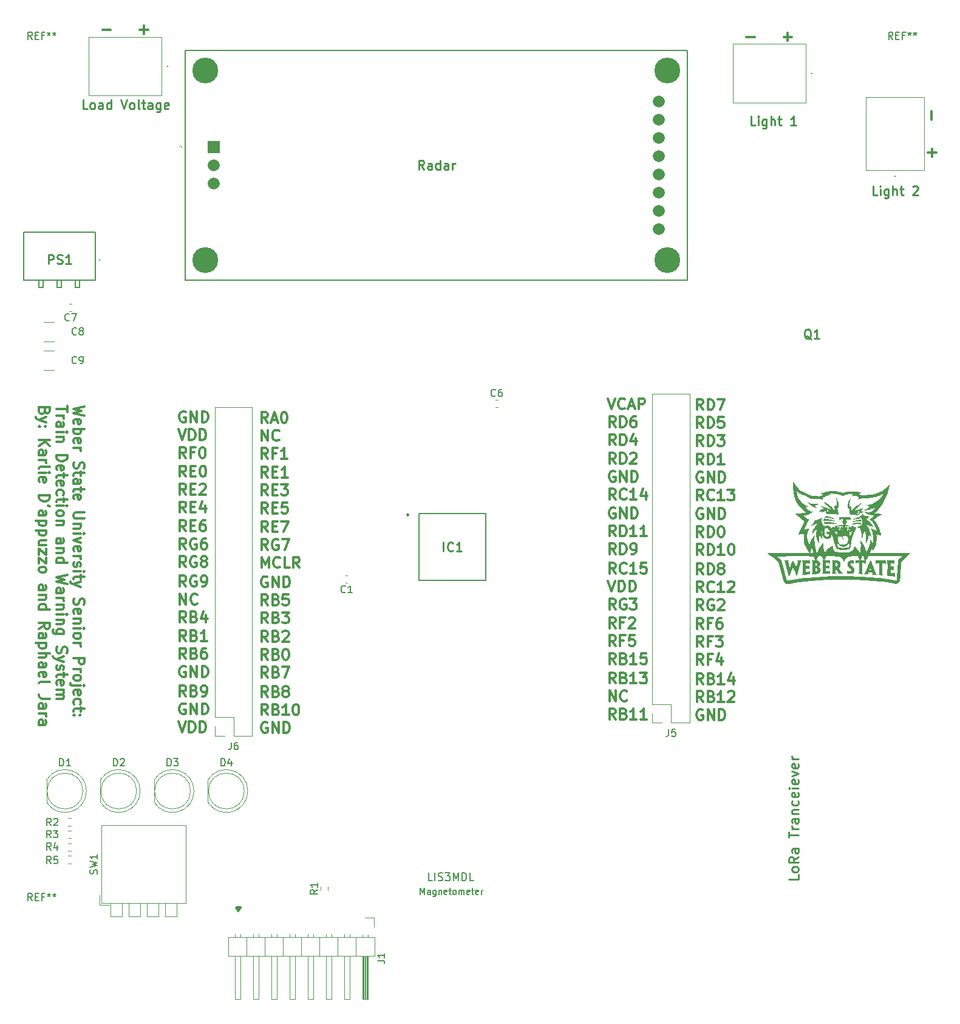
<source format=gbr>
%TF.GenerationSoftware,KiCad,Pcbnew,8.0.5*%
%TF.CreationDate,2025-01-29T09:14:24-07:00*%
%TF.ProjectId,Senior_Project_Schematic_Design,53656e69-6f72-45f5-9072-6f6a6563745f,rev?*%
%TF.SameCoordinates,Original*%
%TF.FileFunction,Legend,Top*%
%TF.FilePolarity,Positive*%
%FSLAX46Y46*%
G04 Gerber Fmt 4.6, Leading zero omitted, Abs format (unit mm)*
G04 Created by KiCad (PCBNEW 8.0.5) date 2025-01-29 09:14:24*
%MOMM*%
%LPD*%
G01*
G04 APERTURE LIST*
%ADD10C,0.300000*%
%ADD11C,0.254000*%
%ADD12C,0.150000*%
%ADD13C,0.190500*%
%ADD14C,0.152400*%
%ADD15C,0.000000*%
%ADD16C,0.120000*%
%ADD17C,0.100000*%
%ADD18C,0.200000*%
%ADD19C,0.250000*%
%ADD20C,3.600000*%
%ADD21R,1.665000X1.665000*%
%ADD22C,1.665000*%
G04 APERTURE END LIST*
D10*
X261111653Y-107800828D02*
X260611653Y-107086542D01*
X260254510Y-107800828D02*
X260254510Y-106300828D01*
X260254510Y-106300828D02*
X260825939Y-106300828D01*
X260825939Y-106300828D02*
X260968796Y-106372257D01*
X260968796Y-106372257D02*
X261040225Y-106443685D01*
X261040225Y-106443685D02*
X261111653Y-106586542D01*
X261111653Y-106586542D02*
X261111653Y-106800828D01*
X261111653Y-106800828D02*
X261040225Y-106943685D01*
X261040225Y-106943685D02*
X260968796Y-107015114D01*
X260968796Y-107015114D02*
X260825939Y-107086542D01*
X260825939Y-107086542D02*
X260254510Y-107086542D01*
X261754510Y-107015114D02*
X262254510Y-107015114D01*
X262468796Y-107800828D02*
X261754510Y-107800828D01*
X261754510Y-107800828D02*
X261754510Y-106300828D01*
X261754510Y-106300828D02*
X262468796Y-106300828D01*
X263754511Y-106300828D02*
X263468796Y-106300828D01*
X263468796Y-106300828D02*
X263325939Y-106372257D01*
X263325939Y-106372257D02*
X263254511Y-106443685D01*
X263254511Y-106443685D02*
X263111653Y-106657971D01*
X263111653Y-106657971D02*
X263040225Y-106943685D01*
X263040225Y-106943685D02*
X263040225Y-107515114D01*
X263040225Y-107515114D02*
X263111653Y-107657971D01*
X263111653Y-107657971D02*
X263183082Y-107729400D01*
X263183082Y-107729400D02*
X263325939Y-107800828D01*
X263325939Y-107800828D02*
X263611653Y-107800828D01*
X263611653Y-107800828D02*
X263754511Y-107729400D01*
X263754511Y-107729400D02*
X263825939Y-107657971D01*
X263825939Y-107657971D02*
X263897368Y-107515114D01*
X263897368Y-107515114D02*
X263897368Y-107157971D01*
X263897368Y-107157971D02*
X263825939Y-107015114D01*
X263825939Y-107015114D02*
X263754511Y-106943685D01*
X263754511Y-106943685D02*
X263611653Y-106872257D01*
X263611653Y-106872257D02*
X263325939Y-106872257D01*
X263325939Y-106872257D02*
X263183082Y-106943685D01*
X263183082Y-106943685D02*
X263111653Y-107015114D01*
X263111653Y-107015114D02*
X263040225Y-107157971D01*
X261111653Y-97600828D02*
X260611653Y-96886542D01*
X260254510Y-97600828D02*
X260254510Y-96100828D01*
X260254510Y-96100828D02*
X260825939Y-96100828D01*
X260825939Y-96100828D02*
X260968796Y-96172257D01*
X260968796Y-96172257D02*
X261040225Y-96243685D01*
X261040225Y-96243685D02*
X261111653Y-96386542D01*
X261111653Y-96386542D02*
X261111653Y-96600828D01*
X261111653Y-96600828D02*
X261040225Y-96743685D01*
X261040225Y-96743685D02*
X260968796Y-96815114D01*
X260968796Y-96815114D02*
X260825939Y-96886542D01*
X260825939Y-96886542D02*
X260254510Y-96886542D01*
X262254510Y-96815114D02*
X261754510Y-96815114D01*
X261754510Y-97600828D02*
X261754510Y-96100828D01*
X261754510Y-96100828D02*
X262468796Y-96100828D01*
X263325939Y-96100828D02*
X263468796Y-96100828D01*
X263468796Y-96100828D02*
X263611653Y-96172257D01*
X263611653Y-96172257D02*
X263683082Y-96243685D01*
X263683082Y-96243685D02*
X263754510Y-96386542D01*
X263754510Y-96386542D02*
X263825939Y-96672257D01*
X263825939Y-96672257D02*
X263825939Y-97029400D01*
X263825939Y-97029400D02*
X263754510Y-97315114D01*
X263754510Y-97315114D02*
X263683082Y-97457971D01*
X263683082Y-97457971D02*
X263611653Y-97529400D01*
X263611653Y-97529400D02*
X263468796Y-97600828D01*
X263468796Y-97600828D02*
X263325939Y-97600828D01*
X263325939Y-97600828D02*
X263183082Y-97529400D01*
X263183082Y-97529400D02*
X263111653Y-97457971D01*
X263111653Y-97457971D02*
X263040224Y-97315114D01*
X263040224Y-97315114D02*
X262968796Y-97029400D01*
X262968796Y-97029400D02*
X262968796Y-96672257D01*
X262968796Y-96672257D02*
X263040224Y-96386542D01*
X263040224Y-96386542D02*
X263111653Y-96243685D01*
X263111653Y-96243685D02*
X263183082Y-96172257D01*
X263183082Y-96172257D02*
X263325939Y-96100828D01*
X261040225Y-91172257D02*
X260897368Y-91100828D01*
X260897368Y-91100828D02*
X260683082Y-91100828D01*
X260683082Y-91100828D02*
X260468796Y-91172257D01*
X260468796Y-91172257D02*
X260325939Y-91315114D01*
X260325939Y-91315114D02*
X260254510Y-91457971D01*
X260254510Y-91457971D02*
X260183082Y-91743685D01*
X260183082Y-91743685D02*
X260183082Y-91957971D01*
X260183082Y-91957971D02*
X260254510Y-92243685D01*
X260254510Y-92243685D02*
X260325939Y-92386542D01*
X260325939Y-92386542D02*
X260468796Y-92529400D01*
X260468796Y-92529400D02*
X260683082Y-92600828D01*
X260683082Y-92600828D02*
X260825939Y-92600828D01*
X260825939Y-92600828D02*
X261040225Y-92529400D01*
X261040225Y-92529400D02*
X261111653Y-92457971D01*
X261111653Y-92457971D02*
X261111653Y-91957971D01*
X261111653Y-91957971D02*
X260825939Y-91957971D01*
X261754510Y-92600828D02*
X261754510Y-91100828D01*
X261754510Y-91100828D02*
X262611653Y-92600828D01*
X262611653Y-92600828D02*
X262611653Y-91100828D01*
X263325939Y-92600828D02*
X263325939Y-91100828D01*
X263325939Y-91100828D02*
X263683082Y-91100828D01*
X263683082Y-91100828D02*
X263897368Y-91172257D01*
X263897368Y-91172257D02*
X264040225Y-91315114D01*
X264040225Y-91315114D02*
X264111654Y-91457971D01*
X264111654Y-91457971D02*
X264183082Y-91743685D01*
X264183082Y-91743685D02*
X264183082Y-91957971D01*
X264183082Y-91957971D02*
X264111654Y-92243685D01*
X264111654Y-92243685D02*
X264040225Y-92386542D01*
X264040225Y-92386542D02*
X263897368Y-92529400D01*
X263897368Y-92529400D02*
X263683082Y-92600828D01*
X263683082Y-92600828D02*
X263325939Y-92600828D01*
X320940225Y-104572257D02*
X320797368Y-104500828D01*
X320797368Y-104500828D02*
X320583082Y-104500828D01*
X320583082Y-104500828D02*
X320368796Y-104572257D01*
X320368796Y-104572257D02*
X320225939Y-104715114D01*
X320225939Y-104715114D02*
X320154510Y-104857971D01*
X320154510Y-104857971D02*
X320083082Y-105143685D01*
X320083082Y-105143685D02*
X320083082Y-105357971D01*
X320083082Y-105357971D02*
X320154510Y-105643685D01*
X320154510Y-105643685D02*
X320225939Y-105786542D01*
X320225939Y-105786542D02*
X320368796Y-105929400D01*
X320368796Y-105929400D02*
X320583082Y-106000828D01*
X320583082Y-106000828D02*
X320725939Y-106000828D01*
X320725939Y-106000828D02*
X320940225Y-105929400D01*
X320940225Y-105929400D02*
X321011653Y-105857971D01*
X321011653Y-105857971D02*
X321011653Y-105357971D01*
X321011653Y-105357971D02*
X320725939Y-105357971D01*
X321654510Y-106000828D02*
X321654510Y-104500828D01*
X321654510Y-104500828D02*
X322511653Y-106000828D01*
X322511653Y-106000828D02*
X322511653Y-104500828D01*
X323225939Y-106000828D02*
X323225939Y-104500828D01*
X323225939Y-104500828D02*
X323583082Y-104500828D01*
X323583082Y-104500828D02*
X323797368Y-104572257D01*
X323797368Y-104572257D02*
X323940225Y-104715114D01*
X323940225Y-104715114D02*
X324011654Y-104857971D01*
X324011654Y-104857971D02*
X324083082Y-105143685D01*
X324083082Y-105143685D02*
X324083082Y-105357971D01*
X324083082Y-105357971D02*
X324011654Y-105643685D01*
X324011654Y-105643685D02*
X323940225Y-105786542D01*
X323940225Y-105786542D02*
X323797368Y-105929400D01*
X323797368Y-105929400D02*
X323583082Y-106000828D01*
X323583082Y-106000828D02*
X323225939Y-106000828D01*
X261111653Y-115500828D02*
X260611653Y-114786542D01*
X260254510Y-115500828D02*
X260254510Y-114000828D01*
X260254510Y-114000828D02*
X260825939Y-114000828D01*
X260825939Y-114000828D02*
X260968796Y-114072257D01*
X260968796Y-114072257D02*
X261040225Y-114143685D01*
X261040225Y-114143685D02*
X261111653Y-114286542D01*
X261111653Y-114286542D02*
X261111653Y-114500828D01*
X261111653Y-114500828D02*
X261040225Y-114643685D01*
X261040225Y-114643685D02*
X260968796Y-114715114D01*
X260968796Y-114715114D02*
X260825939Y-114786542D01*
X260825939Y-114786542D02*
X260254510Y-114786542D01*
X262540225Y-114072257D02*
X262397368Y-114000828D01*
X262397368Y-114000828D02*
X262183082Y-114000828D01*
X262183082Y-114000828D02*
X261968796Y-114072257D01*
X261968796Y-114072257D02*
X261825939Y-114215114D01*
X261825939Y-114215114D02*
X261754510Y-114357971D01*
X261754510Y-114357971D02*
X261683082Y-114643685D01*
X261683082Y-114643685D02*
X261683082Y-114857971D01*
X261683082Y-114857971D02*
X261754510Y-115143685D01*
X261754510Y-115143685D02*
X261825939Y-115286542D01*
X261825939Y-115286542D02*
X261968796Y-115429400D01*
X261968796Y-115429400D02*
X262183082Y-115500828D01*
X262183082Y-115500828D02*
X262325939Y-115500828D01*
X262325939Y-115500828D02*
X262540225Y-115429400D01*
X262540225Y-115429400D02*
X262611653Y-115357971D01*
X262611653Y-115357971D02*
X262611653Y-114857971D01*
X262611653Y-114857971D02*
X262325939Y-114857971D01*
X263325939Y-115500828D02*
X263611653Y-115500828D01*
X263611653Y-115500828D02*
X263754510Y-115429400D01*
X263754510Y-115429400D02*
X263825939Y-115357971D01*
X263825939Y-115357971D02*
X263968796Y-115143685D01*
X263968796Y-115143685D02*
X264040225Y-114857971D01*
X264040225Y-114857971D02*
X264040225Y-114286542D01*
X264040225Y-114286542D02*
X263968796Y-114143685D01*
X263968796Y-114143685D02*
X263897368Y-114072257D01*
X263897368Y-114072257D02*
X263754510Y-114000828D01*
X263754510Y-114000828D02*
X263468796Y-114000828D01*
X263468796Y-114000828D02*
X263325939Y-114072257D01*
X263325939Y-114072257D02*
X263254510Y-114143685D01*
X263254510Y-114143685D02*
X263183082Y-114286542D01*
X263183082Y-114286542D02*
X263183082Y-114643685D01*
X263183082Y-114643685D02*
X263254510Y-114786542D01*
X263254510Y-114786542D02*
X263325939Y-114857971D01*
X263325939Y-114857971D02*
X263468796Y-114929400D01*
X263468796Y-114929400D02*
X263754510Y-114929400D01*
X263754510Y-114929400D02*
X263897368Y-114857971D01*
X263897368Y-114857971D02*
X263968796Y-114786542D01*
X263968796Y-114786542D02*
X264040225Y-114643685D01*
X246959003Y-90411653D02*
X245459003Y-90768796D01*
X245459003Y-90768796D02*
X246530432Y-91054510D01*
X246530432Y-91054510D02*
X245459003Y-91340225D01*
X245459003Y-91340225D02*
X246959003Y-91697368D01*
X245530432Y-92840225D02*
X245459003Y-92697368D01*
X245459003Y-92697368D02*
X245459003Y-92411654D01*
X245459003Y-92411654D02*
X245530432Y-92268796D01*
X245530432Y-92268796D02*
X245673289Y-92197368D01*
X245673289Y-92197368D02*
X246244717Y-92197368D01*
X246244717Y-92197368D02*
X246387574Y-92268796D01*
X246387574Y-92268796D02*
X246459003Y-92411654D01*
X246459003Y-92411654D02*
X246459003Y-92697368D01*
X246459003Y-92697368D02*
X246387574Y-92840225D01*
X246387574Y-92840225D02*
X246244717Y-92911654D01*
X246244717Y-92911654D02*
X246101860Y-92911654D01*
X246101860Y-92911654D02*
X245959003Y-92197368D01*
X245459003Y-93554510D02*
X246959003Y-93554510D01*
X246387574Y-93554510D02*
X246459003Y-93697368D01*
X246459003Y-93697368D02*
X246459003Y-93983082D01*
X246459003Y-93983082D02*
X246387574Y-94125939D01*
X246387574Y-94125939D02*
X246316146Y-94197368D01*
X246316146Y-94197368D02*
X246173289Y-94268796D01*
X246173289Y-94268796D02*
X245744717Y-94268796D01*
X245744717Y-94268796D02*
X245601860Y-94197368D01*
X245601860Y-94197368D02*
X245530432Y-94125939D01*
X245530432Y-94125939D02*
X245459003Y-93983082D01*
X245459003Y-93983082D02*
X245459003Y-93697368D01*
X245459003Y-93697368D02*
X245530432Y-93554510D01*
X245530432Y-95483082D02*
X245459003Y-95340225D01*
X245459003Y-95340225D02*
X245459003Y-95054511D01*
X245459003Y-95054511D02*
X245530432Y-94911653D01*
X245530432Y-94911653D02*
X245673289Y-94840225D01*
X245673289Y-94840225D02*
X246244717Y-94840225D01*
X246244717Y-94840225D02*
X246387574Y-94911653D01*
X246387574Y-94911653D02*
X246459003Y-95054511D01*
X246459003Y-95054511D02*
X246459003Y-95340225D01*
X246459003Y-95340225D02*
X246387574Y-95483082D01*
X246387574Y-95483082D02*
X246244717Y-95554511D01*
X246244717Y-95554511D02*
X246101860Y-95554511D01*
X246101860Y-95554511D02*
X245959003Y-94840225D01*
X245459003Y-96197367D02*
X246459003Y-96197367D01*
X246173289Y-96197367D02*
X246316146Y-96268796D01*
X246316146Y-96268796D02*
X246387574Y-96340225D01*
X246387574Y-96340225D02*
X246459003Y-96483082D01*
X246459003Y-96483082D02*
X246459003Y-96625939D01*
X245530432Y-98197367D02*
X245459003Y-98411653D01*
X245459003Y-98411653D02*
X245459003Y-98768795D01*
X245459003Y-98768795D02*
X245530432Y-98911653D01*
X245530432Y-98911653D02*
X245601860Y-98983081D01*
X245601860Y-98983081D02*
X245744717Y-99054510D01*
X245744717Y-99054510D02*
X245887574Y-99054510D01*
X245887574Y-99054510D02*
X246030432Y-98983081D01*
X246030432Y-98983081D02*
X246101860Y-98911653D01*
X246101860Y-98911653D02*
X246173289Y-98768795D01*
X246173289Y-98768795D02*
X246244717Y-98483081D01*
X246244717Y-98483081D02*
X246316146Y-98340224D01*
X246316146Y-98340224D02*
X246387574Y-98268795D01*
X246387574Y-98268795D02*
X246530432Y-98197367D01*
X246530432Y-98197367D02*
X246673289Y-98197367D01*
X246673289Y-98197367D02*
X246816146Y-98268795D01*
X246816146Y-98268795D02*
X246887574Y-98340224D01*
X246887574Y-98340224D02*
X246959003Y-98483081D01*
X246959003Y-98483081D02*
X246959003Y-98840224D01*
X246959003Y-98840224D02*
X246887574Y-99054510D01*
X246459003Y-99483081D02*
X246459003Y-100054509D01*
X246959003Y-99697366D02*
X245673289Y-99697366D01*
X245673289Y-99697366D02*
X245530432Y-99768795D01*
X245530432Y-99768795D02*
X245459003Y-99911652D01*
X245459003Y-99911652D02*
X245459003Y-100054509D01*
X245459003Y-101197367D02*
X246244717Y-101197367D01*
X246244717Y-101197367D02*
X246387574Y-101125938D01*
X246387574Y-101125938D02*
X246459003Y-100983081D01*
X246459003Y-100983081D02*
X246459003Y-100697367D01*
X246459003Y-100697367D02*
X246387574Y-100554509D01*
X245530432Y-101197367D02*
X245459003Y-101054509D01*
X245459003Y-101054509D02*
X245459003Y-100697367D01*
X245459003Y-100697367D02*
X245530432Y-100554509D01*
X245530432Y-100554509D02*
X245673289Y-100483081D01*
X245673289Y-100483081D02*
X245816146Y-100483081D01*
X245816146Y-100483081D02*
X245959003Y-100554509D01*
X245959003Y-100554509D02*
X246030432Y-100697367D01*
X246030432Y-100697367D02*
X246030432Y-101054509D01*
X246030432Y-101054509D02*
X246101860Y-101197367D01*
X246459003Y-101697367D02*
X246459003Y-102268795D01*
X246959003Y-101911652D02*
X245673289Y-101911652D01*
X245673289Y-101911652D02*
X245530432Y-101983081D01*
X245530432Y-101983081D02*
X245459003Y-102125938D01*
X245459003Y-102125938D02*
X245459003Y-102268795D01*
X245530432Y-103340224D02*
X245459003Y-103197367D01*
X245459003Y-103197367D02*
X245459003Y-102911653D01*
X245459003Y-102911653D02*
X245530432Y-102768795D01*
X245530432Y-102768795D02*
X245673289Y-102697367D01*
X245673289Y-102697367D02*
X246244717Y-102697367D01*
X246244717Y-102697367D02*
X246387574Y-102768795D01*
X246387574Y-102768795D02*
X246459003Y-102911653D01*
X246459003Y-102911653D02*
X246459003Y-103197367D01*
X246459003Y-103197367D02*
X246387574Y-103340224D01*
X246387574Y-103340224D02*
X246244717Y-103411653D01*
X246244717Y-103411653D02*
X246101860Y-103411653D01*
X246101860Y-103411653D02*
X245959003Y-102697367D01*
X246959003Y-105197366D02*
X245744717Y-105197366D01*
X245744717Y-105197366D02*
X245601860Y-105268795D01*
X245601860Y-105268795D02*
X245530432Y-105340224D01*
X245530432Y-105340224D02*
X245459003Y-105483081D01*
X245459003Y-105483081D02*
X245459003Y-105768795D01*
X245459003Y-105768795D02*
X245530432Y-105911652D01*
X245530432Y-105911652D02*
X245601860Y-105983081D01*
X245601860Y-105983081D02*
X245744717Y-106054509D01*
X245744717Y-106054509D02*
X246959003Y-106054509D01*
X246459003Y-106768795D02*
X245459003Y-106768795D01*
X246316146Y-106768795D02*
X246387574Y-106840224D01*
X246387574Y-106840224D02*
X246459003Y-106983081D01*
X246459003Y-106983081D02*
X246459003Y-107197367D01*
X246459003Y-107197367D02*
X246387574Y-107340224D01*
X246387574Y-107340224D02*
X246244717Y-107411653D01*
X246244717Y-107411653D02*
X245459003Y-107411653D01*
X245459003Y-108125938D02*
X246459003Y-108125938D01*
X246959003Y-108125938D02*
X246887574Y-108054510D01*
X246887574Y-108054510D02*
X246816146Y-108125938D01*
X246816146Y-108125938D02*
X246887574Y-108197367D01*
X246887574Y-108197367D02*
X246959003Y-108125938D01*
X246959003Y-108125938D02*
X246816146Y-108125938D01*
X246459003Y-108697367D02*
X245459003Y-109054510D01*
X245459003Y-109054510D02*
X246459003Y-109411653D01*
X245530432Y-110554510D02*
X245459003Y-110411653D01*
X245459003Y-110411653D02*
X245459003Y-110125939D01*
X245459003Y-110125939D02*
X245530432Y-109983081D01*
X245530432Y-109983081D02*
X245673289Y-109911653D01*
X245673289Y-109911653D02*
X246244717Y-109911653D01*
X246244717Y-109911653D02*
X246387574Y-109983081D01*
X246387574Y-109983081D02*
X246459003Y-110125939D01*
X246459003Y-110125939D02*
X246459003Y-110411653D01*
X246459003Y-110411653D02*
X246387574Y-110554510D01*
X246387574Y-110554510D02*
X246244717Y-110625939D01*
X246244717Y-110625939D02*
X246101860Y-110625939D01*
X246101860Y-110625939D02*
X245959003Y-109911653D01*
X245459003Y-111268795D02*
X246459003Y-111268795D01*
X246173289Y-111268795D02*
X246316146Y-111340224D01*
X246316146Y-111340224D02*
X246387574Y-111411653D01*
X246387574Y-111411653D02*
X246459003Y-111554510D01*
X246459003Y-111554510D02*
X246459003Y-111697367D01*
X245530432Y-112125938D02*
X245459003Y-112268795D01*
X245459003Y-112268795D02*
X245459003Y-112554509D01*
X245459003Y-112554509D02*
X245530432Y-112697366D01*
X245530432Y-112697366D02*
X245673289Y-112768795D01*
X245673289Y-112768795D02*
X245744717Y-112768795D01*
X245744717Y-112768795D02*
X245887574Y-112697366D01*
X245887574Y-112697366D02*
X245959003Y-112554509D01*
X245959003Y-112554509D02*
X245959003Y-112340224D01*
X245959003Y-112340224D02*
X246030432Y-112197366D01*
X246030432Y-112197366D02*
X246173289Y-112125938D01*
X246173289Y-112125938D02*
X246244717Y-112125938D01*
X246244717Y-112125938D02*
X246387574Y-112197366D01*
X246387574Y-112197366D02*
X246459003Y-112340224D01*
X246459003Y-112340224D02*
X246459003Y-112554509D01*
X246459003Y-112554509D02*
X246387574Y-112697366D01*
X245459003Y-113411652D02*
X246459003Y-113411652D01*
X246959003Y-113411652D02*
X246887574Y-113340224D01*
X246887574Y-113340224D02*
X246816146Y-113411652D01*
X246816146Y-113411652D02*
X246887574Y-113483081D01*
X246887574Y-113483081D02*
X246959003Y-113411652D01*
X246959003Y-113411652D02*
X246816146Y-113411652D01*
X246459003Y-113911653D02*
X246459003Y-114483081D01*
X246959003Y-114125938D02*
X245673289Y-114125938D01*
X245673289Y-114125938D02*
X245530432Y-114197367D01*
X245530432Y-114197367D02*
X245459003Y-114340224D01*
X245459003Y-114340224D02*
X245459003Y-114483081D01*
X246459003Y-114840224D02*
X245459003Y-115197367D01*
X246459003Y-115554510D02*
X245459003Y-115197367D01*
X245459003Y-115197367D02*
X245101860Y-115054510D01*
X245101860Y-115054510D02*
X245030432Y-114983081D01*
X245030432Y-114983081D02*
X244959003Y-114840224D01*
X245530432Y-117197367D02*
X245459003Y-117411653D01*
X245459003Y-117411653D02*
X245459003Y-117768795D01*
X245459003Y-117768795D02*
X245530432Y-117911653D01*
X245530432Y-117911653D02*
X245601860Y-117983081D01*
X245601860Y-117983081D02*
X245744717Y-118054510D01*
X245744717Y-118054510D02*
X245887574Y-118054510D01*
X245887574Y-118054510D02*
X246030432Y-117983081D01*
X246030432Y-117983081D02*
X246101860Y-117911653D01*
X246101860Y-117911653D02*
X246173289Y-117768795D01*
X246173289Y-117768795D02*
X246244717Y-117483081D01*
X246244717Y-117483081D02*
X246316146Y-117340224D01*
X246316146Y-117340224D02*
X246387574Y-117268795D01*
X246387574Y-117268795D02*
X246530432Y-117197367D01*
X246530432Y-117197367D02*
X246673289Y-117197367D01*
X246673289Y-117197367D02*
X246816146Y-117268795D01*
X246816146Y-117268795D02*
X246887574Y-117340224D01*
X246887574Y-117340224D02*
X246959003Y-117483081D01*
X246959003Y-117483081D02*
X246959003Y-117840224D01*
X246959003Y-117840224D02*
X246887574Y-118054510D01*
X245530432Y-119268795D02*
X245459003Y-119125938D01*
X245459003Y-119125938D02*
X245459003Y-118840224D01*
X245459003Y-118840224D02*
X245530432Y-118697366D01*
X245530432Y-118697366D02*
X245673289Y-118625938D01*
X245673289Y-118625938D02*
X246244717Y-118625938D01*
X246244717Y-118625938D02*
X246387574Y-118697366D01*
X246387574Y-118697366D02*
X246459003Y-118840224D01*
X246459003Y-118840224D02*
X246459003Y-119125938D01*
X246459003Y-119125938D02*
X246387574Y-119268795D01*
X246387574Y-119268795D02*
X246244717Y-119340224D01*
X246244717Y-119340224D02*
X246101860Y-119340224D01*
X246101860Y-119340224D02*
X245959003Y-118625938D01*
X246459003Y-119983080D02*
X245459003Y-119983080D01*
X246316146Y-119983080D02*
X246387574Y-120054509D01*
X246387574Y-120054509D02*
X246459003Y-120197366D01*
X246459003Y-120197366D02*
X246459003Y-120411652D01*
X246459003Y-120411652D02*
X246387574Y-120554509D01*
X246387574Y-120554509D02*
X246244717Y-120625938D01*
X246244717Y-120625938D02*
X245459003Y-120625938D01*
X245459003Y-121340223D02*
X246459003Y-121340223D01*
X246959003Y-121340223D02*
X246887574Y-121268795D01*
X246887574Y-121268795D02*
X246816146Y-121340223D01*
X246816146Y-121340223D02*
X246887574Y-121411652D01*
X246887574Y-121411652D02*
X246959003Y-121340223D01*
X246959003Y-121340223D02*
X246816146Y-121340223D01*
X245459003Y-122268795D02*
X245530432Y-122125938D01*
X245530432Y-122125938D02*
X245601860Y-122054509D01*
X245601860Y-122054509D02*
X245744717Y-121983081D01*
X245744717Y-121983081D02*
X246173289Y-121983081D01*
X246173289Y-121983081D02*
X246316146Y-122054509D01*
X246316146Y-122054509D02*
X246387574Y-122125938D01*
X246387574Y-122125938D02*
X246459003Y-122268795D01*
X246459003Y-122268795D02*
X246459003Y-122483081D01*
X246459003Y-122483081D02*
X246387574Y-122625938D01*
X246387574Y-122625938D02*
X246316146Y-122697367D01*
X246316146Y-122697367D02*
X246173289Y-122768795D01*
X246173289Y-122768795D02*
X245744717Y-122768795D01*
X245744717Y-122768795D02*
X245601860Y-122697367D01*
X245601860Y-122697367D02*
X245530432Y-122625938D01*
X245530432Y-122625938D02*
X245459003Y-122483081D01*
X245459003Y-122483081D02*
X245459003Y-122268795D01*
X245459003Y-123411652D02*
X246459003Y-123411652D01*
X246173289Y-123411652D02*
X246316146Y-123483081D01*
X246316146Y-123483081D02*
X246387574Y-123554510D01*
X246387574Y-123554510D02*
X246459003Y-123697367D01*
X246459003Y-123697367D02*
X246459003Y-123840224D01*
X245459003Y-125483080D02*
X246959003Y-125483080D01*
X246959003Y-125483080D02*
X246959003Y-126054509D01*
X246959003Y-126054509D02*
X246887574Y-126197366D01*
X246887574Y-126197366D02*
X246816146Y-126268795D01*
X246816146Y-126268795D02*
X246673289Y-126340223D01*
X246673289Y-126340223D02*
X246459003Y-126340223D01*
X246459003Y-126340223D02*
X246316146Y-126268795D01*
X246316146Y-126268795D02*
X246244717Y-126197366D01*
X246244717Y-126197366D02*
X246173289Y-126054509D01*
X246173289Y-126054509D02*
X246173289Y-125483080D01*
X245459003Y-126983080D02*
X246459003Y-126983080D01*
X246173289Y-126983080D02*
X246316146Y-127054509D01*
X246316146Y-127054509D02*
X246387574Y-127125938D01*
X246387574Y-127125938D02*
X246459003Y-127268795D01*
X246459003Y-127268795D02*
X246459003Y-127411652D01*
X245459003Y-128125937D02*
X245530432Y-127983080D01*
X245530432Y-127983080D02*
X245601860Y-127911651D01*
X245601860Y-127911651D02*
X245744717Y-127840223D01*
X245744717Y-127840223D02*
X246173289Y-127840223D01*
X246173289Y-127840223D02*
X246316146Y-127911651D01*
X246316146Y-127911651D02*
X246387574Y-127983080D01*
X246387574Y-127983080D02*
X246459003Y-128125937D01*
X246459003Y-128125937D02*
X246459003Y-128340223D01*
X246459003Y-128340223D02*
X246387574Y-128483080D01*
X246387574Y-128483080D02*
X246316146Y-128554509D01*
X246316146Y-128554509D02*
X246173289Y-128625937D01*
X246173289Y-128625937D02*
X245744717Y-128625937D01*
X245744717Y-128625937D02*
X245601860Y-128554509D01*
X245601860Y-128554509D02*
X245530432Y-128483080D01*
X245530432Y-128483080D02*
X245459003Y-128340223D01*
X245459003Y-128340223D02*
X245459003Y-128125937D01*
X246459003Y-129268794D02*
X245173289Y-129268794D01*
X245173289Y-129268794D02*
X245030432Y-129197366D01*
X245030432Y-129197366D02*
X244959003Y-129054509D01*
X244959003Y-129054509D02*
X244959003Y-128983080D01*
X246959003Y-129268794D02*
X246887574Y-129197366D01*
X246887574Y-129197366D02*
X246816146Y-129268794D01*
X246816146Y-129268794D02*
X246887574Y-129340223D01*
X246887574Y-129340223D02*
X246959003Y-129268794D01*
X246959003Y-129268794D02*
X246816146Y-129268794D01*
X245530432Y-130554509D02*
X245459003Y-130411652D01*
X245459003Y-130411652D02*
X245459003Y-130125938D01*
X245459003Y-130125938D02*
X245530432Y-129983080D01*
X245530432Y-129983080D02*
X245673289Y-129911652D01*
X245673289Y-129911652D02*
X246244717Y-129911652D01*
X246244717Y-129911652D02*
X246387574Y-129983080D01*
X246387574Y-129983080D02*
X246459003Y-130125938D01*
X246459003Y-130125938D02*
X246459003Y-130411652D01*
X246459003Y-130411652D02*
X246387574Y-130554509D01*
X246387574Y-130554509D02*
X246244717Y-130625938D01*
X246244717Y-130625938D02*
X246101860Y-130625938D01*
X246101860Y-130625938D02*
X245959003Y-129911652D01*
X245530432Y-131911652D02*
X245459003Y-131768794D01*
X245459003Y-131768794D02*
X245459003Y-131483080D01*
X245459003Y-131483080D02*
X245530432Y-131340223D01*
X245530432Y-131340223D02*
X245601860Y-131268794D01*
X245601860Y-131268794D02*
X245744717Y-131197366D01*
X245744717Y-131197366D02*
X246173289Y-131197366D01*
X246173289Y-131197366D02*
X246316146Y-131268794D01*
X246316146Y-131268794D02*
X246387574Y-131340223D01*
X246387574Y-131340223D02*
X246459003Y-131483080D01*
X246459003Y-131483080D02*
X246459003Y-131768794D01*
X246459003Y-131768794D02*
X246387574Y-131911652D01*
X246459003Y-132340223D02*
X246459003Y-132911651D01*
X246959003Y-132554508D02*
X245673289Y-132554508D01*
X245673289Y-132554508D02*
X245530432Y-132625937D01*
X245530432Y-132625937D02*
X245459003Y-132768794D01*
X245459003Y-132768794D02*
X245459003Y-132911651D01*
X245601860Y-133411651D02*
X245530432Y-133483080D01*
X245530432Y-133483080D02*
X245459003Y-133411651D01*
X245459003Y-133411651D02*
X245530432Y-133340223D01*
X245530432Y-133340223D02*
X245601860Y-133411651D01*
X245601860Y-133411651D02*
X245459003Y-133411651D01*
X246387574Y-133411651D02*
X246316146Y-133483080D01*
X246316146Y-133483080D02*
X246244717Y-133411651D01*
X246244717Y-133411651D02*
X246316146Y-133340223D01*
X246316146Y-133340223D02*
X246387574Y-133411651D01*
X246387574Y-133411651D02*
X246244717Y-133411651D01*
X244544087Y-90340225D02*
X244544087Y-91197368D01*
X243044087Y-90768796D02*
X244544087Y-90768796D01*
X243044087Y-91697367D02*
X244044087Y-91697367D01*
X243758373Y-91697367D02*
X243901230Y-91768796D01*
X243901230Y-91768796D02*
X243972658Y-91840225D01*
X243972658Y-91840225D02*
X244044087Y-91983082D01*
X244044087Y-91983082D02*
X244044087Y-92125939D01*
X243044087Y-93268796D02*
X243829801Y-93268796D01*
X243829801Y-93268796D02*
X243972658Y-93197367D01*
X243972658Y-93197367D02*
X244044087Y-93054510D01*
X244044087Y-93054510D02*
X244044087Y-92768796D01*
X244044087Y-92768796D02*
X243972658Y-92625938D01*
X243115516Y-93268796D02*
X243044087Y-93125938D01*
X243044087Y-93125938D02*
X243044087Y-92768796D01*
X243044087Y-92768796D02*
X243115516Y-92625938D01*
X243115516Y-92625938D02*
X243258373Y-92554510D01*
X243258373Y-92554510D02*
X243401230Y-92554510D01*
X243401230Y-92554510D02*
X243544087Y-92625938D01*
X243544087Y-92625938D02*
X243615516Y-92768796D01*
X243615516Y-92768796D02*
X243615516Y-93125938D01*
X243615516Y-93125938D02*
X243686944Y-93268796D01*
X243044087Y-93983081D02*
X244044087Y-93983081D01*
X244544087Y-93983081D02*
X244472658Y-93911653D01*
X244472658Y-93911653D02*
X244401230Y-93983081D01*
X244401230Y-93983081D02*
X244472658Y-94054510D01*
X244472658Y-94054510D02*
X244544087Y-93983081D01*
X244544087Y-93983081D02*
X244401230Y-93983081D01*
X244044087Y-94697367D02*
X243044087Y-94697367D01*
X243901230Y-94697367D02*
X243972658Y-94768796D01*
X243972658Y-94768796D02*
X244044087Y-94911653D01*
X244044087Y-94911653D02*
X244044087Y-95125939D01*
X244044087Y-95125939D02*
X243972658Y-95268796D01*
X243972658Y-95268796D02*
X243829801Y-95340225D01*
X243829801Y-95340225D02*
X243044087Y-95340225D01*
X243044087Y-97197367D02*
X244544087Y-97197367D01*
X244544087Y-97197367D02*
X244544087Y-97554510D01*
X244544087Y-97554510D02*
X244472658Y-97768796D01*
X244472658Y-97768796D02*
X244329801Y-97911653D01*
X244329801Y-97911653D02*
X244186944Y-97983082D01*
X244186944Y-97983082D02*
X243901230Y-98054510D01*
X243901230Y-98054510D02*
X243686944Y-98054510D01*
X243686944Y-98054510D02*
X243401230Y-97983082D01*
X243401230Y-97983082D02*
X243258373Y-97911653D01*
X243258373Y-97911653D02*
X243115516Y-97768796D01*
X243115516Y-97768796D02*
X243044087Y-97554510D01*
X243044087Y-97554510D02*
X243044087Y-97197367D01*
X243115516Y-99268796D02*
X243044087Y-99125939D01*
X243044087Y-99125939D02*
X243044087Y-98840225D01*
X243044087Y-98840225D02*
X243115516Y-98697367D01*
X243115516Y-98697367D02*
X243258373Y-98625939D01*
X243258373Y-98625939D02*
X243829801Y-98625939D01*
X243829801Y-98625939D02*
X243972658Y-98697367D01*
X243972658Y-98697367D02*
X244044087Y-98840225D01*
X244044087Y-98840225D02*
X244044087Y-99125939D01*
X244044087Y-99125939D02*
X243972658Y-99268796D01*
X243972658Y-99268796D02*
X243829801Y-99340225D01*
X243829801Y-99340225D02*
X243686944Y-99340225D01*
X243686944Y-99340225D02*
X243544087Y-98625939D01*
X244044087Y-99768796D02*
X244044087Y-100340224D01*
X244544087Y-99983081D02*
X243258373Y-99983081D01*
X243258373Y-99983081D02*
X243115516Y-100054510D01*
X243115516Y-100054510D02*
X243044087Y-100197367D01*
X243044087Y-100197367D02*
X243044087Y-100340224D01*
X243115516Y-101411653D02*
X243044087Y-101268796D01*
X243044087Y-101268796D02*
X243044087Y-100983082D01*
X243044087Y-100983082D02*
X243115516Y-100840224D01*
X243115516Y-100840224D02*
X243258373Y-100768796D01*
X243258373Y-100768796D02*
X243829801Y-100768796D01*
X243829801Y-100768796D02*
X243972658Y-100840224D01*
X243972658Y-100840224D02*
X244044087Y-100983082D01*
X244044087Y-100983082D02*
X244044087Y-101268796D01*
X244044087Y-101268796D02*
X243972658Y-101411653D01*
X243972658Y-101411653D02*
X243829801Y-101483082D01*
X243829801Y-101483082D02*
X243686944Y-101483082D01*
X243686944Y-101483082D02*
X243544087Y-100768796D01*
X243115516Y-102768796D02*
X243044087Y-102625938D01*
X243044087Y-102625938D02*
X243044087Y-102340224D01*
X243044087Y-102340224D02*
X243115516Y-102197367D01*
X243115516Y-102197367D02*
X243186944Y-102125938D01*
X243186944Y-102125938D02*
X243329801Y-102054510D01*
X243329801Y-102054510D02*
X243758373Y-102054510D01*
X243758373Y-102054510D02*
X243901230Y-102125938D01*
X243901230Y-102125938D02*
X243972658Y-102197367D01*
X243972658Y-102197367D02*
X244044087Y-102340224D01*
X244044087Y-102340224D02*
X244044087Y-102625938D01*
X244044087Y-102625938D02*
X243972658Y-102768796D01*
X244044087Y-103197367D02*
X244044087Y-103768795D01*
X244544087Y-103411652D02*
X243258373Y-103411652D01*
X243258373Y-103411652D02*
X243115516Y-103483081D01*
X243115516Y-103483081D02*
X243044087Y-103625938D01*
X243044087Y-103625938D02*
X243044087Y-103768795D01*
X243044087Y-104268795D02*
X244044087Y-104268795D01*
X244544087Y-104268795D02*
X244472658Y-104197367D01*
X244472658Y-104197367D02*
X244401230Y-104268795D01*
X244401230Y-104268795D02*
X244472658Y-104340224D01*
X244472658Y-104340224D02*
X244544087Y-104268795D01*
X244544087Y-104268795D02*
X244401230Y-104268795D01*
X243044087Y-105197367D02*
X243115516Y-105054510D01*
X243115516Y-105054510D02*
X243186944Y-104983081D01*
X243186944Y-104983081D02*
X243329801Y-104911653D01*
X243329801Y-104911653D02*
X243758373Y-104911653D01*
X243758373Y-104911653D02*
X243901230Y-104983081D01*
X243901230Y-104983081D02*
X243972658Y-105054510D01*
X243972658Y-105054510D02*
X244044087Y-105197367D01*
X244044087Y-105197367D02*
X244044087Y-105411653D01*
X244044087Y-105411653D02*
X243972658Y-105554510D01*
X243972658Y-105554510D02*
X243901230Y-105625939D01*
X243901230Y-105625939D02*
X243758373Y-105697367D01*
X243758373Y-105697367D02*
X243329801Y-105697367D01*
X243329801Y-105697367D02*
X243186944Y-105625939D01*
X243186944Y-105625939D02*
X243115516Y-105554510D01*
X243115516Y-105554510D02*
X243044087Y-105411653D01*
X243044087Y-105411653D02*
X243044087Y-105197367D01*
X244044087Y-106340224D02*
X243044087Y-106340224D01*
X243901230Y-106340224D02*
X243972658Y-106411653D01*
X243972658Y-106411653D02*
X244044087Y-106554510D01*
X244044087Y-106554510D02*
X244044087Y-106768796D01*
X244044087Y-106768796D02*
X243972658Y-106911653D01*
X243972658Y-106911653D02*
X243829801Y-106983082D01*
X243829801Y-106983082D02*
X243044087Y-106983082D01*
X243044087Y-109483082D02*
X243829801Y-109483082D01*
X243829801Y-109483082D02*
X243972658Y-109411653D01*
X243972658Y-109411653D02*
X244044087Y-109268796D01*
X244044087Y-109268796D02*
X244044087Y-108983082D01*
X244044087Y-108983082D02*
X243972658Y-108840224D01*
X243115516Y-109483082D02*
X243044087Y-109340224D01*
X243044087Y-109340224D02*
X243044087Y-108983082D01*
X243044087Y-108983082D02*
X243115516Y-108840224D01*
X243115516Y-108840224D02*
X243258373Y-108768796D01*
X243258373Y-108768796D02*
X243401230Y-108768796D01*
X243401230Y-108768796D02*
X243544087Y-108840224D01*
X243544087Y-108840224D02*
X243615516Y-108983082D01*
X243615516Y-108983082D02*
X243615516Y-109340224D01*
X243615516Y-109340224D02*
X243686944Y-109483082D01*
X244044087Y-110197367D02*
X243044087Y-110197367D01*
X243901230Y-110197367D02*
X243972658Y-110268796D01*
X243972658Y-110268796D02*
X244044087Y-110411653D01*
X244044087Y-110411653D02*
X244044087Y-110625939D01*
X244044087Y-110625939D02*
X243972658Y-110768796D01*
X243972658Y-110768796D02*
X243829801Y-110840225D01*
X243829801Y-110840225D02*
X243044087Y-110840225D01*
X243044087Y-112197368D02*
X244544087Y-112197368D01*
X243115516Y-112197368D02*
X243044087Y-112054510D01*
X243044087Y-112054510D02*
X243044087Y-111768796D01*
X243044087Y-111768796D02*
X243115516Y-111625939D01*
X243115516Y-111625939D02*
X243186944Y-111554510D01*
X243186944Y-111554510D02*
X243329801Y-111483082D01*
X243329801Y-111483082D02*
X243758373Y-111483082D01*
X243758373Y-111483082D02*
X243901230Y-111554510D01*
X243901230Y-111554510D02*
X243972658Y-111625939D01*
X243972658Y-111625939D02*
X244044087Y-111768796D01*
X244044087Y-111768796D02*
X244044087Y-112054510D01*
X244044087Y-112054510D02*
X243972658Y-112197368D01*
X244544087Y-113911653D02*
X243044087Y-114268796D01*
X243044087Y-114268796D02*
X244115516Y-114554510D01*
X244115516Y-114554510D02*
X243044087Y-114840225D01*
X243044087Y-114840225D02*
X244544087Y-115197368D01*
X243044087Y-116411654D02*
X243829801Y-116411654D01*
X243829801Y-116411654D02*
X243972658Y-116340225D01*
X243972658Y-116340225D02*
X244044087Y-116197368D01*
X244044087Y-116197368D02*
X244044087Y-115911654D01*
X244044087Y-115911654D02*
X243972658Y-115768796D01*
X243115516Y-116411654D02*
X243044087Y-116268796D01*
X243044087Y-116268796D02*
X243044087Y-115911654D01*
X243044087Y-115911654D02*
X243115516Y-115768796D01*
X243115516Y-115768796D02*
X243258373Y-115697368D01*
X243258373Y-115697368D02*
X243401230Y-115697368D01*
X243401230Y-115697368D02*
X243544087Y-115768796D01*
X243544087Y-115768796D02*
X243615516Y-115911654D01*
X243615516Y-115911654D02*
X243615516Y-116268796D01*
X243615516Y-116268796D02*
X243686944Y-116411654D01*
X243044087Y-117125939D02*
X244044087Y-117125939D01*
X243758373Y-117125939D02*
X243901230Y-117197368D01*
X243901230Y-117197368D02*
X243972658Y-117268797D01*
X243972658Y-117268797D02*
X244044087Y-117411654D01*
X244044087Y-117411654D02*
X244044087Y-117554511D01*
X244044087Y-118054510D02*
X243044087Y-118054510D01*
X243901230Y-118054510D02*
X243972658Y-118125939D01*
X243972658Y-118125939D02*
X244044087Y-118268796D01*
X244044087Y-118268796D02*
X244044087Y-118483082D01*
X244044087Y-118483082D02*
X243972658Y-118625939D01*
X243972658Y-118625939D02*
X243829801Y-118697368D01*
X243829801Y-118697368D02*
X243044087Y-118697368D01*
X243044087Y-119411653D02*
X244044087Y-119411653D01*
X244544087Y-119411653D02*
X244472658Y-119340225D01*
X244472658Y-119340225D02*
X244401230Y-119411653D01*
X244401230Y-119411653D02*
X244472658Y-119483082D01*
X244472658Y-119483082D02*
X244544087Y-119411653D01*
X244544087Y-119411653D02*
X244401230Y-119411653D01*
X244044087Y-120125939D02*
X243044087Y-120125939D01*
X243901230Y-120125939D02*
X243972658Y-120197368D01*
X243972658Y-120197368D02*
X244044087Y-120340225D01*
X244044087Y-120340225D02*
X244044087Y-120554511D01*
X244044087Y-120554511D02*
X243972658Y-120697368D01*
X243972658Y-120697368D02*
X243829801Y-120768797D01*
X243829801Y-120768797D02*
X243044087Y-120768797D01*
X244044087Y-122125940D02*
X242829801Y-122125940D01*
X242829801Y-122125940D02*
X242686944Y-122054511D01*
X242686944Y-122054511D02*
X242615516Y-121983082D01*
X242615516Y-121983082D02*
X242544087Y-121840225D01*
X242544087Y-121840225D02*
X242544087Y-121625940D01*
X242544087Y-121625940D02*
X242615516Y-121483082D01*
X243115516Y-122125940D02*
X243044087Y-121983082D01*
X243044087Y-121983082D02*
X243044087Y-121697368D01*
X243044087Y-121697368D02*
X243115516Y-121554511D01*
X243115516Y-121554511D02*
X243186944Y-121483082D01*
X243186944Y-121483082D02*
X243329801Y-121411654D01*
X243329801Y-121411654D02*
X243758373Y-121411654D01*
X243758373Y-121411654D02*
X243901230Y-121483082D01*
X243901230Y-121483082D02*
X243972658Y-121554511D01*
X243972658Y-121554511D02*
X244044087Y-121697368D01*
X244044087Y-121697368D02*
X244044087Y-121983082D01*
X244044087Y-121983082D02*
X243972658Y-122125940D01*
X243115516Y-123911654D02*
X243044087Y-124125940D01*
X243044087Y-124125940D02*
X243044087Y-124483082D01*
X243044087Y-124483082D02*
X243115516Y-124625940D01*
X243115516Y-124625940D02*
X243186944Y-124697368D01*
X243186944Y-124697368D02*
X243329801Y-124768797D01*
X243329801Y-124768797D02*
X243472658Y-124768797D01*
X243472658Y-124768797D02*
X243615516Y-124697368D01*
X243615516Y-124697368D02*
X243686944Y-124625940D01*
X243686944Y-124625940D02*
X243758373Y-124483082D01*
X243758373Y-124483082D02*
X243829801Y-124197368D01*
X243829801Y-124197368D02*
X243901230Y-124054511D01*
X243901230Y-124054511D02*
X243972658Y-123983082D01*
X243972658Y-123983082D02*
X244115516Y-123911654D01*
X244115516Y-123911654D02*
X244258373Y-123911654D01*
X244258373Y-123911654D02*
X244401230Y-123983082D01*
X244401230Y-123983082D02*
X244472658Y-124054511D01*
X244472658Y-124054511D02*
X244544087Y-124197368D01*
X244544087Y-124197368D02*
X244544087Y-124554511D01*
X244544087Y-124554511D02*
X244472658Y-124768797D01*
X244044087Y-125268796D02*
X243044087Y-125625939D01*
X244044087Y-125983082D02*
X243044087Y-125625939D01*
X243044087Y-125625939D02*
X242686944Y-125483082D01*
X242686944Y-125483082D02*
X242615516Y-125411653D01*
X242615516Y-125411653D02*
X242544087Y-125268796D01*
X243115516Y-126483082D02*
X243044087Y-126625939D01*
X243044087Y-126625939D02*
X243044087Y-126911653D01*
X243044087Y-126911653D02*
X243115516Y-127054510D01*
X243115516Y-127054510D02*
X243258373Y-127125939D01*
X243258373Y-127125939D02*
X243329801Y-127125939D01*
X243329801Y-127125939D02*
X243472658Y-127054510D01*
X243472658Y-127054510D02*
X243544087Y-126911653D01*
X243544087Y-126911653D02*
X243544087Y-126697368D01*
X243544087Y-126697368D02*
X243615516Y-126554510D01*
X243615516Y-126554510D02*
X243758373Y-126483082D01*
X243758373Y-126483082D02*
X243829801Y-126483082D01*
X243829801Y-126483082D02*
X243972658Y-126554510D01*
X243972658Y-126554510D02*
X244044087Y-126697368D01*
X244044087Y-126697368D02*
X244044087Y-126911653D01*
X244044087Y-126911653D02*
X243972658Y-127054510D01*
X244044087Y-127554511D02*
X244044087Y-128125939D01*
X244544087Y-127768796D02*
X243258373Y-127768796D01*
X243258373Y-127768796D02*
X243115516Y-127840225D01*
X243115516Y-127840225D02*
X243044087Y-127983082D01*
X243044087Y-127983082D02*
X243044087Y-128125939D01*
X243115516Y-129197368D02*
X243044087Y-129054511D01*
X243044087Y-129054511D02*
X243044087Y-128768797D01*
X243044087Y-128768797D02*
X243115516Y-128625939D01*
X243115516Y-128625939D02*
X243258373Y-128554511D01*
X243258373Y-128554511D02*
X243829801Y-128554511D01*
X243829801Y-128554511D02*
X243972658Y-128625939D01*
X243972658Y-128625939D02*
X244044087Y-128768797D01*
X244044087Y-128768797D02*
X244044087Y-129054511D01*
X244044087Y-129054511D02*
X243972658Y-129197368D01*
X243972658Y-129197368D02*
X243829801Y-129268797D01*
X243829801Y-129268797D02*
X243686944Y-129268797D01*
X243686944Y-129268797D02*
X243544087Y-128554511D01*
X243044087Y-129911653D02*
X244044087Y-129911653D01*
X243901230Y-129911653D02*
X243972658Y-129983082D01*
X243972658Y-129983082D02*
X244044087Y-130125939D01*
X244044087Y-130125939D02*
X244044087Y-130340225D01*
X244044087Y-130340225D02*
X243972658Y-130483082D01*
X243972658Y-130483082D02*
X243829801Y-130554511D01*
X243829801Y-130554511D02*
X243044087Y-130554511D01*
X243829801Y-130554511D02*
X243972658Y-130625939D01*
X243972658Y-130625939D02*
X244044087Y-130768796D01*
X244044087Y-130768796D02*
X244044087Y-130983082D01*
X244044087Y-130983082D02*
X243972658Y-131125939D01*
X243972658Y-131125939D02*
X243829801Y-131197368D01*
X243829801Y-131197368D02*
X243044087Y-131197368D01*
X241414885Y-91054510D02*
X241343457Y-91268796D01*
X241343457Y-91268796D02*
X241272028Y-91340225D01*
X241272028Y-91340225D02*
X241129171Y-91411653D01*
X241129171Y-91411653D02*
X240914885Y-91411653D01*
X240914885Y-91411653D02*
X240772028Y-91340225D01*
X240772028Y-91340225D02*
X240700600Y-91268796D01*
X240700600Y-91268796D02*
X240629171Y-91125939D01*
X240629171Y-91125939D02*
X240629171Y-90554510D01*
X240629171Y-90554510D02*
X242129171Y-90554510D01*
X242129171Y-90554510D02*
X242129171Y-91054510D01*
X242129171Y-91054510D02*
X242057742Y-91197368D01*
X242057742Y-91197368D02*
X241986314Y-91268796D01*
X241986314Y-91268796D02*
X241843457Y-91340225D01*
X241843457Y-91340225D02*
X241700600Y-91340225D01*
X241700600Y-91340225D02*
X241557742Y-91268796D01*
X241557742Y-91268796D02*
X241486314Y-91197368D01*
X241486314Y-91197368D02*
X241414885Y-91054510D01*
X241414885Y-91054510D02*
X241414885Y-90554510D01*
X241629171Y-91911653D02*
X240629171Y-92268796D01*
X241629171Y-92625939D02*
X240629171Y-92268796D01*
X240629171Y-92268796D02*
X240272028Y-92125939D01*
X240272028Y-92125939D02*
X240200600Y-92054510D01*
X240200600Y-92054510D02*
X240129171Y-91911653D01*
X240772028Y-93197367D02*
X240700600Y-93268796D01*
X240700600Y-93268796D02*
X240629171Y-93197367D01*
X240629171Y-93197367D02*
X240700600Y-93125939D01*
X240700600Y-93125939D02*
X240772028Y-93197367D01*
X240772028Y-93197367D02*
X240629171Y-93197367D01*
X241557742Y-93197367D02*
X241486314Y-93268796D01*
X241486314Y-93268796D02*
X241414885Y-93197367D01*
X241414885Y-93197367D02*
X241486314Y-93125939D01*
X241486314Y-93125939D02*
X241557742Y-93197367D01*
X241557742Y-93197367D02*
X241414885Y-93197367D01*
X240629171Y-95054510D02*
X242129171Y-95054510D01*
X240629171Y-95911653D02*
X241486314Y-95268796D01*
X242129171Y-95911653D02*
X241272028Y-95054510D01*
X240629171Y-97197368D02*
X241414885Y-97197368D01*
X241414885Y-97197368D02*
X241557742Y-97125939D01*
X241557742Y-97125939D02*
X241629171Y-96983082D01*
X241629171Y-96983082D02*
X241629171Y-96697368D01*
X241629171Y-96697368D02*
X241557742Y-96554510D01*
X240700600Y-97197368D02*
X240629171Y-97054510D01*
X240629171Y-97054510D02*
X240629171Y-96697368D01*
X240629171Y-96697368D02*
X240700600Y-96554510D01*
X240700600Y-96554510D02*
X240843457Y-96483082D01*
X240843457Y-96483082D02*
X240986314Y-96483082D01*
X240986314Y-96483082D02*
X241129171Y-96554510D01*
X241129171Y-96554510D02*
X241200600Y-96697368D01*
X241200600Y-96697368D02*
X241200600Y-97054510D01*
X241200600Y-97054510D02*
X241272028Y-97197368D01*
X240629171Y-97911653D02*
X241629171Y-97911653D01*
X241343457Y-97911653D02*
X241486314Y-97983082D01*
X241486314Y-97983082D02*
X241557742Y-98054511D01*
X241557742Y-98054511D02*
X241629171Y-98197368D01*
X241629171Y-98197368D02*
X241629171Y-98340225D01*
X240629171Y-99054510D02*
X240700600Y-98911653D01*
X240700600Y-98911653D02*
X240843457Y-98840224D01*
X240843457Y-98840224D02*
X242129171Y-98840224D01*
X240629171Y-99625938D02*
X241629171Y-99625938D01*
X242129171Y-99625938D02*
X242057742Y-99554510D01*
X242057742Y-99554510D02*
X241986314Y-99625938D01*
X241986314Y-99625938D02*
X242057742Y-99697367D01*
X242057742Y-99697367D02*
X242129171Y-99625938D01*
X242129171Y-99625938D02*
X241986314Y-99625938D01*
X240700600Y-100911653D02*
X240629171Y-100768796D01*
X240629171Y-100768796D02*
X240629171Y-100483082D01*
X240629171Y-100483082D02*
X240700600Y-100340224D01*
X240700600Y-100340224D02*
X240843457Y-100268796D01*
X240843457Y-100268796D02*
X241414885Y-100268796D01*
X241414885Y-100268796D02*
X241557742Y-100340224D01*
X241557742Y-100340224D02*
X241629171Y-100483082D01*
X241629171Y-100483082D02*
X241629171Y-100768796D01*
X241629171Y-100768796D02*
X241557742Y-100911653D01*
X241557742Y-100911653D02*
X241414885Y-100983082D01*
X241414885Y-100983082D02*
X241272028Y-100983082D01*
X241272028Y-100983082D02*
X241129171Y-100268796D01*
X240629171Y-102768795D02*
X242129171Y-102768795D01*
X242129171Y-102768795D02*
X242129171Y-103125938D01*
X242129171Y-103125938D02*
X242057742Y-103340224D01*
X242057742Y-103340224D02*
X241914885Y-103483081D01*
X241914885Y-103483081D02*
X241772028Y-103554510D01*
X241772028Y-103554510D02*
X241486314Y-103625938D01*
X241486314Y-103625938D02*
X241272028Y-103625938D01*
X241272028Y-103625938D02*
X240986314Y-103554510D01*
X240986314Y-103554510D02*
X240843457Y-103483081D01*
X240843457Y-103483081D02*
X240700600Y-103340224D01*
X240700600Y-103340224D02*
X240629171Y-103125938D01*
X240629171Y-103125938D02*
X240629171Y-102768795D01*
X242129171Y-104340224D02*
X241843457Y-104197367D01*
X240629171Y-105625939D02*
X241414885Y-105625939D01*
X241414885Y-105625939D02*
X241557742Y-105554510D01*
X241557742Y-105554510D02*
X241629171Y-105411653D01*
X241629171Y-105411653D02*
X241629171Y-105125939D01*
X241629171Y-105125939D02*
X241557742Y-104983081D01*
X240700600Y-105625939D02*
X240629171Y-105483081D01*
X240629171Y-105483081D02*
X240629171Y-105125939D01*
X240629171Y-105125939D02*
X240700600Y-104983081D01*
X240700600Y-104983081D02*
X240843457Y-104911653D01*
X240843457Y-104911653D02*
X240986314Y-104911653D01*
X240986314Y-104911653D02*
X241129171Y-104983081D01*
X241129171Y-104983081D02*
X241200600Y-105125939D01*
X241200600Y-105125939D02*
X241200600Y-105483081D01*
X241200600Y-105483081D02*
X241272028Y-105625939D01*
X241629171Y-106340224D02*
X240129171Y-106340224D01*
X241557742Y-106340224D02*
X241629171Y-106483082D01*
X241629171Y-106483082D02*
X241629171Y-106768796D01*
X241629171Y-106768796D02*
X241557742Y-106911653D01*
X241557742Y-106911653D02*
X241486314Y-106983082D01*
X241486314Y-106983082D02*
X241343457Y-107054510D01*
X241343457Y-107054510D02*
X240914885Y-107054510D01*
X240914885Y-107054510D02*
X240772028Y-106983082D01*
X240772028Y-106983082D02*
X240700600Y-106911653D01*
X240700600Y-106911653D02*
X240629171Y-106768796D01*
X240629171Y-106768796D02*
X240629171Y-106483082D01*
X240629171Y-106483082D02*
X240700600Y-106340224D01*
X241629171Y-107697367D02*
X240129171Y-107697367D01*
X241557742Y-107697367D02*
X241629171Y-107840225D01*
X241629171Y-107840225D02*
X241629171Y-108125939D01*
X241629171Y-108125939D02*
X241557742Y-108268796D01*
X241557742Y-108268796D02*
X241486314Y-108340225D01*
X241486314Y-108340225D02*
X241343457Y-108411653D01*
X241343457Y-108411653D02*
X240914885Y-108411653D01*
X240914885Y-108411653D02*
X240772028Y-108340225D01*
X240772028Y-108340225D02*
X240700600Y-108268796D01*
X240700600Y-108268796D02*
X240629171Y-108125939D01*
X240629171Y-108125939D02*
X240629171Y-107840225D01*
X240629171Y-107840225D02*
X240700600Y-107697367D01*
X241629171Y-109697368D02*
X240629171Y-109697368D01*
X241629171Y-109054510D02*
X240843457Y-109054510D01*
X240843457Y-109054510D02*
X240700600Y-109125939D01*
X240700600Y-109125939D02*
X240629171Y-109268796D01*
X240629171Y-109268796D02*
X240629171Y-109483082D01*
X240629171Y-109483082D02*
X240700600Y-109625939D01*
X240700600Y-109625939D02*
X240772028Y-109697368D01*
X241629171Y-110268796D02*
X241629171Y-111054511D01*
X241629171Y-111054511D02*
X240629171Y-110268796D01*
X240629171Y-110268796D02*
X240629171Y-111054511D01*
X241629171Y-111483082D02*
X241629171Y-112268797D01*
X241629171Y-112268797D02*
X240629171Y-111483082D01*
X240629171Y-111483082D02*
X240629171Y-112268797D01*
X240629171Y-113054511D02*
X240700600Y-112911654D01*
X240700600Y-112911654D02*
X240772028Y-112840225D01*
X240772028Y-112840225D02*
X240914885Y-112768797D01*
X240914885Y-112768797D02*
X241343457Y-112768797D01*
X241343457Y-112768797D02*
X241486314Y-112840225D01*
X241486314Y-112840225D02*
X241557742Y-112911654D01*
X241557742Y-112911654D02*
X241629171Y-113054511D01*
X241629171Y-113054511D02*
X241629171Y-113268797D01*
X241629171Y-113268797D02*
X241557742Y-113411654D01*
X241557742Y-113411654D02*
X241486314Y-113483083D01*
X241486314Y-113483083D02*
X241343457Y-113554511D01*
X241343457Y-113554511D02*
X240914885Y-113554511D01*
X240914885Y-113554511D02*
X240772028Y-113483083D01*
X240772028Y-113483083D02*
X240700600Y-113411654D01*
X240700600Y-113411654D02*
X240629171Y-113268797D01*
X240629171Y-113268797D02*
X240629171Y-113054511D01*
X240629171Y-115983083D02*
X241414885Y-115983083D01*
X241414885Y-115983083D02*
X241557742Y-115911654D01*
X241557742Y-115911654D02*
X241629171Y-115768797D01*
X241629171Y-115768797D02*
X241629171Y-115483083D01*
X241629171Y-115483083D02*
X241557742Y-115340225D01*
X240700600Y-115983083D02*
X240629171Y-115840225D01*
X240629171Y-115840225D02*
X240629171Y-115483083D01*
X240629171Y-115483083D02*
X240700600Y-115340225D01*
X240700600Y-115340225D02*
X240843457Y-115268797D01*
X240843457Y-115268797D02*
X240986314Y-115268797D01*
X240986314Y-115268797D02*
X241129171Y-115340225D01*
X241129171Y-115340225D02*
X241200600Y-115483083D01*
X241200600Y-115483083D02*
X241200600Y-115840225D01*
X241200600Y-115840225D02*
X241272028Y-115983083D01*
X241629171Y-116697368D02*
X240629171Y-116697368D01*
X241486314Y-116697368D02*
X241557742Y-116768797D01*
X241557742Y-116768797D02*
X241629171Y-116911654D01*
X241629171Y-116911654D02*
X241629171Y-117125940D01*
X241629171Y-117125940D02*
X241557742Y-117268797D01*
X241557742Y-117268797D02*
X241414885Y-117340226D01*
X241414885Y-117340226D02*
X240629171Y-117340226D01*
X240629171Y-118697369D02*
X242129171Y-118697369D01*
X240700600Y-118697369D02*
X240629171Y-118554511D01*
X240629171Y-118554511D02*
X240629171Y-118268797D01*
X240629171Y-118268797D02*
X240700600Y-118125940D01*
X240700600Y-118125940D02*
X240772028Y-118054511D01*
X240772028Y-118054511D02*
X240914885Y-117983083D01*
X240914885Y-117983083D02*
X241343457Y-117983083D01*
X241343457Y-117983083D02*
X241486314Y-118054511D01*
X241486314Y-118054511D02*
X241557742Y-118125940D01*
X241557742Y-118125940D02*
X241629171Y-118268797D01*
X241629171Y-118268797D02*
X241629171Y-118554511D01*
X241629171Y-118554511D02*
X241557742Y-118697369D01*
X240629171Y-121411654D02*
X241343457Y-120911654D01*
X240629171Y-120554511D02*
X242129171Y-120554511D01*
X242129171Y-120554511D02*
X242129171Y-121125940D01*
X242129171Y-121125940D02*
X242057742Y-121268797D01*
X242057742Y-121268797D02*
X241986314Y-121340226D01*
X241986314Y-121340226D02*
X241843457Y-121411654D01*
X241843457Y-121411654D02*
X241629171Y-121411654D01*
X241629171Y-121411654D02*
X241486314Y-121340226D01*
X241486314Y-121340226D02*
X241414885Y-121268797D01*
X241414885Y-121268797D02*
X241343457Y-121125940D01*
X241343457Y-121125940D02*
X241343457Y-120554511D01*
X240629171Y-122697369D02*
X241414885Y-122697369D01*
X241414885Y-122697369D02*
X241557742Y-122625940D01*
X241557742Y-122625940D02*
X241629171Y-122483083D01*
X241629171Y-122483083D02*
X241629171Y-122197369D01*
X241629171Y-122197369D02*
X241557742Y-122054511D01*
X240700600Y-122697369D02*
X240629171Y-122554511D01*
X240629171Y-122554511D02*
X240629171Y-122197369D01*
X240629171Y-122197369D02*
X240700600Y-122054511D01*
X240700600Y-122054511D02*
X240843457Y-121983083D01*
X240843457Y-121983083D02*
X240986314Y-121983083D01*
X240986314Y-121983083D02*
X241129171Y-122054511D01*
X241129171Y-122054511D02*
X241200600Y-122197369D01*
X241200600Y-122197369D02*
X241200600Y-122554511D01*
X241200600Y-122554511D02*
X241272028Y-122697369D01*
X241629171Y-123411654D02*
X240129171Y-123411654D01*
X241557742Y-123411654D02*
X241629171Y-123554512D01*
X241629171Y-123554512D02*
X241629171Y-123840226D01*
X241629171Y-123840226D02*
X241557742Y-123983083D01*
X241557742Y-123983083D02*
X241486314Y-124054512D01*
X241486314Y-124054512D02*
X241343457Y-124125940D01*
X241343457Y-124125940D02*
X240914885Y-124125940D01*
X240914885Y-124125940D02*
X240772028Y-124054512D01*
X240772028Y-124054512D02*
X240700600Y-123983083D01*
X240700600Y-123983083D02*
X240629171Y-123840226D01*
X240629171Y-123840226D02*
X240629171Y-123554512D01*
X240629171Y-123554512D02*
X240700600Y-123411654D01*
X240629171Y-124768797D02*
X242129171Y-124768797D01*
X240629171Y-125411655D02*
X241414885Y-125411655D01*
X241414885Y-125411655D02*
X241557742Y-125340226D01*
X241557742Y-125340226D02*
X241629171Y-125197369D01*
X241629171Y-125197369D02*
X241629171Y-124983083D01*
X241629171Y-124983083D02*
X241557742Y-124840226D01*
X241557742Y-124840226D02*
X241486314Y-124768797D01*
X240629171Y-126768798D02*
X241414885Y-126768798D01*
X241414885Y-126768798D02*
X241557742Y-126697369D01*
X241557742Y-126697369D02*
X241629171Y-126554512D01*
X241629171Y-126554512D02*
X241629171Y-126268798D01*
X241629171Y-126268798D02*
X241557742Y-126125940D01*
X240700600Y-126768798D02*
X240629171Y-126625940D01*
X240629171Y-126625940D02*
X240629171Y-126268798D01*
X240629171Y-126268798D02*
X240700600Y-126125940D01*
X240700600Y-126125940D02*
X240843457Y-126054512D01*
X240843457Y-126054512D02*
X240986314Y-126054512D01*
X240986314Y-126054512D02*
X241129171Y-126125940D01*
X241129171Y-126125940D02*
X241200600Y-126268798D01*
X241200600Y-126268798D02*
X241200600Y-126625940D01*
X241200600Y-126625940D02*
X241272028Y-126768798D01*
X240700600Y-128054512D02*
X240629171Y-127911655D01*
X240629171Y-127911655D02*
X240629171Y-127625941D01*
X240629171Y-127625941D02*
X240700600Y-127483083D01*
X240700600Y-127483083D02*
X240843457Y-127411655D01*
X240843457Y-127411655D02*
X241414885Y-127411655D01*
X241414885Y-127411655D02*
X241557742Y-127483083D01*
X241557742Y-127483083D02*
X241629171Y-127625941D01*
X241629171Y-127625941D02*
X241629171Y-127911655D01*
X241629171Y-127911655D02*
X241557742Y-128054512D01*
X241557742Y-128054512D02*
X241414885Y-128125941D01*
X241414885Y-128125941D02*
X241272028Y-128125941D01*
X241272028Y-128125941D02*
X241129171Y-127411655D01*
X240629171Y-128983083D02*
X240700600Y-128840226D01*
X240700600Y-128840226D02*
X240843457Y-128768797D01*
X240843457Y-128768797D02*
X242129171Y-128768797D01*
X242129171Y-131125940D02*
X241057742Y-131125940D01*
X241057742Y-131125940D02*
X240843457Y-131054511D01*
X240843457Y-131054511D02*
X240700600Y-130911654D01*
X240700600Y-130911654D02*
X240629171Y-130697368D01*
X240629171Y-130697368D02*
X240629171Y-130554511D01*
X240629171Y-132483083D02*
X241414885Y-132483083D01*
X241414885Y-132483083D02*
X241557742Y-132411654D01*
X241557742Y-132411654D02*
X241629171Y-132268797D01*
X241629171Y-132268797D02*
X241629171Y-131983083D01*
X241629171Y-131983083D02*
X241557742Y-131840225D01*
X240700600Y-132483083D02*
X240629171Y-132340225D01*
X240629171Y-132340225D02*
X240629171Y-131983083D01*
X240629171Y-131983083D02*
X240700600Y-131840225D01*
X240700600Y-131840225D02*
X240843457Y-131768797D01*
X240843457Y-131768797D02*
X240986314Y-131768797D01*
X240986314Y-131768797D02*
X241129171Y-131840225D01*
X241129171Y-131840225D02*
X241200600Y-131983083D01*
X241200600Y-131983083D02*
X241200600Y-132340225D01*
X241200600Y-132340225D02*
X241272028Y-132483083D01*
X240629171Y-133197368D02*
X241629171Y-133197368D01*
X241343457Y-133197368D02*
X241486314Y-133268797D01*
X241486314Y-133268797D02*
X241557742Y-133340226D01*
X241557742Y-133340226D02*
X241629171Y-133483083D01*
X241629171Y-133483083D02*
X241629171Y-133625940D01*
X240629171Y-134768797D02*
X241414885Y-134768797D01*
X241414885Y-134768797D02*
X241557742Y-134697368D01*
X241557742Y-134697368D02*
X241629171Y-134554511D01*
X241629171Y-134554511D02*
X241629171Y-134268797D01*
X241629171Y-134268797D02*
X241557742Y-134125939D01*
X240700600Y-134768797D02*
X240629171Y-134625939D01*
X240629171Y-134625939D02*
X240629171Y-134268797D01*
X240629171Y-134268797D02*
X240700600Y-134125939D01*
X240700600Y-134125939D02*
X240843457Y-134054511D01*
X240843457Y-134054511D02*
X240986314Y-134054511D01*
X240986314Y-134054511D02*
X241129171Y-134125939D01*
X241129171Y-134125939D02*
X241200600Y-134268797D01*
X241200600Y-134268797D02*
X241200600Y-134625939D01*
X241200600Y-134625939D02*
X241272028Y-134768797D01*
X272511653Y-120600828D02*
X272011653Y-119886542D01*
X271654510Y-120600828D02*
X271654510Y-119100828D01*
X271654510Y-119100828D02*
X272225939Y-119100828D01*
X272225939Y-119100828D02*
X272368796Y-119172257D01*
X272368796Y-119172257D02*
X272440225Y-119243685D01*
X272440225Y-119243685D02*
X272511653Y-119386542D01*
X272511653Y-119386542D02*
X272511653Y-119600828D01*
X272511653Y-119600828D02*
X272440225Y-119743685D01*
X272440225Y-119743685D02*
X272368796Y-119815114D01*
X272368796Y-119815114D02*
X272225939Y-119886542D01*
X272225939Y-119886542D02*
X271654510Y-119886542D01*
X273654510Y-119815114D02*
X273868796Y-119886542D01*
X273868796Y-119886542D02*
X273940225Y-119957971D01*
X273940225Y-119957971D02*
X274011653Y-120100828D01*
X274011653Y-120100828D02*
X274011653Y-120315114D01*
X274011653Y-120315114D02*
X273940225Y-120457971D01*
X273940225Y-120457971D02*
X273868796Y-120529400D01*
X273868796Y-120529400D02*
X273725939Y-120600828D01*
X273725939Y-120600828D02*
X273154510Y-120600828D01*
X273154510Y-120600828D02*
X273154510Y-119100828D01*
X273154510Y-119100828D02*
X273654510Y-119100828D01*
X273654510Y-119100828D02*
X273797368Y-119172257D01*
X273797368Y-119172257D02*
X273868796Y-119243685D01*
X273868796Y-119243685D02*
X273940225Y-119386542D01*
X273940225Y-119386542D02*
X273940225Y-119529400D01*
X273940225Y-119529400D02*
X273868796Y-119672257D01*
X273868796Y-119672257D02*
X273797368Y-119743685D01*
X273797368Y-119743685D02*
X273654510Y-119815114D01*
X273654510Y-119815114D02*
X273154510Y-119815114D01*
X274511653Y-119100828D02*
X275440225Y-119100828D01*
X275440225Y-119100828D02*
X274940225Y-119672257D01*
X274940225Y-119672257D02*
X275154510Y-119672257D01*
X275154510Y-119672257D02*
X275297368Y-119743685D01*
X275297368Y-119743685D02*
X275368796Y-119815114D01*
X275368796Y-119815114D02*
X275440225Y-119957971D01*
X275440225Y-119957971D02*
X275440225Y-120315114D01*
X275440225Y-120315114D02*
X275368796Y-120457971D01*
X275368796Y-120457971D02*
X275297368Y-120529400D01*
X275297368Y-120529400D02*
X275154510Y-120600828D01*
X275154510Y-120600828D02*
X274725939Y-120600828D01*
X274725939Y-120600828D02*
X274583082Y-120529400D01*
X274583082Y-120529400D02*
X274511653Y-120457971D01*
X272440225Y-114172257D02*
X272297368Y-114100828D01*
X272297368Y-114100828D02*
X272083082Y-114100828D01*
X272083082Y-114100828D02*
X271868796Y-114172257D01*
X271868796Y-114172257D02*
X271725939Y-114315114D01*
X271725939Y-114315114D02*
X271654510Y-114457971D01*
X271654510Y-114457971D02*
X271583082Y-114743685D01*
X271583082Y-114743685D02*
X271583082Y-114957971D01*
X271583082Y-114957971D02*
X271654510Y-115243685D01*
X271654510Y-115243685D02*
X271725939Y-115386542D01*
X271725939Y-115386542D02*
X271868796Y-115529400D01*
X271868796Y-115529400D02*
X272083082Y-115600828D01*
X272083082Y-115600828D02*
X272225939Y-115600828D01*
X272225939Y-115600828D02*
X272440225Y-115529400D01*
X272440225Y-115529400D02*
X272511653Y-115457971D01*
X272511653Y-115457971D02*
X272511653Y-114957971D01*
X272511653Y-114957971D02*
X272225939Y-114957971D01*
X273154510Y-115600828D02*
X273154510Y-114100828D01*
X273154510Y-114100828D02*
X274011653Y-115600828D01*
X274011653Y-115600828D02*
X274011653Y-114100828D01*
X274725939Y-115600828D02*
X274725939Y-114100828D01*
X274725939Y-114100828D02*
X275083082Y-114100828D01*
X275083082Y-114100828D02*
X275297368Y-114172257D01*
X275297368Y-114172257D02*
X275440225Y-114315114D01*
X275440225Y-114315114D02*
X275511654Y-114457971D01*
X275511654Y-114457971D02*
X275583082Y-114743685D01*
X275583082Y-114743685D02*
X275583082Y-114957971D01*
X275583082Y-114957971D02*
X275511654Y-115243685D01*
X275511654Y-115243685D02*
X275440225Y-115386542D01*
X275440225Y-115386542D02*
X275297368Y-115529400D01*
X275297368Y-115529400D02*
X275083082Y-115600828D01*
X275083082Y-115600828D02*
X274725939Y-115600828D01*
X333211653Y-103500828D02*
X332711653Y-102786542D01*
X332354510Y-103500828D02*
X332354510Y-102000828D01*
X332354510Y-102000828D02*
X332925939Y-102000828D01*
X332925939Y-102000828D02*
X333068796Y-102072257D01*
X333068796Y-102072257D02*
X333140225Y-102143685D01*
X333140225Y-102143685D02*
X333211653Y-102286542D01*
X333211653Y-102286542D02*
X333211653Y-102500828D01*
X333211653Y-102500828D02*
X333140225Y-102643685D01*
X333140225Y-102643685D02*
X333068796Y-102715114D01*
X333068796Y-102715114D02*
X332925939Y-102786542D01*
X332925939Y-102786542D02*
X332354510Y-102786542D01*
X334711653Y-103357971D02*
X334640225Y-103429400D01*
X334640225Y-103429400D02*
X334425939Y-103500828D01*
X334425939Y-103500828D02*
X334283082Y-103500828D01*
X334283082Y-103500828D02*
X334068796Y-103429400D01*
X334068796Y-103429400D02*
X333925939Y-103286542D01*
X333925939Y-103286542D02*
X333854510Y-103143685D01*
X333854510Y-103143685D02*
X333783082Y-102857971D01*
X333783082Y-102857971D02*
X333783082Y-102643685D01*
X333783082Y-102643685D02*
X333854510Y-102357971D01*
X333854510Y-102357971D02*
X333925939Y-102215114D01*
X333925939Y-102215114D02*
X334068796Y-102072257D01*
X334068796Y-102072257D02*
X334283082Y-102000828D01*
X334283082Y-102000828D02*
X334425939Y-102000828D01*
X334425939Y-102000828D02*
X334640225Y-102072257D01*
X334640225Y-102072257D02*
X334711653Y-102143685D01*
X336140225Y-103500828D02*
X335283082Y-103500828D01*
X335711653Y-103500828D02*
X335711653Y-102000828D01*
X335711653Y-102000828D02*
X335568796Y-102215114D01*
X335568796Y-102215114D02*
X335425939Y-102357971D01*
X335425939Y-102357971D02*
X335283082Y-102429400D01*
X336640224Y-102000828D02*
X337568796Y-102000828D01*
X337568796Y-102000828D02*
X337068796Y-102572257D01*
X337068796Y-102572257D02*
X337283081Y-102572257D01*
X337283081Y-102572257D02*
X337425939Y-102643685D01*
X337425939Y-102643685D02*
X337497367Y-102715114D01*
X337497367Y-102715114D02*
X337568796Y-102857971D01*
X337568796Y-102857971D02*
X337568796Y-103215114D01*
X337568796Y-103215114D02*
X337497367Y-103357971D01*
X337497367Y-103357971D02*
X337425939Y-103429400D01*
X337425939Y-103429400D02*
X337283081Y-103500828D01*
X337283081Y-103500828D02*
X336854510Y-103500828D01*
X336854510Y-103500828D02*
X336711653Y-103429400D01*
X336711653Y-103429400D02*
X336640224Y-103357971D01*
X321011653Y-118700828D02*
X320511653Y-117986542D01*
X320154510Y-118700828D02*
X320154510Y-117200828D01*
X320154510Y-117200828D02*
X320725939Y-117200828D01*
X320725939Y-117200828D02*
X320868796Y-117272257D01*
X320868796Y-117272257D02*
X320940225Y-117343685D01*
X320940225Y-117343685D02*
X321011653Y-117486542D01*
X321011653Y-117486542D02*
X321011653Y-117700828D01*
X321011653Y-117700828D02*
X320940225Y-117843685D01*
X320940225Y-117843685D02*
X320868796Y-117915114D01*
X320868796Y-117915114D02*
X320725939Y-117986542D01*
X320725939Y-117986542D02*
X320154510Y-117986542D01*
X322440225Y-117272257D02*
X322297368Y-117200828D01*
X322297368Y-117200828D02*
X322083082Y-117200828D01*
X322083082Y-117200828D02*
X321868796Y-117272257D01*
X321868796Y-117272257D02*
X321725939Y-117415114D01*
X321725939Y-117415114D02*
X321654510Y-117557971D01*
X321654510Y-117557971D02*
X321583082Y-117843685D01*
X321583082Y-117843685D02*
X321583082Y-118057971D01*
X321583082Y-118057971D02*
X321654510Y-118343685D01*
X321654510Y-118343685D02*
X321725939Y-118486542D01*
X321725939Y-118486542D02*
X321868796Y-118629400D01*
X321868796Y-118629400D02*
X322083082Y-118700828D01*
X322083082Y-118700828D02*
X322225939Y-118700828D01*
X322225939Y-118700828D02*
X322440225Y-118629400D01*
X322440225Y-118629400D02*
X322511653Y-118557971D01*
X322511653Y-118557971D02*
X322511653Y-118057971D01*
X322511653Y-118057971D02*
X322225939Y-118057971D01*
X323011653Y-117200828D02*
X323940225Y-117200828D01*
X323940225Y-117200828D02*
X323440225Y-117772257D01*
X323440225Y-117772257D02*
X323654510Y-117772257D01*
X323654510Y-117772257D02*
X323797368Y-117843685D01*
X323797368Y-117843685D02*
X323868796Y-117915114D01*
X323868796Y-117915114D02*
X323940225Y-118057971D01*
X323940225Y-118057971D02*
X323940225Y-118415114D01*
X323940225Y-118415114D02*
X323868796Y-118557971D01*
X323868796Y-118557971D02*
X323797368Y-118629400D01*
X323797368Y-118629400D02*
X323654510Y-118700828D01*
X323654510Y-118700828D02*
X323225939Y-118700828D01*
X323225939Y-118700828D02*
X323083082Y-118629400D01*
X323083082Y-118629400D02*
X323011653Y-118557971D01*
X321011653Y-108500828D02*
X320511653Y-107786542D01*
X320154510Y-108500828D02*
X320154510Y-107000828D01*
X320154510Y-107000828D02*
X320725939Y-107000828D01*
X320725939Y-107000828D02*
X320868796Y-107072257D01*
X320868796Y-107072257D02*
X320940225Y-107143685D01*
X320940225Y-107143685D02*
X321011653Y-107286542D01*
X321011653Y-107286542D02*
X321011653Y-107500828D01*
X321011653Y-107500828D02*
X320940225Y-107643685D01*
X320940225Y-107643685D02*
X320868796Y-107715114D01*
X320868796Y-107715114D02*
X320725939Y-107786542D01*
X320725939Y-107786542D02*
X320154510Y-107786542D01*
X321654510Y-108500828D02*
X321654510Y-107000828D01*
X321654510Y-107000828D02*
X322011653Y-107000828D01*
X322011653Y-107000828D02*
X322225939Y-107072257D01*
X322225939Y-107072257D02*
X322368796Y-107215114D01*
X322368796Y-107215114D02*
X322440225Y-107357971D01*
X322440225Y-107357971D02*
X322511653Y-107643685D01*
X322511653Y-107643685D02*
X322511653Y-107857971D01*
X322511653Y-107857971D02*
X322440225Y-108143685D01*
X322440225Y-108143685D02*
X322368796Y-108286542D01*
X322368796Y-108286542D02*
X322225939Y-108429400D01*
X322225939Y-108429400D02*
X322011653Y-108500828D01*
X322011653Y-108500828D02*
X321654510Y-108500828D01*
X323940225Y-108500828D02*
X323083082Y-108500828D01*
X323511653Y-108500828D02*
X323511653Y-107000828D01*
X323511653Y-107000828D02*
X323368796Y-107215114D01*
X323368796Y-107215114D02*
X323225939Y-107357971D01*
X323225939Y-107357971D02*
X323083082Y-107429400D01*
X325368796Y-108500828D02*
X324511653Y-108500828D01*
X324940224Y-108500828D02*
X324940224Y-107000828D01*
X324940224Y-107000828D02*
X324797367Y-107215114D01*
X324797367Y-107215114D02*
X324654510Y-107357971D01*
X324654510Y-107357971D02*
X324511653Y-107429400D01*
X272511653Y-107900828D02*
X272011653Y-107186542D01*
X271654510Y-107900828D02*
X271654510Y-106400828D01*
X271654510Y-106400828D02*
X272225939Y-106400828D01*
X272225939Y-106400828D02*
X272368796Y-106472257D01*
X272368796Y-106472257D02*
X272440225Y-106543685D01*
X272440225Y-106543685D02*
X272511653Y-106686542D01*
X272511653Y-106686542D02*
X272511653Y-106900828D01*
X272511653Y-106900828D02*
X272440225Y-107043685D01*
X272440225Y-107043685D02*
X272368796Y-107115114D01*
X272368796Y-107115114D02*
X272225939Y-107186542D01*
X272225939Y-107186542D02*
X271654510Y-107186542D01*
X273154510Y-107115114D02*
X273654510Y-107115114D01*
X273868796Y-107900828D02*
X273154510Y-107900828D01*
X273154510Y-107900828D02*
X273154510Y-106400828D01*
X273154510Y-106400828D02*
X273868796Y-106400828D01*
X274368796Y-106400828D02*
X275368796Y-106400828D01*
X275368796Y-106400828D02*
X274725939Y-107900828D01*
X261111653Y-112800828D02*
X260611653Y-112086542D01*
X260254510Y-112800828D02*
X260254510Y-111300828D01*
X260254510Y-111300828D02*
X260825939Y-111300828D01*
X260825939Y-111300828D02*
X260968796Y-111372257D01*
X260968796Y-111372257D02*
X261040225Y-111443685D01*
X261040225Y-111443685D02*
X261111653Y-111586542D01*
X261111653Y-111586542D02*
X261111653Y-111800828D01*
X261111653Y-111800828D02*
X261040225Y-111943685D01*
X261040225Y-111943685D02*
X260968796Y-112015114D01*
X260968796Y-112015114D02*
X260825939Y-112086542D01*
X260825939Y-112086542D02*
X260254510Y-112086542D01*
X262540225Y-111372257D02*
X262397368Y-111300828D01*
X262397368Y-111300828D02*
X262183082Y-111300828D01*
X262183082Y-111300828D02*
X261968796Y-111372257D01*
X261968796Y-111372257D02*
X261825939Y-111515114D01*
X261825939Y-111515114D02*
X261754510Y-111657971D01*
X261754510Y-111657971D02*
X261683082Y-111943685D01*
X261683082Y-111943685D02*
X261683082Y-112157971D01*
X261683082Y-112157971D02*
X261754510Y-112443685D01*
X261754510Y-112443685D02*
X261825939Y-112586542D01*
X261825939Y-112586542D02*
X261968796Y-112729400D01*
X261968796Y-112729400D02*
X262183082Y-112800828D01*
X262183082Y-112800828D02*
X262325939Y-112800828D01*
X262325939Y-112800828D02*
X262540225Y-112729400D01*
X262540225Y-112729400D02*
X262611653Y-112657971D01*
X262611653Y-112657971D02*
X262611653Y-112157971D01*
X262611653Y-112157971D02*
X262325939Y-112157971D01*
X263468796Y-111943685D02*
X263325939Y-111872257D01*
X263325939Y-111872257D02*
X263254510Y-111800828D01*
X263254510Y-111800828D02*
X263183082Y-111657971D01*
X263183082Y-111657971D02*
X263183082Y-111586542D01*
X263183082Y-111586542D02*
X263254510Y-111443685D01*
X263254510Y-111443685D02*
X263325939Y-111372257D01*
X263325939Y-111372257D02*
X263468796Y-111300828D01*
X263468796Y-111300828D02*
X263754510Y-111300828D01*
X263754510Y-111300828D02*
X263897368Y-111372257D01*
X263897368Y-111372257D02*
X263968796Y-111443685D01*
X263968796Y-111443685D02*
X264040225Y-111586542D01*
X264040225Y-111586542D02*
X264040225Y-111657971D01*
X264040225Y-111657971D02*
X263968796Y-111800828D01*
X263968796Y-111800828D02*
X263897368Y-111872257D01*
X263897368Y-111872257D02*
X263754510Y-111943685D01*
X263754510Y-111943685D02*
X263468796Y-111943685D01*
X263468796Y-111943685D02*
X263325939Y-112015114D01*
X263325939Y-112015114D02*
X263254510Y-112086542D01*
X263254510Y-112086542D02*
X263183082Y-112229400D01*
X263183082Y-112229400D02*
X263183082Y-112515114D01*
X263183082Y-112515114D02*
X263254510Y-112657971D01*
X263254510Y-112657971D02*
X263325939Y-112729400D01*
X263325939Y-112729400D02*
X263468796Y-112800828D01*
X263468796Y-112800828D02*
X263754510Y-112800828D01*
X263754510Y-112800828D02*
X263897368Y-112729400D01*
X263897368Y-112729400D02*
X263968796Y-112657971D01*
X263968796Y-112657971D02*
X264040225Y-112515114D01*
X264040225Y-112515114D02*
X264040225Y-112229400D01*
X264040225Y-112229400D02*
X263968796Y-112086542D01*
X263968796Y-112086542D02*
X263897368Y-112015114D01*
X263897368Y-112015114D02*
X263754510Y-111943685D01*
X320940225Y-99472257D02*
X320797368Y-99400828D01*
X320797368Y-99400828D02*
X320583082Y-99400828D01*
X320583082Y-99400828D02*
X320368796Y-99472257D01*
X320368796Y-99472257D02*
X320225939Y-99615114D01*
X320225939Y-99615114D02*
X320154510Y-99757971D01*
X320154510Y-99757971D02*
X320083082Y-100043685D01*
X320083082Y-100043685D02*
X320083082Y-100257971D01*
X320083082Y-100257971D02*
X320154510Y-100543685D01*
X320154510Y-100543685D02*
X320225939Y-100686542D01*
X320225939Y-100686542D02*
X320368796Y-100829400D01*
X320368796Y-100829400D02*
X320583082Y-100900828D01*
X320583082Y-100900828D02*
X320725939Y-100900828D01*
X320725939Y-100900828D02*
X320940225Y-100829400D01*
X320940225Y-100829400D02*
X321011653Y-100757971D01*
X321011653Y-100757971D02*
X321011653Y-100257971D01*
X321011653Y-100257971D02*
X320725939Y-100257971D01*
X321654510Y-100900828D02*
X321654510Y-99400828D01*
X321654510Y-99400828D02*
X322511653Y-100900828D01*
X322511653Y-100900828D02*
X322511653Y-99400828D01*
X323225939Y-100900828D02*
X323225939Y-99400828D01*
X323225939Y-99400828D02*
X323583082Y-99400828D01*
X323583082Y-99400828D02*
X323797368Y-99472257D01*
X323797368Y-99472257D02*
X323940225Y-99615114D01*
X323940225Y-99615114D02*
X324011654Y-99757971D01*
X324011654Y-99757971D02*
X324083082Y-100043685D01*
X324083082Y-100043685D02*
X324083082Y-100257971D01*
X324083082Y-100257971D02*
X324011654Y-100543685D01*
X324011654Y-100543685D02*
X323940225Y-100686542D01*
X323940225Y-100686542D02*
X323797368Y-100829400D01*
X323797368Y-100829400D02*
X323583082Y-100900828D01*
X323583082Y-100900828D02*
X323225939Y-100900828D01*
X272511653Y-100300828D02*
X272011653Y-99586542D01*
X271654510Y-100300828D02*
X271654510Y-98800828D01*
X271654510Y-98800828D02*
X272225939Y-98800828D01*
X272225939Y-98800828D02*
X272368796Y-98872257D01*
X272368796Y-98872257D02*
X272440225Y-98943685D01*
X272440225Y-98943685D02*
X272511653Y-99086542D01*
X272511653Y-99086542D02*
X272511653Y-99300828D01*
X272511653Y-99300828D02*
X272440225Y-99443685D01*
X272440225Y-99443685D02*
X272368796Y-99515114D01*
X272368796Y-99515114D02*
X272225939Y-99586542D01*
X272225939Y-99586542D02*
X271654510Y-99586542D01*
X273154510Y-99515114D02*
X273654510Y-99515114D01*
X273868796Y-100300828D02*
X273154510Y-100300828D01*
X273154510Y-100300828D02*
X273154510Y-98800828D01*
X273154510Y-98800828D02*
X273868796Y-98800828D01*
X275297368Y-100300828D02*
X274440225Y-100300828D01*
X274868796Y-100300828D02*
X274868796Y-98800828D01*
X274868796Y-98800828D02*
X274725939Y-99015114D01*
X274725939Y-99015114D02*
X274583082Y-99157971D01*
X274583082Y-99157971D02*
X274440225Y-99229400D01*
X260254510Y-118000828D02*
X260254510Y-116500828D01*
X260254510Y-116500828D02*
X261111653Y-118000828D01*
X261111653Y-118000828D02*
X261111653Y-116500828D01*
X262683082Y-117857971D02*
X262611654Y-117929400D01*
X262611654Y-117929400D02*
X262397368Y-118000828D01*
X262397368Y-118000828D02*
X262254511Y-118000828D01*
X262254511Y-118000828D02*
X262040225Y-117929400D01*
X262040225Y-117929400D02*
X261897368Y-117786542D01*
X261897368Y-117786542D02*
X261825939Y-117643685D01*
X261825939Y-117643685D02*
X261754511Y-117357971D01*
X261754511Y-117357971D02*
X261754511Y-117143685D01*
X261754511Y-117143685D02*
X261825939Y-116857971D01*
X261825939Y-116857971D02*
X261897368Y-116715114D01*
X261897368Y-116715114D02*
X262040225Y-116572257D01*
X262040225Y-116572257D02*
X262254511Y-116500828D01*
X262254511Y-116500828D02*
X262397368Y-116500828D01*
X262397368Y-116500828D02*
X262611654Y-116572257D01*
X262611654Y-116572257D02*
X262683082Y-116643685D01*
X333211653Y-116300828D02*
X332711653Y-115586542D01*
X332354510Y-116300828D02*
X332354510Y-114800828D01*
X332354510Y-114800828D02*
X332925939Y-114800828D01*
X332925939Y-114800828D02*
X333068796Y-114872257D01*
X333068796Y-114872257D02*
X333140225Y-114943685D01*
X333140225Y-114943685D02*
X333211653Y-115086542D01*
X333211653Y-115086542D02*
X333211653Y-115300828D01*
X333211653Y-115300828D02*
X333140225Y-115443685D01*
X333140225Y-115443685D02*
X333068796Y-115515114D01*
X333068796Y-115515114D02*
X332925939Y-115586542D01*
X332925939Y-115586542D02*
X332354510Y-115586542D01*
X334711653Y-116157971D02*
X334640225Y-116229400D01*
X334640225Y-116229400D02*
X334425939Y-116300828D01*
X334425939Y-116300828D02*
X334283082Y-116300828D01*
X334283082Y-116300828D02*
X334068796Y-116229400D01*
X334068796Y-116229400D02*
X333925939Y-116086542D01*
X333925939Y-116086542D02*
X333854510Y-115943685D01*
X333854510Y-115943685D02*
X333783082Y-115657971D01*
X333783082Y-115657971D02*
X333783082Y-115443685D01*
X333783082Y-115443685D02*
X333854510Y-115157971D01*
X333854510Y-115157971D02*
X333925939Y-115015114D01*
X333925939Y-115015114D02*
X334068796Y-114872257D01*
X334068796Y-114872257D02*
X334283082Y-114800828D01*
X334283082Y-114800828D02*
X334425939Y-114800828D01*
X334425939Y-114800828D02*
X334640225Y-114872257D01*
X334640225Y-114872257D02*
X334711653Y-114943685D01*
X336140225Y-116300828D02*
X335283082Y-116300828D01*
X335711653Y-116300828D02*
X335711653Y-114800828D01*
X335711653Y-114800828D02*
X335568796Y-115015114D01*
X335568796Y-115015114D02*
X335425939Y-115157971D01*
X335425939Y-115157971D02*
X335283082Y-115229400D01*
X336711653Y-114943685D02*
X336783081Y-114872257D01*
X336783081Y-114872257D02*
X336925939Y-114800828D01*
X336925939Y-114800828D02*
X337283081Y-114800828D01*
X337283081Y-114800828D02*
X337425939Y-114872257D01*
X337425939Y-114872257D02*
X337497367Y-114943685D01*
X337497367Y-114943685D02*
X337568796Y-115086542D01*
X337568796Y-115086542D02*
X337568796Y-115229400D01*
X337568796Y-115229400D02*
X337497367Y-115443685D01*
X337497367Y-115443685D02*
X336640224Y-116300828D01*
X336640224Y-116300828D02*
X337568796Y-116300828D01*
X272511653Y-105300828D02*
X272011653Y-104586542D01*
X271654510Y-105300828D02*
X271654510Y-103800828D01*
X271654510Y-103800828D02*
X272225939Y-103800828D01*
X272225939Y-103800828D02*
X272368796Y-103872257D01*
X272368796Y-103872257D02*
X272440225Y-103943685D01*
X272440225Y-103943685D02*
X272511653Y-104086542D01*
X272511653Y-104086542D02*
X272511653Y-104300828D01*
X272511653Y-104300828D02*
X272440225Y-104443685D01*
X272440225Y-104443685D02*
X272368796Y-104515114D01*
X272368796Y-104515114D02*
X272225939Y-104586542D01*
X272225939Y-104586542D02*
X271654510Y-104586542D01*
X273154510Y-104515114D02*
X273654510Y-104515114D01*
X273868796Y-105300828D02*
X273154510Y-105300828D01*
X273154510Y-105300828D02*
X273154510Y-103800828D01*
X273154510Y-103800828D02*
X273868796Y-103800828D01*
X275225939Y-103800828D02*
X274511653Y-103800828D01*
X274511653Y-103800828D02*
X274440225Y-104515114D01*
X274440225Y-104515114D02*
X274511653Y-104443685D01*
X274511653Y-104443685D02*
X274654511Y-104372257D01*
X274654511Y-104372257D02*
X275011653Y-104372257D01*
X275011653Y-104372257D02*
X275154511Y-104443685D01*
X275154511Y-104443685D02*
X275225939Y-104515114D01*
X275225939Y-104515114D02*
X275297368Y-104657971D01*
X275297368Y-104657971D02*
X275297368Y-105015114D01*
X275297368Y-105015114D02*
X275225939Y-105157971D01*
X275225939Y-105157971D02*
X275154511Y-105229400D01*
X275154511Y-105229400D02*
X275011653Y-105300828D01*
X275011653Y-105300828D02*
X274654511Y-105300828D01*
X274654511Y-105300828D02*
X274511653Y-105229400D01*
X274511653Y-105229400D02*
X274440225Y-105157971D01*
X261111653Y-130800828D02*
X260611653Y-130086542D01*
X260254510Y-130800828D02*
X260254510Y-129300828D01*
X260254510Y-129300828D02*
X260825939Y-129300828D01*
X260825939Y-129300828D02*
X260968796Y-129372257D01*
X260968796Y-129372257D02*
X261040225Y-129443685D01*
X261040225Y-129443685D02*
X261111653Y-129586542D01*
X261111653Y-129586542D02*
X261111653Y-129800828D01*
X261111653Y-129800828D02*
X261040225Y-129943685D01*
X261040225Y-129943685D02*
X260968796Y-130015114D01*
X260968796Y-130015114D02*
X260825939Y-130086542D01*
X260825939Y-130086542D02*
X260254510Y-130086542D01*
X262254510Y-130015114D02*
X262468796Y-130086542D01*
X262468796Y-130086542D02*
X262540225Y-130157971D01*
X262540225Y-130157971D02*
X262611653Y-130300828D01*
X262611653Y-130300828D02*
X262611653Y-130515114D01*
X262611653Y-130515114D02*
X262540225Y-130657971D01*
X262540225Y-130657971D02*
X262468796Y-130729400D01*
X262468796Y-130729400D02*
X262325939Y-130800828D01*
X262325939Y-130800828D02*
X261754510Y-130800828D01*
X261754510Y-130800828D02*
X261754510Y-129300828D01*
X261754510Y-129300828D02*
X262254510Y-129300828D01*
X262254510Y-129300828D02*
X262397368Y-129372257D01*
X262397368Y-129372257D02*
X262468796Y-129443685D01*
X262468796Y-129443685D02*
X262540225Y-129586542D01*
X262540225Y-129586542D02*
X262540225Y-129729400D01*
X262540225Y-129729400D02*
X262468796Y-129872257D01*
X262468796Y-129872257D02*
X262397368Y-129943685D01*
X262397368Y-129943685D02*
X262254510Y-130015114D01*
X262254510Y-130015114D02*
X261754510Y-130015114D01*
X263325939Y-130800828D02*
X263611653Y-130800828D01*
X263611653Y-130800828D02*
X263754510Y-130729400D01*
X263754510Y-130729400D02*
X263825939Y-130657971D01*
X263825939Y-130657971D02*
X263968796Y-130443685D01*
X263968796Y-130443685D02*
X264040225Y-130157971D01*
X264040225Y-130157971D02*
X264040225Y-129586542D01*
X264040225Y-129586542D02*
X263968796Y-129443685D01*
X263968796Y-129443685D02*
X263897368Y-129372257D01*
X263897368Y-129372257D02*
X263754510Y-129300828D01*
X263754510Y-129300828D02*
X263468796Y-129300828D01*
X263468796Y-129300828D02*
X263325939Y-129372257D01*
X263325939Y-129372257D02*
X263254510Y-129443685D01*
X263254510Y-129443685D02*
X263183082Y-129586542D01*
X263183082Y-129586542D02*
X263183082Y-129943685D01*
X263183082Y-129943685D02*
X263254510Y-130086542D01*
X263254510Y-130086542D02*
X263325939Y-130157971D01*
X263325939Y-130157971D02*
X263468796Y-130229400D01*
X263468796Y-130229400D02*
X263754510Y-130229400D01*
X263754510Y-130229400D02*
X263897368Y-130157971D01*
X263897368Y-130157971D02*
X263968796Y-130086542D01*
X263968796Y-130086542D02*
X264040225Y-129943685D01*
X272511653Y-92700828D02*
X272011653Y-91986542D01*
X271654510Y-92700828D02*
X271654510Y-91200828D01*
X271654510Y-91200828D02*
X272225939Y-91200828D01*
X272225939Y-91200828D02*
X272368796Y-91272257D01*
X272368796Y-91272257D02*
X272440225Y-91343685D01*
X272440225Y-91343685D02*
X272511653Y-91486542D01*
X272511653Y-91486542D02*
X272511653Y-91700828D01*
X272511653Y-91700828D02*
X272440225Y-91843685D01*
X272440225Y-91843685D02*
X272368796Y-91915114D01*
X272368796Y-91915114D02*
X272225939Y-91986542D01*
X272225939Y-91986542D02*
X271654510Y-91986542D01*
X273083082Y-92272257D02*
X273797368Y-92272257D01*
X272940225Y-92700828D02*
X273440225Y-91200828D01*
X273440225Y-91200828D02*
X273940225Y-92700828D01*
X274725939Y-91200828D02*
X274868796Y-91200828D01*
X274868796Y-91200828D02*
X275011653Y-91272257D01*
X275011653Y-91272257D02*
X275083082Y-91343685D01*
X275083082Y-91343685D02*
X275154510Y-91486542D01*
X275154510Y-91486542D02*
X275225939Y-91772257D01*
X275225939Y-91772257D02*
X275225939Y-92129400D01*
X275225939Y-92129400D02*
X275154510Y-92415114D01*
X275154510Y-92415114D02*
X275083082Y-92557971D01*
X275083082Y-92557971D02*
X275011653Y-92629400D01*
X275011653Y-92629400D02*
X274868796Y-92700828D01*
X274868796Y-92700828D02*
X274725939Y-92700828D01*
X274725939Y-92700828D02*
X274583082Y-92629400D01*
X274583082Y-92629400D02*
X274511653Y-92557971D01*
X274511653Y-92557971D02*
X274440224Y-92415114D01*
X274440224Y-92415114D02*
X274368796Y-92129400D01*
X274368796Y-92129400D02*
X274368796Y-91772257D01*
X274368796Y-91772257D02*
X274440224Y-91486542D01*
X274440224Y-91486542D02*
X274511653Y-91343685D01*
X274511653Y-91343685D02*
X274583082Y-91272257D01*
X274583082Y-91272257D02*
X274725939Y-91200828D01*
X271654510Y-112900828D02*
X271654510Y-111400828D01*
X271654510Y-111400828D02*
X272154510Y-112472257D01*
X272154510Y-112472257D02*
X272654510Y-111400828D01*
X272654510Y-111400828D02*
X272654510Y-112900828D01*
X274225939Y-112757971D02*
X274154511Y-112829400D01*
X274154511Y-112829400D02*
X273940225Y-112900828D01*
X273940225Y-112900828D02*
X273797368Y-112900828D01*
X273797368Y-112900828D02*
X273583082Y-112829400D01*
X273583082Y-112829400D02*
X273440225Y-112686542D01*
X273440225Y-112686542D02*
X273368796Y-112543685D01*
X273368796Y-112543685D02*
X273297368Y-112257971D01*
X273297368Y-112257971D02*
X273297368Y-112043685D01*
X273297368Y-112043685D02*
X273368796Y-111757971D01*
X273368796Y-111757971D02*
X273440225Y-111615114D01*
X273440225Y-111615114D02*
X273583082Y-111472257D01*
X273583082Y-111472257D02*
X273797368Y-111400828D01*
X273797368Y-111400828D02*
X273940225Y-111400828D01*
X273940225Y-111400828D02*
X274154511Y-111472257D01*
X274154511Y-111472257D02*
X274225939Y-111543685D01*
X275583082Y-112900828D02*
X274868796Y-112900828D01*
X274868796Y-112900828D02*
X274868796Y-111400828D01*
X276940225Y-112900828D02*
X276440225Y-112186542D01*
X276083082Y-112900828D02*
X276083082Y-111400828D01*
X276083082Y-111400828D02*
X276654511Y-111400828D01*
X276654511Y-111400828D02*
X276797368Y-111472257D01*
X276797368Y-111472257D02*
X276868797Y-111543685D01*
X276868797Y-111543685D02*
X276940225Y-111686542D01*
X276940225Y-111686542D02*
X276940225Y-111900828D01*
X276940225Y-111900828D02*
X276868797Y-112043685D01*
X276868797Y-112043685D02*
X276797368Y-112115114D01*
X276797368Y-112115114D02*
X276654511Y-112186542D01*
X276654511Y-112186542D02*
X276083082Y-112186542D01*
X333211653Y-131600828D02*
X332711653Y-130886542D01*
X332354510Y-131600828D02*
X332354510Y-130100828D01*
X332354510Y-130100828D02*
X332925939Y-130100828D01*
X332925939Y-130100828D02*
X333068796Y-130172257D01*
X333068796Y-130172257D02*
X333140225Y-130243685D01*
X333140225Y-130243685D02*
X333211653Y-130386542D01*
X333211653Y-130386542D02*
X333211653Y-130600828D01*
X333211653Y-130600828D02*
X333140225Y-130743685D01*
X333140225Y-130743685D02*
X333068796Y-130815114D01*
X333068796Y-130815114D02*
X332925939Y-130886542D01*
X332925939Y-130886542D02*
X332354510Y-130886542D01*
X334354510Y-130815114D02*
X334568796Y-130886542D01*
X334568796Y-130886542D02*
X334640225Y-130957971D01*
X334640225Y-130957971D02*
X334711653Y-131100828D01*
X334711653Y-131100828D02*
X334711653Y-131315114D01*
X334711653Y-131315114D02*
X334640225Y-131457971D01*
X334640225Y-131457971D02*
X334568796Y-131529400D01*
X334568796Y-131529400D02*
X334425939Y-131600828D01*
X334425939Y-131600828D02*
X333854510Y-131600828D01*
X333854510Y-131600828D02*
X333854510Y-130100828D01*
X333854510Y-130100828D02*
X334354510Y-130100828D01*
X334354510Y-130100828D02*
X334497368Y-130172257D01*
X334497368Y-130172257D02*
X334568796Y-130243685D01*
X334568796Y-130243685D02*
X334640225Y-130386542D01*
X334640225Y-130386542D02*
X334640225Y-130529400D01*
X334640225Y-130529400D02*
X334568796Y-130672257D01*
X334568796Y-130672257D02*
X334497368Y-130743685D01*
X334497368Y-130743685D02*
X334354510Y-130815114D01*
X334354510Y-130815114D02*
X333854510Y-130815114D01*
X336140225Y-131600828D02*
X335283082Y-131600828D01*
X335711653Y-131600828D02*
X335711653Y-130100828D01*
X335711653Y-130100828D02*
X335568796Y-130315114D01*
X335568796Y-130315114D02*
X335425939Y-130457971D01*
X335425939Y-130457971D02*
X335283082Y-130529400D01*
X336711653Y-130243685D02*
X336783081Y-130172257D01*
X336783081Y-130172257D02*
X336925939Y-130100828D01*
X336925939Y-130100828D02*
X337283081Y-130100828D01*
X337283081Y-130100828D02*
X337425939Y-130172257D01*
X337425939Y-130172257D02*
X337497367Y-130243685D01*
X337497367Y-130243685D02*
X337568796Y-130386542D01*
X337568796Y-130386542D02*
X337568796Y-130529400D01*
X337568796Y-130529400D02*
X337497367Y-130743685D01*
X337497367Y-130743685D02*
X336640224Y-131600828D01*
X336640224Y-131600828D02*
X337568796Y-131600828D01*
X333140225Y-132672257D02*
X332997368Y-132600828D01*
X332997368Y-132600828D02*
X332783082Y-132600828D01*
X332783082Y-132600828D02*
X332568796Y-132672257D01*
X332568796Y-132672257D02*
X332425939Y-132815114D01*
X332425939Y-132815114D02*
X332354510Y-132957971D01*
X332354510Y-132957971D02*
X332283082Y-133243685D01*
X332283082Y-133243685D02*
X332283082Y-133457971D01*
X332283082Y-133457971D02*
X332354510Y-133743685D01*
X332354510Y-133743685D02*
X332425939Y-133886542D01*
X332425939Y-133886542D02*
X332568796Y-134029400D01*
X332568796Y-134029400D02*
X332783082Y-134100828D01*
X332783082Y-134100828D02*
X332925939Y-134100828D01*
X332925939Y-134100828D02*
X333140225Y-134029400D01*
X333140225Y-134029400D02*
X333211653Y-133957971D01*
X333211653Y-133957971D02*
X333211653Y-133457971D01*
X333211653Y-133457971D02*
X332925939Y-133457971D01*
X333854510Y-134100828D02*
X333854510Y-132600828D01*
X333854510Y-132600828D02*
X334711653Y-134100828D01*
X334711653Y-134100828D02*
X334711653Y-132600828D01*
X335425939Y-134100828D02*
X335425939Y-132600828D01*
X335425939Y-132600828D02*
X335783082Y-132600828D01*
X335783082Y-132600828D02*
X335997368Y-132672257D01*
X335997368Y-132672257D02*
X336140225Y-132815114D01*
X336140225Y-132815114D02*
X336211654Y-132957971D01*
X336211654Y-132957971D02*
X336283082Y-133243685D01*
X336283082Y-133243685D02*
X336283082Y-133457971D01*
X336283082Y-133457971D02*
X336211654Y-133743685D01*
X336211654Y-133743685D02*
X336140225Y-133886542D01*
X336140225Y-133886542D02*
X335997368Y-134029400D01*
X335997368Y-134029400D02*
X335783082Y-134100828D01*
X335783082Y-134100828D02*
X335425939Y-134100828D01*
X321011653Y-113700828D02*
X320511653Y-112986542D01*
X320154510Y-113700828D02*
X320154510Y-112200828D01*
X320154510Y-112200828D02*
X320725939Y-112200828D01*
X320725939Y-112200828D02*
X320868796Y-112272257D01*
X320868796Y-112272257D02*
X320940225Y-112343685D01*
X320940225Y-112343685D02*
X321011653Y-112486542D01*
X321011653Y-112486542D02*
X321011653Y-112700828D01*
X321011653Y-112700828D02*
X320940225Y-112843685D01*
X320940225Y-112843685D02*
X320868796Y-112915114D01*
X320868796Y-112915114D02*
X320725939Y-112986542D01*
X320725939Y-112986542D02*
X320154510Y-112986542D01*
X322511653Y-113557971D02*
X322440225Y-113629400D01*
X322440225Y-113629400D02*
X322225939Y-113700828D01*
X322225939Y-113700828D02*
X322083082Y-113700828D01*
X322083082Y-113700828D02*
X321868796Y-113629400D01*
X321868796Y-113629400D02*
X321725939Y-113486542D01*
X321725939Y-113486542D02*
X321654510Y-113343685D01*
X321654510Y-113343685D02*
X321583082Y-113057971D01*
X321583082Y-113057971D02*
X321583082Y-112843685D01*
X321583082Y-112843685D02*
X321654510Y-112557971D01*
X321654510Y-112557971D02*
X321725939Y-112415114D01*
X321725939Y-112415114D02*
X321868796Y-112272257D01*
X321868796Y-112272257D02*
X322083082Y-112200828D01*
X322083082Y-112200828D02*
X322225939Y-112200828D01*
X322225939Y-112200828D02*
X322440225Y-112272257D01*
X322440225Y-112272257D02*
X322511653Y-112343685D01*
X323940225Y-113700828D02*
X323083082Y-113700828D01*
X323511653Y-113700828D02*
X323511653Y-112200828D01*
X323511653Y-112200828D02*
X323368796Y-112415114D01*
X323368796Y-112415114D02*
X323225939Y-112557971D01*
X323225939Y-112557971D02*
X323083082Y-112629400D01*
X325297367Y-112200828D02*
X324583081Y-112200828D01*
X324583081Y-112200828D02*
X324511653Y-112915114D01*
X324511653Y-112915114D02*
X324583081Y-112843685D01*
X324583081Y-112843685D02*
X324725939Y-112772257D01*
X324725939Y-112772257D02*
X325083081Y-112772257D01*
X325083081Y-112772257D02*
X325225939Y-112843685D01*
X325225939Y-112843685D02*
X325297367Y-112915114D01*
X325297367Y-112915114D02*
X325368796Y-113057971D01*
X325368796Y-113057971D02*
X325368796Y-113415114D01*
X325368796Y-113415114D02*
X325297367Y-113557971D01*
X325297367Y-113557971D02*
X325225939Y-113629400D01*
X325225939Y-113629400D02*
X325083081Y-113700828D01*
X325083081Y-113700828D02*
X324725939Y-113700828D01*
X324725939Y-113700828D02*
X324583081Y-113629400D01*
X324583081Y-113629400D02*
X324511653Y-113557971D01*
X344454510Y-38929400D02*
X345597368Y-38929400D01*
X345025939Y-39500828D02*
X345025939Y-38357971D01*
X333211653Y-123900828D02*
X332711653Y-123186542D01*
X332354510Y-123900828D02*
X332354510Y-122400828D01*
X332354510Y-122400828D02*
X332925939Y-122400828D01*
X332925939Y-122400828D02*
X333068796Y-122472257D01*
X333068796Y-122472257D02*
X333140225Y-122543685D01*
X333140225Y-122543685D02*
X333211653Y-122686542D01*
X333211653Y-122686542D02*
X333211653Y-122900828D01*
X333211653Y-122900828D02*
X333140225Y-123043685D01*
X333140225Y-123043685D02*
X333068796Y-123115114D01*
X333068796Y-123115114D02*
X332925939Y-123186542D01*
X332925939Y-123186542D02*
X332354510Y-123186542D01*
X334354510Y-123115114D02*
X333854510Y-123115114D01*
X333854510Y-123900828D02*
X333854510Y-122400828D01*
X333854510Y-122400828D02*
X334568796Y-122400828D01*
X334997367Y-122400828D02*
X335925939Y-122400828D01*
X335925939Y-122400828D02*
X335425939Y-122972257D01*
X335425939Y-122972257D02*
X335640224Y-122972257D01*
X335640224Y-122972257D02*
X335783082Y-123043685D01*
X335783082Y-123043685D02*
X335854510Y-123115114D01*
X335854510Y-123115114D02*
X335925939Y-123257971D01*
X335925939Y-123257971D02*
X335925939Y-123615114D01*
X335925939Y-123615114D02*
X335854510Y-123757971D01*
X335854510Y-123757971D02*
X335783082Y-123829400D01*
X335783082Y-123829400D02*
X335640224Y-123900828D01*
X335640224Y-123900828D02*
X335211653Y-123900828D01*
X335211653Y-123900828D02*
X335068796Y-123829400D01*
X335068796Y-123829400D02*
X334997367Y-123757971D01*
X333211653Y-93400828D02*
X332711653Y-92686542D01*
X332354510Y-93400828D02*
X332354510Y-91900828D01*
X332354510Y-91900828D02*
X332925939Y-91900828D01*
X332925939Y-91900828D02*
X333068796Y-91972257D01*
X333068796Y-91972257D02*
X333140225Y-92043685D01*
X333140225Y-92043685D02*
X333211653Y-92186542D01*
X333211653Y-92186542D02*
X333211653Y-92400828D01*
X333211653Y-92400828D02*
X333140225Y-92543685D01*
X333140225Y-92543685D02*
X333068796Y-92615114D01*
X333068796Y-92615114D02*
X332925939Y-92686542D01*
X332925939Y-92686542D02*
X332354510Y-92686542D01*
X333854510Y-93400828D02*
X333854510Y-91900828D01*
X333854510Y-91900828D02*
X334211653Y-91900828D01*
X334211653Y-91900828D02*
X334425939Y-91972257D01*
X334425939Y-91972257D02*
X334568796Y-92115114D01*
X334568796Y-92115114D02*
X334640225Y-92257971D01*
X334640225Y-92257971D02*
X334711653Y-92543685D01*
X334711653Y-92543685D02*
X334711653Y-92757971D01*
X334711653Y-92757971D02*
X334640225Y-93043685D01*
X334640225Y-93043685D02*
X334568796Y-93186542D01*
X334568796Y-93186542D02*
X334425939Y-93329400D01*
X334425939Y-93329400D02*
X334211653Y-93400828D01*
X334211653Y-93400828D02*
X333854510Y-93400828D01*
X336068796Y-91900828D02*
X335354510Y-91900828D01*
X335354510Y-91900828D02*
X335283082Y-92615114D01*
X335283082Y-92615114D02*
X335354510Y-92543685D01*
X335354510Y-92543685D02*
X335497368Y-92472257D01*
X335497368Y-92472257D02*
X335854510Y-92472257D01*
X335854510Y-92472257D02*
X335997368Y-92543685D01*
X335997368Y-92543685D02*
X336068796Y-92615114D01*
X336068796Y-92615114D02*
X336140225Y-92757971D01*
X336140225Y-92757971D02*
X336140225Y-93115114D01*
X336140225Y-93115114D02*
X336068796Y-93257971D01*
X336068796Y-93257971D02*
X335997368Y-93329400D01*
X335997368Y-93329400D02*
X335854510Y-93400828D01*
X335854510Y-93400828D02*
X335497368Y-93400828D01*
X335497368Y-93400828D02*
X335354510Y-93329400D01*
X335354510Y-93329400D02*
X335283082Y-93257971D01*
X333211653Y-129100828D02*
X332711653Y-128386542D01*
X332354510Y-129100828D02*
X332354510Y-127600828D01*
X332354510Y-127600828D02*
X332925939Y-127600828D01*
X332925939Y-127600828D02*
X333068796Y-127672257D01*
X333068796Y-127672257D02*
X333140225Y-127743685D01*
X333140225Y-127743685D02*
X333211653Y-127886542D01*
X333211653Y-127886542D02*
X333211653Y-128100828D01*
X333211653Y-128100828D02*
X333140225Y-128243685D01*
X333140225Y-128243685D02*
X333068796Y-128315114D01*
X333068796Y-128315114D02*
X332925939Y-128386542D01*
X332925939Y-128386542D02*
X332354510Y-128386542D01*
X334354510Y-128315114D02*
X334568796Y-128386542D01*
X334568796Y-128386542D02*
X334640225Y-128457971D01*
X334640225Y-128457971D02*
X334711653Y-128600828D01*
X334711653Y-128600828D02*
X334711653Y-128815114D01*
X334711653Y-128815114D02*
X334640225Y-128957971D01*
X334640225Y-128957971D02*
X334568796Y-129029400D01*
X334568796Y-129029400D02*
X334425939Y-129100828D01*
X334425939Y-129100828D02*
X333854510Y-129100828D01*
X333854510Y-129100828D02*
X333854510Y-127600828D01*
X333854510Y-127600828D02*
X334354510Y-127600828D01*
X334354510Y-127600828D02*
X334497368Y-127672257D01*
X334497368Y-127672257D02*
X334568796Y-127743685D01*
X334568796Y-127743685D02*
X334640225Y-127886542D01*
X334640225Y-127886542D02*
X334640225Y-128029400D01*
X334640225Y-128029400D02*
X334568796Y-128172257D01*
X334568796Y-128172257D02*
X334497368Y-128243685D01*
X334497368Y-128243685D02*
X334354510Y-128315114D01*
X334354510Y-128315114D02*
X333854510Y-128315114D01*
X336140225Y-129100828D02*
X335283082Y-129100828D01*
X335711653Y-129100828D02*
X335711653Y-127600828D01*
X335711653Y-127600828D02*
X335568796Y-127815114D01*
X335568796Y-127815114D02*
X335425939Y-127957971D01*
X335425939Y-127957971D02*
X335283082Y-128029400D01*
X337425939Y-128100828D02*
X337425939Y-129100828D01*
X337068796Y-127529400D02*
X336711653Y-128600828D01*
X336711653Y-128600828D02*
X337640224Y-128600828D01*
X321011653Y-111000828D02*
X320511653Y-110286542D01*
X320154510Y-111000828D02*
X320154510Y-109500828D01*
X320154510Y-109500828D02*
X320725939Y-109500828D01*
X320725939Y-109500828D02*
X320868796Y-109572257D01*
X320868796Y-109572257D02*
X320940225Y-109643685D01*
X320940225Y-109643685D02*
X321011653Y-109786542D01*
X321011653Y-109786542D02*
X321011653Y-110000828D01*
X321011653Y-110000828D02*
X320940225Y-110143685D01*
X320940225Y-110143685D02*
X320868796Y-110215114D01*
X320868796Y-110215114D02*
X320725939Y-110286542D01*
X320725939Y-110286542D02*
X320154510Y-110286542D01*
X321654510Y-111000828D02*
X321654510Y-109500828D01*
X321654510Y-109500828D02*
X322011653Y-109500828D01*
X322011653Y-109500828D02*
X322225939Y-109572257D01*
X322225939Y-109572257D02*
X322368796Y-109715114D01*
X322368796Y-109715114D02*
X322440225Y-109857971D01*
X322440225Y-109857971D02*
X322511653Y-110143685D01*
X322511653Y-110143685D02*
X322511653Y-110357971D01*
X322511653Y-110357971D02*
X322440225Y-110643685D01*
X322440225Y-110643685D02*
X322368796Y-110786542D01*
X322368796Y-110786542D02*
X322225939Y-110929400D01*
X322225939Y-110929400D02*
X322011653Y-111000828D01*
X322011653Y-111000828D02*
X321654510Y-111000828D01*
X323225939Y-111000828D02*
X323511653Y-111000828D01*
X323511653Y-111000828D02*
X323654510Y-110929400D01*
X323654510Y-110929400D02*
X323725939Y-110857971D01*
X323725939Y-110857971D02*
X323868796Y-110643685D01*
X323868796Y-110643685D02*
X323940225Y-110357971D01*
X323940225Y-110357971D02*
X323940225Y-109786542D01*
X323940225Y-109786542D02*
X323868796Y-109643685D01*
X323868796Y-109643685D02*
X323797368Y-109572257D01*
X323797368Y-109572257D02*
X323654510Y-109500828D01*
X323654510Y-109500828D02*
X323368796Y-109500828D01*
X323368796Y-109500828D02*
X323225939Y-109572257D01*
X323225939Y-109572257D02*
X323154510Y-109643685D01*
X323154510Y-109643685D02*
X323083082Y-109786542D01*
X323083082Y-109786542D02*
X323083082Y-110143685D01*
X323083082Y-110143685D02*
X323154510Y-110286542D01*
X323154510Y-110286542D02*
X323225939Y-110357971D01*
X323225939Y-110357971D02*
X323368796Y-110429400D01*
X323368796Y-110429400D02*
X323654510Y-110429400D01*
X323654510Y-110429400D02*
X323797368Y-110357971D01*
X323797368Y-110357971D02*
X323868796Y-110286542D01*
X323868796Y-110286542D02*
X323940225Y-110143685D01*
X333211653Y-98500828D02*
X332711653Y-97786542D01*
X332354510Y-98500828D02*
X332354510Y-97000828D01*
X332354510Y-97000828D02*
X332925939Y-97000828D01*
X332925939Y-97000828D02*
X333068796Y-97072257D01*
X333068796Y-97072257D02*
X333140225Y-97143685D01*
X333140225Y-97143685D02*
X333211653Y-97286542D01*
X333211653Y-97286542D02*
X333211653Y-97500828D01*
X333211653Y-97500828D02*
X333140225Y-97643685D01*
X333140225Y-97643685D02*
X333068796Y-97715114D01*
X333068796Y-97715114D02*
X332925939Y-97786542D01*
X332925939Y-97786542D02*
X332354510Y-97786542D01*
X333854510Y-98500828D02*
X333854510Y-97000828D01*
X333854510Y-97000828D02*
X334211653Y-97000828D01*
X334211653Y-97000828D02*
X334425939Y-97072257D01*
X334425939Y-97072257D02*
X334568796Y-97215114D01*
X334568796Y-97215114D02*
X334640225Y-97357971D01*
X334640225Y-97357971D02*
X334711653Y-97643685D01*
X334711653Y-97643685D02*
X334711653Y-97857971D01*
X334711653Y-97857971D02*
X334640225Y-98143685D01*
X334640225Y-98143685D02*
X334568796Y-98286542D01*
X334568796Y-98286542D02*
X334425939Y-98429400D01*
X334425939Y-98429400D02*
X334211653Y-98500828D01*
X334211653Y-98500828D02*
X333854510Y-98500828D01*
X336140225Y-98500828D02*
X335283082Y-98500828D01*
X335711653Y-98500828D02*
X335711653Y-97000828D01*
X335711653Y-97000828D02*
X335568796Y-97215114D01*
X335568796Y-97215114D02*
X335425939Y-97357971D01*
X335425939Y-97357971D02*
X335283082Y-97429400D01*
X261111653Y-102700828D02*
X260611653Y-101986542D01*
X260254510Y-102700828D02*
X260254510Y-101200828D01*
X260254510Y-101200828D02*
X260825939Y-101200828D01*
X260825939Y-101200828D02*
X260968796Y-101272257D01*
X260968796Y-101272257D02*
X261040225Y-101343685D01*
X261040225Y-101343685D02*
X261111653Y-101486542D01*
X261111653Y-101486542D02*
X261111653Y-101700828D01*
X261111653Y-101700828D02*
X261040225Y-101843685D01*
X261040225Y-101843685D02*
X260968796Y-101915114D01*
X260968796Y-101915114D02*
X260825939Y-101986542D01*
X260825939Y-101986542D02*
X260254510Y-101986542D01*
X261754510Y-101915114D02*
X262254510Y-101915114D01*
X262468796Y-102700828D02*
X261754510Y-102700828D01*
X261754510Y-102700828D02*
X261754510Y-101200828D01*
X261754510Y-101200828D02*
X262468796Y-101200828D01*
X263040225Y-101343685D02*
X263111653Y-101272257D01*
X263111653Y-101272257D02*
X263254511Y-101200828D01*
X263254511Y-101200828D02*
X263611653Y-101200828D01*
X263611653Y-101200828D02*
X263754511Y-101272257D01*
X263754511Y-101272257D02*
X263825939Y-101343685D01*
X263825939Y-101343685D02*
X263897368Y-101486542D01*
X263897368Y-101486542D02*
X263897368Y-101629400D01*
X263897368Y-101629400D02*
X263825939Y-101843685D01*
X263825939Y-101843685D02*
X262968796Y-102700828D01*
X262968796Y-102700828D02*
X263897368Y-102700828D01*
X321011653Y-129000828D02*
X320511653Y-128286542D01*
X320154510Y-129000828D02*
X320154510Y-127500828D01*
X320154510Y-127500828D02*
X320725939Y-127500828D01*
X320725939Y-127500828D02*
X320868796Y-127572257D01*
X320868796Y-127572257D02*
X320940225Y-127643685D01*
X320940225Y-127643685D02*
X321011653Y-127786542D01*
X321011653Y-127786542D02*
X321011653Y-128000828D01*
X321011653Y-128000828D02*
X320940225Y-128143685D01*
X320940225Y-128143685D02*
X320868796Y-128215114D01*
X320868796Y-128215114D02*
X320725939Y-128286542D01*
X320725939Y-128286542D02*
X320154510Y-128286542D01*
X322154510Y-128215114D02*
X322368796Y-128286542D01*
X322368796Y-128286542D02*
X322440225Y-128357971D01*
X322440225Y-128357971D02*
X322511653Y-128500828D01*
X322511653Y-128500828D02*
X322511653Y-128715114D01*
X322511653Y-128715114D02*
X322440225Y-128857971D01*
X322440225Y-128857971D02*
X322368796Y-128929400D01*
X322368796Y-128929400D02*
X322225939Y-129000828D01*
X322225939Y-129000828D02*
X321654510Y-129000828D01*
X321654510Y-129000828D02*
X321654510Y-127500828D01*
X321654510Y-127500828D02*
X322154510Y-127500828D01*
X322154510Y-127500828D02*
X322297368Y-127572257D01*
X322297368Y-127572257D02*
X322368796Y-127643685D01*
X322368796Y-127643685D02*
X322440225Y-127786542D01*
X322440225Y-127786542D02*
X322440225Y-127929400D01*
X322440225Y-127929400D02*
X322368796Y-128072257D01*
X322368796Y-128072257D02*
X322297368Y-128143685D01*
X322297368Y-128143685D02*
X322154510Y-128215114D01*
X322154510Y-128215114D02*
X321654510Y-128215114D01*
X323940225Y-129000828D02*
X323083082Y-129000828D01*
X323511653Y-129000828D02*
X323511653Y-127500828D01*
X323511653Y-127500828D02*
X323368796Y-127715114D01*
X323368796Y-127715114D02*
X323225939Y-127857971D01*
X323225939Y-127857971D02*
X323083082Y-127929400D01*
X324440224Y-127500828D02*
X325368796Y-127500828D01*
X325368796Y-127500828D02*
X324868796Y-128072257D01*
X324868796Y-128072257D02*
X325083081Y-128072257D01*
X325083081Y-128072257D02*
X325225939Y-128143685D01*
X325225939Y-128143685D02*
X325297367Y-128215114D01*
X325297367Y-128215114D02*
X325368796Y-128357971D01*
X325368796Y-128357971D02*
X325368796Y-128715114D01*
X325368796Y-128715114D02*
X325297367Y-128857971D01*
X325297367Y-128857971D02*
X325225939Y-128929400D01*
X325225939Y-128929400D02*
X325083081Y-129000828D01*
X325083081Y-129000828D02*
X324654510Y-129000828D01*
X324654510Y-129000828D02*
X324511653Y-128929400D01*
X324511653Y-128929400D02*
X324440224Y-128857971D01*
X272511653Y-130900828D02*
X272011653Y-130186542D01*
X271654510Y-130900828D02*
X271654510Y-129400828D01*
X271654510Y-129400828D02*
X272225939Y-129400828D01*
X272225939Y-129400828D02*
X272368796Y-129472257D01*
X272368796Y-129472257D02*
X272440225Y-129543685D01*
X272440225Y-129543685D02*
X272511653Y-129686542D01*
X272511653Y-129686542D02*
X272511653Y-129900828D01*
X272511653Y-129900828D02*
X272440225Y-130043685D01*
X272440225Y-130043685D02*
X272368796Y-130115114D01*
X272368796Y-130115114D02*
X272225939Y-130186542D01*
X272225939Y-130186542D02*
X271654510Y-130186542D01*
X273654510Y-130115114D02*
X273868796Y-130186542D01*
X273868796Y-130186542D02*
X273940225Y-130257971D01*
X273940225Y-130257971D02*
X274011653Y-130400828D01*
X274011653Y-130400828D02*
X274011653Y-130615114D01*
X274011653Y-130615114D02*
X273940225Y-130757971D01*
X273940225Y-130757971D02*
X273868796Y-130829400D01*
X273868796Y-130829400D02*
X273725939Y-130900828D01*
X273725939Y-130900828D02*
X273154510Y-130900828D01*
X273154510Y-130900828D02*
X273154510Y-129400828D01*
X273154510Y-129400828D02*
X273654510Y-129400828D01*
X273654510Y-129400828D02*
X273797368Y-129472257D01*
X273797368Y-129472257D02*
X273868796Y-129543685D01*
X273868796Y-129543685D02*
X273940225Y-129686542D01*
X273940225Y-129686542D02*
X273940225Y-129829400D01*
X273940225Y-129829400D02*
X273868796Y-129972257D01*
X273868796Y-129972257D02*
X273797368Y-130043685D01*
X273797368Y-130043685D02*
X273654510Y-130115114D01*
X273654510Y-130115114D02*
X273154510Y-130115114D01*
X274868796Y-130043685D02*
X274725939Y-129972257D01*
X274725939Y-129972257D02*
X274654510Y-129900828D01*
X274654510Y-129900828D02*
X274583082Y-129757971D01*
X274583082Y-129757971D02*
X274583082Y-129686542D01*
X274583082Y-129686542D02*
X274654510Y-129543685D01*
X274654510Y-129543685D02*
X274725939Y-129472257D01*
X274725939Y-129472257D02*
X274868796Y-129400828D01*
X274868796Y-129400828D02*
X275154510Y-129400828D01*
X275154510Y-129400828D02*
X275297368Y-129472257D01*
X275297368Y-129472257D02*
X275368796Y-129543685D01*
X275368796Y-129543685D02*
X275440225Y-129686542D01*
X275440225Y-129686542D02*
X275440225Y-129757971D01*
X275440225Y-129757971D02*
X275368796Y-129900828D01*
X275368796Y-129900828D02*
X275297368Y-129972257D01*
X275297368Y-129972257D02*
X275154510Y-130043685D01*
X275154510Y-130043685D02*
X274868796Y-130043685D01*
X274868796Y-130043685D02*
X274725939Y-130115114D01*
X274725939Y-130115114D02*
X274654510Y-130186542D01*
X274654510Y-130186542D02*
X274583082Y-130329400D01*
X274583082Y-130329400D02*
X274583082Y-130615114D01*
X274583082Y-130615114D02*
X274654510Y-130757971D01*
X274654510Y-130757971D02*
X274725939Y-130829400D01*
X274725939Y-130829400D02*
X274868796Y-130900828D01*
X274868796Y-130900828D02*
X275154510Y-130900828D01*
X275154510Y-130900828D02*
X275297368Y-130829400D01*
X275297368Y-130829400D02*
X275368796Y-130757971D01*
X275368796Y-130757971D02*
X275440225Y-130615114D01*
X275440225Y-130615114D02*
X275440225Y-130329400D01*
X275440225Y-130329400D02*
X275368796Y-130186542D01*
X275368796Y-130186542D02*
X275297368Y-130115114D01*
X275297368Y-130115114D02*
X275154510Y-130043685D01*
X339254510Y-38929400D02*
X340397368Y-38929400D01*
X272511653Y-110400828D02*
X272011653Y-109686542D01*
X271654510Y-110400828D02*
X271654510Y-108900828D01*
X271654510Y-108900828D02*
X272225939Y-108900828D01*
X272225939Y-108900828D02*
X272368796Y-108972257D01*
X272368796Y-108972257D02*
X272440225Y-109043685D01*
X272440225Y-109043685D02*
X272511653Y-109186542D01*
X272511653Y-109186542D02*
X272511653Y-109400828D01*
X272511653Y-109400828D02*
X272440225Y-109543685D01*
X272440225Y-109543685D02*
X272368796Y-109615114D01*
X272368796Y-109615114D02*
X272225939Y-109686542D01*
X272225939Y-109686542D02*
X271654510Y-109686542D01*
X273940225Y-108972257D02*
X273797368Y-108900828D01*
X273797368Y-108900828D02*
X273583082Y-108900828D01*
X273583082Y-108900828D02*
X273368796Y-108972257D01*
X273368796Y-108972257D02*
X273225939Y-109115114D01*
X273225939Y-109115114D02*
X273154510Y-109257971D01*
X273154510Y-109257971D02*
X273083082Y-109543685D01*
X273083082Y-109543685D02*
X273083082Y-109757971D01*
X273083082Y-109757971D02*
X273154510Y-110043685D01*
X273154510Y-110043685D02*
X273225939Y-110186542D01*
X273225939Y-110186542D02*
X273368796Y-110329400D01*
X273368796Y-110329400D02*
X273583082Y-110400828D01*
X273583082Y-110400828D02*
X273725939Y-110400828D01*
X273725939Y-110400828D02*
X273940225Y-110329400D01*
X273940225Y-110329400D02*
X274011653Y-110257971D01*
X274011653Y-110257971D02*
X274011653Y-109757971D01*
X274011653Y-109757971D02*
X273725939Y-109757971D01*
X274511653Y-108900828D02*
X275511653Y-108900828D01*
X275511653Y-108900828D02*
X274868796Y-110400828D01*
X333140225Y-99572257D02*
X332997368Y-99500828D01*
X332997368Y-99500828D02*
X332783082Y-99500828D01*
X332783082Y-99500828D02*
X332568796Y-99572257D01*
X332568796Y-99572257D02*
X332425939Y-99715114D01*
X332425939Y-99715114D02*
X332354510Y-99857971D01*
X332354510Y-99857971D02*
X332283082Y-100143685D01*
X332283082Y-100143685D02*
X332283082Y-100357971D01*
X332283082Y-100357971D02*
X332354510Y-100643685D01*
X332354510Y-100643685D02*
X332425939Y-100786542D01*
X332425939Y-100786542D02*
X332568796Y-100929400D01*
X332568796Y-100929400D02*
X332783082Y-101000828D01*
X332783082Y-101000828D02*
X332925939Y-101000828D01*
X332925939Y-101000828D02*
X333140225Y-100929400D01*
X333140225Y-100929400D02*
X333211653Y-100857971D01*
X333211653Y-100857971D02*
X333211653Y-100357971D01*
X333211653Y-100357971D02*
X332925939Y-100357971D01*
X333854510Y-101000828D02*
X333854510Y-99500828D01*
X333854510Y-99500828D02*
X334711653Y-101000828D01*
X334711653Y-101000828D02*
X334711653Y-99500828D01*
X335425939Y-101000828D02*
X335425939Y-99500828D01*
X335425939Y-99500828D02*
X335783082Y-99500828D01*
X335783082Y-99500828D02*
X335997368Y-99572257D01*
X335997368Y-99572257D02*
X336140225Y-99715114D01*
X336140225Y-99715114D02*
X336211654Y-99857971D01*
X336211654Y-99857971D02*
X336283082Y-100143685D01*
X336283082Y-100143685D02*
X336283082Y-100357971D01*
X336283082Y-100357971D02*
X336211654Y-100643685D01*
X336211654Y-100643685D02*
X336140225Y-100786542D01*
X336140225Y-100786542D02*
X335997368Y-100929400D01*
X335997368Y-100929400D02*
X335783082Y-101000828D01*
X335783082Y-101000828D02*
X335425939Y-101000828D01*
X333211653Y-90900828D02*
X332711653Y-90186542D01*
X332354510Y-90900828D02*
X332354510Y-89400828D01*
X332354510Y-89400828D02*
X332925939Y-89400828D01*
X332925939Y-89400828D02*
X333068796Y-89472257D01*
X333068796Y-89472257D02*
X333140225Y-89543685D01*
X333140225Y-89543685D02*
X333211653Y-89686542D01*
X333211653Y-89686542D02*
X333211653Y-89900828D01*
X333211653Y-89900828D02*
X333140225Y-90043685D01*
X333140225Y-90043685D02*
X333068796Y-90115114D01*
X333068796Y-90115114D02*
X332925939Y-90186542D01*
X332925939Y-90186542D02*
X332354510Y-90186542D01*
X333854510Y-90900828D02*
X333854510Y-89400828D01*
X333854510Y-89400828D02*
X334211653Y-89400828D01*
X334211653Y-89400828D02*
X334425939Y-89472257D01*
X334425939Y-89472257D02*
X334568796Y-89615114D01*
X334568796Y-89615114D02*
X334640225Y-89757971D01*
X334640225Y-89757971D02*
X334711653Y-90043685D01*
X334711653Y-90043685D02*
X334711653Y-90257971D01*
X334711653Y-90257971D02*
X334640225Y-90543685D01*
X334640225Y-90543685D02*
X334568796Y-90686542D01*
X334568796Y-90686542D02*
X334425939Y-90829400D01*
X334425939Y-90829400D02*
X334211653Y-90900828D01*
X334211653Y-90900828D02*
X333854510Y-90900828D01*
X335211653Y-89400828D02*
X336211653Y-89400828D01*
X336211653Y-89400828D02*
X335568796Y-90900828D01*
X261040225Y-131872257D02*
X260897368Y-131800828D01*
X260897368Y-131800828D02*
X260683082Y-131800828D01*
X260683082Y-131800828D02*
X260468796Y-131872257D01*
X260468796Y-131872257D02*
X260325939Y-132015114D01*
X260325939Y-132015114D02*
X260254510Y-132157971D01*
X260254510Y-132157971D02*
X260183082Y-132443685D01*
X260183082Y-132443685D02*
X260183082Y-132657971D01*
X260183082Y-132657971D02*
X260254510Y-132943685D01*
X260254510Y-132943685D02*
X260325939Y-133086542D01*
X260325939Y-133086542D02*
X260468796Y-133229400D01*
X260468796Y-133229400D02*
X260683082Y-133300828D01*
X260683082Y-133300828D02*
X260825939Y-133300828D01*
X260825939Y-133300828D02*
X261040225Y-133229400D01*
X261040225Y-133229400D02*
X261111653Y-133157971D01*
X261111653Y-133157971D02*
X261111653Y-132657971D01*
X261111653Y-132657971D02*
X260825939Y-132657971D01*
X261754510Y-133300828D02*
X261754510Y-131800828D01*
X261754510Y-131800828D02*
X262611653Y-133300828D01*
X262611653Y-133300828D02*
X262611653Y-131800828D01*
X263325939Y-133300828D02*
X263325939Y-131800828D01*
X263325939Y-131800828D02*
X263683082Y-131800828D01*
X263683082Y-131800828D02*
X263897368Y-131872257D01*
X263897368Y-131872257D02*
X264040225Y-132015114D01*
X264040225Y-132015114D02*
X264111654Y-132157971D01*
X264111654Y-132157971D02*
X264183082Y-132443685D01*
X264183082Y-132443685D02*
X264183082Y-132657971D01*
X264183082Y-132657971D02*
X264111654Y-132943685D01*
X264111654Y-132943685D02*
X264040225Y-133086542D01*
X264040225Y-133086542D02*
X263897368Y-133229400D01*
X263897368Y-133229400D02*
X263683082Y-133300828D01*
X263683082Y-133300828D02*
X263325939Y-133300828D01*
X272511653Y-133400828D02*
X272011653Y-132686542D01*
X271654510Y-133400828D02*
X271654510Y-131900828D01*
X271654510Y-131900828D02*
X272225939Y-131900828D01*
X272225939Y-131900828D02*
X272368796Y-131972257D01*
X272368796Y-131972257D02*
X272440225Y-132043685D01*
X272440225Y-132043685D02*
X272511653Y-132186542D01*
X272511653Y-132186542D02*
X272511653Y-132400828D01*
X272511653Y-132400828D02*
X272440225Y-132543685D01*
X272440225Y-132543685D02*
X272368796Y-132615114D01*
X272368796Y-132615114D02*
X272225939Y-132686542D01*
X272225939Y-132686542D02*
X271654510Y-132686542D01*
X273654510Y-132615114D02*
X273868796Y-132686542D01*
X273868796Y-132686542D02*
X273940225Y-132757971D01*
X273940225Y-132757971D02*
X274011653Y-132900828D01*
X274011653Y-132900828D02*
X274011653Y-133115114D01*
X274011653Y-133115114D02*
X273940225Y-133257971D01*
X273940225Y-133257971D02*
X273868796Y-133329400D01*
X273868796Y-133329400D02*
X273725939Y-133400828D01*
X273725939Y-133400828D02*
X273154510Y-133400828D01*
X273154510Y-133400828D02*
X273154510Y-131900828D01*
X273154510Y-131900828D02*
X273654510Y-131900828D01*
X273654510Y-131900828D02*
X273797368Y-131972257D01*
X273797368Y-131972257D02*
X273868796Y-132043685D01*
X273868796Y-132043685D02*
X273940225Y-132186542D01*
X273940225Y-132186542D02*
X273940225Y-132329400D01*
X273940225Y-132329400D02*
X273868796Y-132472257D01*
X273868796Y-132472257D02*
X273797368Y-132543685D01*
X273797368Y-132543685D02*
X273654510Y-132615114D01*
X273654510Y-132615114D02*
X273154510Y-132615114D01*
X275440225Y-133400828D02*
X274583082Y-133400828D01*
X275011653Y-133400828D02*
X275011653Y-131900828D01*
X275011653Y-131900828D02*
X274868796Y-132115114D01*
X274868796Y-132115114D02*
X274725939Y-132257971D01*
X274725939Y-132257971D02*
X274583082Y-132329400D01*
X276368796Y-131900828D02*
X276511653Y-131900828D01*
X276511653Y-131900828D02*
X276654510Y-131972257D01*
X276654510Y-131972257D02*
X276725939Y-132043685D01*
X276725939Y-132043685D02*
X276797367Y-132186542D01*
X276797367Y-132186542D02*
X276868796Y-132472257D01*
X276868796Y-132472257D02*
X276868796Y-132829400D01*
X276868796Y-132829400D02*
X276797367Y-133115114D01*
X276797367Y-133115114D02*
X276725939Y-133257971D01*
X276725939Y-133257971D02*
X276654510Y-133329400D01*
X276654510Y-133329400D02*
X276511653Y-133400828D01*
X276511653Y-133400828D02*
X276368796Y-133400828D01*
X276368796Y-133400828D02*
X276225939Y-133329400D01*
X276225939Y-133329400D02*
X276154510Y-133257971D01*
X276154510Y-133257971D02*
X276083081Y-133115114D01*
X276083081Y-133115114D02*
X276011653Y-132829400D01*
X276011653Y-132829400D02*
X276011653Y-132472257D01*
X276011653Y-132472257D02*
X276083081Y-132186542D01*
X276083081Y-132186542D02*
X276154510Y-132043685D01*
X276154510Y-132043685D02*
X276225939Y-131972257D01*
X276225939Y-131972257D02*
X276368796Y-131900828D01*
X260040225Y-134300828D02*
X260540225Y-135800828D01*
X260540225Y-135800828D02*
X261040225Y-134300828D01*
X261540224Y-135800828D02*
X261540224Y-134300828D01*
X261540224Y-134300828D02*
X261897367Y-134300828D01*
X261897367Y-134300828D02*
X262111653Y-134372257D01*
X262111653Y-134372257D02*
X262254510Y-134515114D01*
X262254510Y-134515114D02*
X262325939Y-134657971D01*
X262325939Y-134657971D02*
X262397367Y-134943685D01*
X262397367Y-134943685D02*
X262397367Y-135157971D01*
X262397367Y-135157971D02*
X262325939Y-135443685D01*
X262325939Y-135443685D02*
X262254510Y-135586542D01*
X262254510Y-135586542D02*
X262111653Y-135729400D01*
X262111653Y-135729400D02*
X261897367Y-135800828D01*
X261897367Y-135800828D02*
X261540224Y-135800828D01*
X263040224Y-135800828D02*
X263040224Y-134300828D01*
X263040224Y-134300828D02*
X263397367Y-134300828D01*
X263397367Y-134300828D02*
X263611653Y-134372257D01*
X263611653Y-134372257D02*
X263754510Y-134515114D01*
X263754510Y-134515114D02*
X263825939Y-134657971D01*
X263825939Y-134657971D02*
X263897367Y-134943685D01*
X263897367Y-134943685D02*
X263897367Y-135157971D01*
X263897367Y-135157971D02*
X263825939Y-135443685D01*
X263825939Y-135443685D02*
X263754510Y-135586542D01*
X263754510Y-135586542D02*
X263611653Y-135729400D01*
X263611653Y-135729400D02*
X263397367Y-135800828D01*
X263397367Y-135800828D02*
X263040224Y-135800828D01*
D11*
X346519130Y-155654323D02*
X346519130Y-156306704D01*
X346519130Y-156306704D02*
X345149130Y-156306704D01*
X346519130Y-155001942D02*
X346453892Y-155132418D01*
X346453892Y-155132418D02*
X346388653Y-155197656D01*
X346388653Y-155197656D02*
X346258177Y-155262894D01*
X346258177Y-155262894D02*
X345866749Y-155262894D01*
X345866749Y-155262894D02*
X345736272Y-155197656D01*
X345736272Y-155197656D02*
X345671034Y-155132418D01*
X345671034Y-155132418D02*
X345605796Y-155001942D01*
X345605796Y-155001942D02*
X345605796Y-154806227D01*
X345605796Y-154806227D02*
X345671034Y-154675751D01*
X345671034Y-154675751D02*
X345736272Y-154610513D01*
X345736272Y-154610513D02*
X345866749Y-154545275D01*
X345866749Y-154545275D02*
X346258177Y-154545275D01*
X346258177Y-154545275D02*
X346388653Y-154610513D01*
X346388653Y-154610513D02*
X346453892Y-154675751D01*
X346453892Y-154675751D02*
X346519130Y-154806227D01*
X346519130Y-154806227D02*
X346519130Y-155001942D01*
X346519130Y-153175275D02*
X345866749Y-153631942D01*
X346519130Y-153958132D02*
X345149130Y-153958132D01*
X345149130Y-153958132D02*
X345149130Y-153436227D01*
X345149130Y-153436227D02*
X345214368Y-153305751D01*
X345214368Y-153305751D02*
X345279606Y-153240513D01*
X345279606Y-153240513D02*
X345410082Y-153175275D01*
X345410082Y-153175275D02*
X345605796Y-153175275D01*
X345605796Y-153175275D02*
X345736272Y-153240513D01*
X345736272Y-153240513D02*
X345801511Y-153305751D01*
X345801511Y-153305751D02*
X345866749Y-153436227D01*
X345866749Y-153436227D02*
X345866749Y-153958132D01*
X346519130Y-152000989D02*
X345801511Y-152000989D01*
X345801511Y-152000989D02*
X345671034Y-152066227D01*
X345671034Y-152066227D02*
X345605796Y-152196703D01*
X345605796Y-152196703D02*
X345605796Y-152457656D01*
X345605796Y-152457656D02*
X345671034Y-152588132D01*
X346453892Y-152000989D02*
X346519130Y-152131465D01*
X346519130Y-152131465D02*
X346519130Y-152457656D01*
X346519130Y-152457656D02*
X346453892Y-152588132D01*
X346453892Y-152588132D02*
X346323415Y-152653370D01*
X346323415Y-152653370D02*
X346192939Y-152653370D01*
X346192939Y-152653370D02*
X346062463Y-152588132D01*
X346062463Y-152588132D02*
X345997225Y-152457656D01*
X345997225Y-152457656D02*
X345997225Y-152131465D01*
X345997225Y-152131465D02*
X345931987Y-152000989D01*
X345149130Y-150500512D02*
X345149130Y-149717655D01*
X346519130Y-150109084D02*
X345149130Y-150109084D01*
X346519130Y-149260988D02*
X345605796Y-149260988D01*
X345866749Y-149260988D02*
X345736272Y-149195750D01*
X345736272Y-149195750D02*
X345671034Y-149130512D01*
X345671034Y-149130512D02*
X345605796Y-149000036D01*
X345605796Y-149000036D02*
X345605796Y-148869559D01*
X346519130Y-147825750D02*
X345801511Y-147825750D01*
X345801511Y-147825750D02*
X345671034Y-147890988D01*
X345671034Y-147890988D02*
X345605796Y-148021464D01*
X345605796Y-148021464D02*
X345605796Y-148282417D01*
X345605796Y-148282417D02*
X345671034Y-148412893D01*
X346453892Y-147825750D02*
X346519130Y-147956226D01*
X346519130Y-147956226D02*
X346519130Y-148282417D01*
X346519130Y-148282417D02*
X346453892Y-148412893D01*
X346453892Y-148412893D02*
X346323415Y-148478131D01*
X346323415Y-148478131D02*
X346192939Y-148478131D01*
X346192939Y-148478131D02*
X346062463Y-148412893D01*
X346062463Y-148412893D02*
X345997225Y-148282417D01*
X345997225Y-148282417D02*
X345997225Y-147956226D01*
X345997225Y-147956226D02*
X345931987Y-147825750D01*
X345605796Y-147173369D02*
X346519130Y-147173369D01*
X345736272Y-147173369D02*
X345671034Y-147108131D01*
X345671034Y-147108131D02*
X345605796Y-146977655D01*
X345605796Y-146977655D02*
X345605796Y-146781940D01*
X345605796Y-146781940D02*
X345671034Y-146651464D01*
X345671034Y-146651464D02*
X345801511Y-146586226D01*
X345801511Y-146586226D02*
X346519130Y-146586226D01*
X346453892Y-145346702D02*
X346519130Y-145477178D01*
X346519130Y-145477178D02*
X346519130Y-145738131D01*
X346519130Y-145738131D02*
X346453892Y-145868607D01*
X346453892Y-145868607D02*
X346388653Y-145933845D01*
X346388653Y-145933845D02*
X346258177Y-145999083D01*
X346258177Y-145999083D02*
X345866749Y-145999083D01*
X345866749Y-145999083D02*
X345736272Y-145933845D01*
X345736272Y-145933845D02*
X345671034Y-145868607D01*
X345671034Y-145868607D02*
X345605796Y-145738131D01*
X345605796Y-145738131D02*
X345605796Y-145477178D01*
X345605796Y-145477178D02*
X345671034Y-145346702D01*
X346453892Y-144237654D02*
X346519130Y-144368130D01*
X346519130Y-144368130D02*
X346519130Y-144629083D01*
X346519130Y-144629083D02*
X346453892Y-144759559D01*
X346453892Y-144759559D02*
X346323415Y-144824797D01*
X346323415Y-144824797D02*
X345801511Y-144824797D01*
X345801511Y-144824797D02*
X345671034Y-144759559D01*
X345671034Y-144759559D02*
X345605796Y-144629083D01*
X345605796Y-144629083D02*
X345605796Y-144368130D01*
X345605796Y-144368130D02*
X345671034Y-144237654D01*
X345671034Y-144237654D02*
X345801511Y-144172416D01*
X345801511Y-144172416D02*
X345931987Y-144172416D01*
X345931987Y-144172416D02*
X346062463Y-144824797D01*
X346519130Y-143585273D02*
X345605796Y-143585273D01*
X345149130Y-143585273D02*
X345214368Y-143650511D01*
X345214368Y-143650511D02*
X345279606Y-143585273D01*
X345279606Y-143585273D02*
X345214368Y-143520035D01*
X345214368Y-143520035D02*
X345149130Y-143585273D01*
X345149130Y-143585273D02*
X345279606Y-143585273D01*
X346453892Y-142410987D02*
X346519130Y-142541463D01*
X346519130Y-142541463D02*
X346519130Y-142802416D01*
X346519130Y-142802416D02*
X346453892Y-142932892D01*
X346453892Y-142932892D02*
X346323415Y-142998130D01*
X346323415Y-142998130D02*
X345801511Y-142998130D01*
X345801511Y-142998130D02*
X345671034Y-142932892D01*
X345671034Y-142932892D02*
X345605796Y-142802416D01*
X345605796Y-142802416D02*
X345605796Y-142541463D01*
X345605796Y-142541463D02*
X345671034Y-142410987D01*
X345671034Y-142410987D02*
X345801511Y-142345749D01*
X345801511Y-142345749D02*
X345931987Y-142345749D01*
X345931987Y-142345749D02*
X346062463Y-142998130D01*
X345605796Y-141889082D02*
X346519130Y-141562892D01*
X346519130Y-141562892D02*
X345605796Y-141236701D01*
X346453892Y-140192891D02*
X346519130Y-140323367D01*
X346519130Y-140323367D02*
X346519130Y-140584320D01*
X346519130Y-140584320D02*
X346453892Y-140714796D01*
X346453892Y-140714796D02*
X346323415Y-140780034D01*
X346323415Y-140780034D02*
X345801511Y-140780034D01*
X345801511Y-140780034D02*
X345671034Y-140714796D01*
X345671034Y-140714796D02*
X345605796Y-140584320D01*
X345605796Y-140584320D02*
X345605796Y-140323367D01*
X345605796Y-140323367D02*
X345671034Y-140192891D01*
X345671034Y-140192891D02*
X345801511Y-140127653D01*
X345801511Y-140127653D02*
X345931987Y-140127653D01*
X345931987Y-140127653D02*
X346062463Y-140780034D01*
X346519130Y-139540510D02*
X345605796Y-139540510D01*
X345866749Y-139540510D02*
X345736272Y-139475272D01*
X345736272Y-139475272D02*
X345671034Y-139410034D01*
X345671034Y-139410034D02*
X345605796Y-139279558D01*
X345605796Y-139279558D02*
X345605796Y-139149081D01*
D10*
X321011653Y-93300828D02*
X320511653Y-92586542D01*
X320154510Y-93300828D02*
X320154510Y-91800828D01*
X320154510Y-91800828D02*
X320725939Y-91800828D01*
X320725939Y-91800828D02*
X320868796Y-91872257D01*
X320868796Y-91872257D02*
X320940225Y-91943685D01*
X320940225Y-91943685D02*
X321011653Y-92086542D01*
X321011653Y-92086542D02*
X321011653Y-92300828D01*
X321011653Y-92300828D02*
X320940225Y-92443685D01*
X320940225Y-92443685D02*
X320868796Y-92515114D01*
X320868796Y-92515114D02*
X320725939Y-92586542D01*
X320725939Y-92586542D02*
X320154510Y-92586542D01*
X321654510Y-93300828D02*
X321654510Y-91800828D01*
X321654510Y-91800828D02*
X322011653Y-91800828D01*
X322011653Y-91800828D02*
X322225939Y-91872257D01*
X322225939Y-91872257D02*
X322368796Y-92015114D01*
X322368796Y-92015114D02*
X322440225Y-92157971D01*
X322440225Y-92157971D02*
X322511653Y-92443685D01*
X322511653Y-92443685D02*
X322511653Y-92657971D01*
X322511653Y-92657971D02*
X322440225Y-92943685D01*
X322440225Y-92943685D02*
X322368796Y-93086542D01*
X322368796Y-93086542D02*
X322225939Y-93229400D01*
X322225939Y-93229400D02*
X322011653Y-93300828D01*
X322011653Y-93300828D02*
X321654510Y-93300828D01*
X323797368Y-91800828D02*
X323511653Y-91800828D01*
X323511653Y-91800828D02*
X323368796Y-91872257D01*
X323368796Y-91872257D02*
X323297368Y-91943685D01*
X323297368Y-91943685D02*
X323154510Y-92157971D01*
X323154510Y-92157971D02*
X323083082Y-92443685D01*
X323083082Y-92443685D02*
X323083082Y-93015114D01*
X323083082Y-93015114D02*
X323154510Y-93157971D01*
X323154510Y-93157971D02*
X323225939Y-93229400D01*
X323225939Y-93229400D02*
X323368796Y-93300828D01*
X323368796Y-93300828D02*
X323654510Y-93300828D01*
X323654510Y-93300828D02*
X323797368Y-93229400D01*
X323797368Y-93229400D02*
X323868796Y-93157971D01*
X323868796Y-93157971D02*
X323940225Y-93015114D01*
X323940225Y-93015114D02*
X323940225Y-92657971D01*
X323940225Y-92657971D02*
X323868796Y-92515114D01*
X323868796Y-92515114D02*
X323797368Y-92443685D01*
X323797368Y-92443685D02*
X323654510Y-92372257D01*
X323654510Y-92372257D02*
X323368796Y-92372257D01*
X323368796Y-92372257D02*
X323225939Y-92443685D01*
X323225939Y-92443685D02*
X323154510Y-92515114D01*
X323154510Y-92515114D02*
X323083082Y-92657971D01*
X321011653Y-103400828D02*
X320511653Y-102686542D01*
X320154510Y-103400828D02*
X320154510Y-101900828D01*
X320154510Y-101900828D02*
X320725939Y-101900828D01*
X320725939Y-101900828D02*
X320868796Y-101972257D01*
X320868796Y-101972257D02*
X320940225Y-102043685D01*
X320940225Y-102043685D02*
X321011653Y-102186542D01*
X321011653Y-102186542D02*
X321011653Y-102400828D01*
X321011653Y-102400828D02*
X320940225Y-102543685D01*
X320940225Y-102543685D02*
X320868796Y-102615114D01*
X320868796Y-102615114D02*
X320725939Y-102686542D01*
X320725939Y-102686542D02*
X320154510Y-102686542D01*
X322511653Y-103257971D02*
X322440225Y-103329400D01*
X322440225Y-103329400D02*
X322225939Y-103400828D01*
X322225939Y-103400828D02*
X322083082Y-103400828D01*
X322083082Y-103400828D02*
X321868796Y-103329400D01*
X321868796Y-103329400D02*
X321725939Y-103186542D01*
X321725939Y-103186542D02*
X321654510Y-103043685D01*
X321654510Y-103043685D02*
X321583082Y-102757971D01*
X321583082Y-102757971D02*
X321583082Y-102543685D01*
X321583082Y-102543685D02*
X321654510Y-102257971D01*
X321654510Y-102257971D02*
X321725939Y-102115114D01*
X321725939Y-102115114D02*
X321868796Y-101972257D01*
X321868796Y-101972257D02*
X322083082Y-101900828D01*
X322083082Y-101900828D02*
X322225939Y-101900828D01*
X322225939Y-101900828D02*
X322440225Y-101972257D01*
X322440225Y-101972257D02*
X322511653Y-102043685D01*
X323940225Y-103400828D02*
X323083082Y-103400828D01*
X323511653Y-103400828D02*
X323511653Y-101900828D01*
X323511653Y-101900828D02*
X323368796Y-102115114D01*
X323368796Y-102115114D02*
X323225939Y-102257971D01*
X323225939Y-102257971D02*
X323083082Y-102329400D01*
X325225939Y-102400828D02*
X325225939Y-103400828D01*
X324868796Y-101829400D02*
X324511653Y-102900828D01*
X324511653Y-102900828D02*
X325440224Y-102900828D01*
X261040225Y-126672257D02*
X260897368Y-126600828D01*
X260897368Y-126600828D02*
X260683082Y-126600828D01*
X260683082Y-126600828D02*
X260468796Y-126672257D01*
X260468796Y-126672257D02*
X260325939Y-126815114D01*
X260325939Y-126815114D02*
X260254510Y-126957971D01*
X260254510Y-126957971D02*
X260183082Y-127243685D01*
X260183082Y-127243685D02*
X260183082Y-127457971D01*
X260183082Y-127457971D02*
X260254510Y-127743685D01*
X260254510Y-127743685D02*
X260325939Y-127886542D01*
X260325939Y-127886542D02*
X260468796Y-128029400D01*
X260468796Y-128029400D02*
X260683082Y-128100828D01*
X260683082Y-128100828D02*
X260825939Y-128100828D01*
X260825939Y-128100828D02*
X261040225Y-128029400D01*
X261040225Y-128029400D02*
X261111653Y-127957971D01*
X261111653Y-127957971D02*
X261111653Y-127457971D01*
X261111653Y-127457971D02*
X260825939Y-127457971D01*
X261754510Y-128100828D02*
X261754510Y-126600828D01*
X261754510Y-126600828D02*
X262611653Y-128100828D01*
X262611653Y-128100828D02*
X262611653Y-126600828D01*
X263325939Y-128100828D02*
X263325939Y-126600828D01*
X263325939Y-126600828D02*
X263683082Y-126600828D01*
X263683082Y-126600828D02*
X263897368Y-126672257D01*
X263897368Y-126672257D02*
X264040225Y-126815114D01*
X264040225Y-126815114D02*
X264111654Y-126957971D01*
X264111654Y-126957971D02*
X264183082Y-127243685D01*
X264183082Y-127243685D02*
X264183082Y-127457971D01*
X264183082Y-127457971D02*
X264111654Y-127743685D01*
X264111654Y-127743685D02*
X264040225Y-127886542D01*
X264040225Y-127886542D02*
X263897368Y-128029400D01*
X263897368Y-128029400D02*
X263683082Y-128100828D01*
X263683082Y-128100828D02*
X263325939Y-128100828D01*
X261111653Y-105200828D02*
X260611653Y-104486542D01*
X260254510Y-105200828D02*
X260254510Y-103700828D01*
X260254510Y-103700828D02*
X260825939Y-103700828D01*
X260825939Y-103700828D02*
X260968796Y-103772257D01*
X260968796Y-103772257D02*
X261040225Y-103843685D01*
X261040225Y-103843685D02*
X261111653Y-103986542D01*
X261111653Y-103986542D02*
X261111653Y-104200828D01*
X261111653Y-104200828D02*
X261040225Y-104343685D01*
X261040225Y-104343685D02*
X260968796Y-104415114D01*
X260968796Y-104415114D02*
X260825939Y-104486542D01*
X260825939Y-104486542D02*
X260254510Y-104486542D01*
X261754510Y-104415114D02*
X262254510Y-104415114D01*
X262468796Y-105200828D02*
X261754510Y-105200828D01*
X261754510Y-105200828D02*
X261754510Y-103700828D01*
X261754510Y-103700828D02*
X262468796Y-103700828D01*
X263754511Y-104200828D02*
X263754511Y-105200828D01*
X263397368Y-103629400D02*
X263040225Y-104700828D01*
X263040225Y-104700828D02*
X263968796Y-104700828D01*
X319940225Y-89300828D02*
X320440225Y-90800828D01*
X320440225Y-90800828D02*
X320940225Y-89300828D01*
X322297367Y-90657971D02*
X322225939Y-90729400D01*
X322225939Y-90729400D02*
X322011653Y-90800828D01*
X322011653Y-90800828D02*
X321868796Y-90800828D01*
X321868796Y-90800828D02*
X321654510Y-90729400D01*
X321654510Y-90729400D02*
X321511653Y-90586542D01*
X321511653Y-90586542D02*
X321440224Y-90443685D01*
X321440224Y-90443685D02*
X321368796Y-90157971D01*
X321368796Y-90157971D02*
X321368796Y-89943685D01*
X321368796Y-89943685D02*
X321440224Y-89657971D01*
X321440224Y-89657971D02*
X321511653Y-89515114D01*
X321511653Y-89515114D02*
X321654510Y-89372257D01*
X321654510Y-89372257D02*
X321868796Y-89300828D01*
X321868796Y-89300828D02*
X322011653Y-89300828D01*
X322011653Y-89300828D02*
X322225939Y-89372257D01*
X322225939Y-89372257D02*
X322297367Y-89443685D01*
X322868796Y-90372257D02*
X323583082Y-90372257D01*
X322725939Y-90800828D02*
X323225939Y-89300828D01*
X323225939Y-89300828D02*
X323725939Y-90800828D01*
X324225938Y-90800828D02*
X324225938Y-89300828D01*
X324225938Y-89300828D02*
X324797367Y-89300828D01*
X324797367Y-89300828D02*
X324940224Y-89372257D01*
X324940224Y-89372257D02*
X325011653Y-89443685D01*
X325011653Y-89443685D02*
X325083081Y-89586542D01*
X325083081Y-89586542D02*
X325083081Y-89800828D01*
X325083081Y-89800828D02*
X325011653Y-89943685D01*
X325011653Y-89943685D02*
X324940224Y-90015114D01*
X324940224Y-90015114D02*
X324797367Y-90086542D01*
X324797367Y-90086542D02*
X324225938Y-90086542D01*
X249454510Y-37929400D02*
X250597368Y-37929400D01*
X272511653Y-123200828D02*
X272011653Y-122486542D01*
X271654510Y-123200828D02*
X271654510Y-121700828D01*
X271654510Y-121700828D02*
X272225939Y-121700828D01*
X272225939Y-121700828D02*
X272368796Y-121772257D01*
X272368796Y-121772257D02*
X272440225Y-121843685D01*
X272440225Y-121843685D02*
X272511653Y-121986542D01*
X272511653Y-121986542D02*
X272511653Y-122200828D01*
X272511653Y-122200828D02*
X272440225Y-122343685D01*
X272440225Y-122343685D02*
X272368796Y-122415114D01*
X272368796Y-122415114D02*
X272225939Y-122486542D01*
X272225939Y-122486542D02*
X271654510Y-122486542D01*
X273654510Y-122415114D02*
X273868796Y-122486542D01*
X273868796Y-122486542D02*
X273940225Y-122557971D01*
X273940225Y-122557971D02*
X274011653Y-122700828D01*
X274011653Y-122700828D02*
X274011653Y-122915114D01*
X274011653Y-122915114D02*
X273940225Y-123057971D01*
X273940225Y-123057971D02*
X273868796Y-123129400D01*
X273868796Y-123129400D02*
X273725939Y-123200828D01*
X273725939Y-123200828D02*
X273154510Y-123200828D01*
X273154510Y-123200828D02*
X273154510Y-121700828D01*
X273154510Y-121700828D02*
X273654510Y-121700828D01*
X273654510Y-121700828D02*
X273797368Y-121772257D01*
X273797368Y-121772257D02*
X273868796Y-121843685D01*
X273868796Y-121843685D02*
X273940225Y-121986542D01*
X273940225Y-121986542D02*
X273940225Y-122129400D01*
X273940225Y-122129400D02*
X273868796Y-122272257D01*
X273868796Y-122272257D02*
X273797368Y-122343685D01*
X273797368Y-122343685D02*
X273654510Y-122415114D01*
X273654510Y-122415114D02*
X273154510Y-122415114D01*
X274583082Y-121843685D02*
X274654510Y-121772257D01*
X274654510Y-121772257D02*
X274797368Y-121700828D01*
X274797368Y-121700828D02*
X275154510Y-121700828D01*
X275154510Y-121700828D02*
X275297368Y-121772257D01*
X275297368Y-121772257D02*
X275368796Y-121843685D01*
X275368796Y-121843685D02*
X275440225Y-121986542D01*
X275440225Y-121986542D02*
X275440225Y-122129400D01*
X275440225Y-122129400D02*
X275368796Y-122343685D01*
X275368796Y-122343685D02*
X274511653Y-123200828D01*
X274511653Y-123200828D02*
X275440225Y-123200828D01*
X333211653Y-126400828D02*
X332711653Y-125686542D01*
X332354510Y-126400828D02*
X332354510Y-124900828D01*
X332354510Y-124900828D02*
X332925939Y-124900828D01*
X332925939Y-124900828D02*
X333068796Y-124972257D01*
X333068796Y-124972257D02*
X333140225Y-125043685D01*
X333140225Y-125043685D02*
X333211653Y-125186542D01*
X333211653Y-125186542D02*
X333211653Y-125400828D01*
X333211653Y-125400828D02*
X333140225Y-125543685D01*
X333140225Y-125543685D02*
X333068796Y-125615114D01*
X333068796Y-125615114D02*
X332925939Y-125686542D01*
X332925939Y-125686542D02*
X332354510Y-125686542D01*
X334354510Y-125615114D02*
X333854510Y-125615114D01*
X333854510Y-126400828D02*
X333854510Y-124900828D01*
X333854510Y-124900828D02*
X334568796Y-124900828D01*
X335783082Y-125400828D02*
X335783082Y-126400828D01*
X335425939Y-124829400D02*
X335068796Y-125900828D01*
X335068796Y-125900828D02*
X335997367Y-125900828D01*
X261111653Y-125600828D02*
X260611653Y-124886542D01*
X260254510Y-125600828D02*
X260254510Y-124100828D01*
X260254510Y-124100828D02*
X260825939Y-124100828D01*
X260825939Y-124100828D02*
X260968796Y-124172257D01*
X260968796Y-124172257D02*
X261040225Y-124243685D01*
X261040225Y-124243685D02*
X261111653Y-124386542D01*
X261111653Y-124386542D02*
X261111653Y-124600828D01*
X261111653Y-124600828D02*
X261040225Y-124743685D01*
X261040225Y-124743685D02*
X260968796Y-124815114D01*
X260968796Y-124815114D02*
X260825939Y-124886542D01*
X260825939Y-124886542D02*
X260254510Y-124886542D01*
X262254510Y-124815114D02*
X262468796Y-124886542D01*
X262468796Y-124886542D02*
X262540225Y-124957971D01*
X262540225Y-124957971D02*
X262611653Y-125100828D01*
X262611653Y-125100828D02*
X262611653Y-125315114D01*
X262611653Y-125315114D02*
X262540225Y-125457971D01*
X262540225Y-125457971D02*
X262468796Y-125529400D01*
X262468796Y-125529400D02*
X262325939Y-125600828D01*
X262325939Y-125600828D02*
X261754510Y-125600828D01*
X261754510Y-125600828D02*
X261754510Y-124100828D01*
X261754510Y-124100828D02*
X262254510Y-124100828D01*
X262254510Y-124100828D02*
X262397368Y-124172257D01*
X262397368Y-124172257D02*
X262468796Y-124243685D01*
X262468796Y-124243685D02*
X262540225Y-124386542D01*
X262540225Y-124386542D02*
X262540225Y-124529400D01*
X262540225Y-124529400D02*
X262468796Y-124672257D01*
X262468796Y-124672257D02*
X262397368Y-124743685D01*
X262397368Y-124743685D02*
X262254510Y-124815114D01*
X262254510Y-124815114D02*
X261754510Y-124815114D01*
X263897368Y-124100828D02*
X263611653Y-124100828D01*
X263611653Y-124100828D02*
X263468796Y-124172257D01*
X263468796Y-124172257D02*
X263397368Y-124243685D01*
X263397368Y-124243685D02*
X263254510Y-124457971D01*
X263254510Y-124457971D02*
X263183082Y-124743685D01*
X263183082Y-124743685D02*
X263183082Y-125315114D01*
X263183082Y-125315114D02*
X263254510Y-125457971D01*
X263254510Y-125457971D02*
X263325939Y-125529400D01*
X263325939Y-125529400D02*
X263468796Y-125600828D01*
X263468796Y-125600828D02*
X263754510Y-125600828D01*
X263754510Y-125600828D02*
X263897368Y-125529400D01*
X263897368Y-125529400D02*
X263968796Y-125457971D01*
X263968796Y-125457971D02*
X264040225Y-125315114D01*
X264040225Y-125315114D02*
X264040225Y-124957971D01*
X264040225Y-124957971D02*
X263968796Y-124815114D01*
X263968796Y-124815114D02*
X263897368Y-124743685D01*
X263897368Y-124743685D02*
X263754510Y-124672257D01*
X263754510Y-124672257D02*
X263468796Y-124672257D01*
X263468796Y-124672257D02*
X263325939Y-124743685D01*
X263325939Y-124743685D02*
X263254510Y-124815114D01*
X263254510Y-124815114D02*
X263183082Y-124957971D01*
X272511653Y-97700828D02*
X272011653Y-96986542D01*
X271654510Y-97700828D02*
X271654510Y-96200828D01*
X271654510Y-96200828D02*
X272225939Y-96200828D01*
X272225939Y-96200828D02*
X272368796Y-96272257D01*
X272368796Y-96272257D02*
X272440225Y-96343685D01*
X272440225Y-96343685D02*
X272511653Y-96486542D01*
X272511653Y-96486542D02*
X272511653Y-96700828D01*
X272511653Y-96700828D02*
X272440225Y-96843685D01*
X272440225Y-96843685D02*
X272368796Y-96915114D01*
X272368796Y-96915114D02*
X272225939Y-96986542D01*
X272225939Y-96986542D02*
X271654510Y-96986542D01*
X273654510Y-96915114D02*
X273154510Y-96915114D01*
X273154510Y-97700828D02*
X273154510Y-96200828D01*
X273154510Y-96200828D02*
X273868796Y-96200828D01*
X275225939Y-97700828D02*
X274368796Y-97700828D01*
X274797367Y-97700828D02*
X274797367Y-96200828D01*
X274797367Y-96200828D02*
X274654510Y-96415114D01*
X274654510Y-96415114D02*
X274511653Y-96557971D01*
X274511653Y-96557971D02*
X274368796Y-96629400D01*
X319940225Y-114700828D02*
X320440225Y-116200828D01*
X320440225Y-116200828D02*
X320940225Y-114700828D01*
X321440224Y-116200828D02*
X321440224Y-114700828D01*
X321440224Y-114700828D02*
X321797367Y-114700828D01*
X321797367Y-114700828D02*
X322011653Y-114772257D01*
X322011653Y-114772257D02*
X322154510Y-114915114D01*
X322154510Y-114915114D02*
X322225939Y-115057971D01*
X322225939Y-115057971D02*
X322297367Y-115343685D01*
X322297367Y-115343685D02*
X322297367Y-115557971D01*
X322297367Y-115557971D02*
X322225939Y-115843685D01*
X322225939Y-115843685D02*
X322154510Y-115986542D01*
X322154510Y-115986542D02*
X322011653Y-116129400D01*
X322011653Y-116129400D02*
X321797367Y-116200828D01*
X321797367Y-116200828D02*
X321440224Y-116200828D01*
X322940224Y-116200828D02*
X322940224Y-114700828D01*
X322940224Y-114700828D02*
X323297367Y-114700828D01*
X323297367Y-114700828D02*
X323511653Y-114772257D01*
X323511653Y-114772257D02*
X323654510Y-114915114D01*
X323654510Y-114915114D02*
X323725939Y-115057971D01*
X323725939Y-115057971D02*
X323797367Y-115343685D01*
X323797367Y-115343685D02*
X323797367Y-115557971D01*
X323797367Y-115557971D02*
X323725939Y-115843685D01*
X323725939Y-115843685D02*
X323654510Y-115986542D01*
X323654510Y-115986542D02*
X323511653Y-116129400D01*
X323511653Y-116129400D02*
X323297367Y-116200828D01*
X323297367Y-116200828D02*
X322940224Y-116200828D01*
X333211653Y-118800828D02*
X332711653Y-118086542D01*
X332354510Y-118800828D02*
X332354510Y-117300828D01*
X332354510Y-117300828D02*
X332925939Y-117300828D01*
X332925939Y-117300828D02*
X333068796Y-117372257D01*
X333068796Y-117372257D02*
X333140225Y-117443685D01*
X333140225Y-117443685D02*
X333211653Y-117586542D01*
X333211653Y-117586542D02*
X333211653Y-117800828D01*
X333211653Y-117800828D02*
X333140225Y-117943685D01*
X333140225Y-117943685D02*
X333068796Y-118015114D01*
X333068796Y-118015114D02*
X332925939Y-118086542D01*
X332925939Y-118086542D02*
X332354510Y-118086542D01*
X334640225Y-117372257D02*
X334497368Y-117300828D01*
X334497368Y-117300828D02*
X334283082Y-117300828D01*
X334283082Y-117300828D02*
X334068796Y-117372257D01*
X334068796Y-117372257D02*
X333925939Y-117515114D01*
X333925939Y-117515114D02*
X333854510Y-117657971D01*
X333854510Y-117657971D02*
X333783082Y-117943685D01*
X333783082Y-117943685D02*
X333783082Y-118157971D01*
X333783082Y-118157971D02*
X333854510Y-118443685D01*
X333854510Y-118443685D02*
X333925939Y-118586542D01*
X333925939Y-118586542D02*
X334068796Y-118729400D01*
X334068796Y-118729400D02*
X334283082Y-118800828D01*
X334283082Y-118800828D02*
X334425939Y-118800828D01*
X334425939Y-118800828D02*
X334640225Y-118729400D01*
X334640225Y-118729400D02*
X334711653Y-118657971D01*
X334711653Y-118657971D02*
X334711653Y-118157971D01*
X334711653Y-118157971D02*
X334425939Y-118157971D01*
X335283082Y-117443685D02*
X335354510Y-117372257D01*
X335354510Y-117372257D02*
X335497368Y-117300828D01*
X335497368Y-117300828D02*
X335854510Y-117300828D01*
X335854510Y-117300828D02*
X335997368Y-117372257D01*
X335997368Y-117372257D02*
X336068796Y-117443685D01*
X336068796Y-117443685D02*
X336140225Y-117586542D01*
X336140225Y-117586542D02*
X336140225Y-117729400D01*
X336140225Y-117729400D02*
X336068796Y-117943685D01*
X336068796Y-117943685D02*
X335211653Y-118800828D01*
X335211653Y-118800828D02*
X336140225Y-118800828D01*
X321011653Y-98400828D02*
X320511653Y-97686542D01*
X320154510Y-98400828D02*
X320154510Y-96900828D01*
X320154510Y-96900828D02*
X320725939Y-96900828D01*
X320725939Y-96900828D02*
X320868796Y-96972257D01*
X320868796Y-96972257D02*
X320940225Y-97043685D01*
X320940225Y-97043685D02*
X321011653Y-97186542D01*
X321011653Y-97186542D02*
X321011653Y-97400828D01*
X321011653Y-97400828D02*
X320940225Y-97543685D01*
X320940225Y-97543685D02*
X320868796Y-97615114D01*
X320868796Y-97615114D02*
X320725939Y-97686542D01*
X320725939Y-97686542D02*
X320154510Y-97686542D01*
X321654510Y-98400828D02*
X321654510Y-96900828D01*
X321654510Y-96900828D02*
X322011653Y-96900828D01*
X322011653Y-96900828D02*
X322225939Y-96972257D01*
X322225939Y-96972257D02*
X322368796Y-97115114D01*
X322368796Y-97115114D02*
X322440225Y-97257971D01*
X322440225Y-97257971D02*
X322511653Y-97543685D01*
X322511653Y-97543685D02*
X322511653Y-97757971D01*
X322511653Y-97757971D02*
X322440225Y-98043685D01*
X322440225Y-98043685D02*
X322368796Y-98186542D01*
X322368796Y-98186542D02*
X322225939Y-98329400D01*
X322225939Y-98329400D02*
X322011653Y-98400828D01*
X322011653Y-98400828D02*
X321654510Y-98400828D01*
X323083082Y-97043685D02*
X323154510Y-96972257D01*
X323154510Y-96972257D02*
X323297368Y-96900828D01*
X323297368Y-96900828D02*
X323654510Y-96900828D01*
X323654510Y-96900828D02*
X323797368Y-96972257D01*
X323797368Y-96972257D02*
X323868796Y-97043685D01*
X323868796Y-97043685D02*
X323940225Y-97186542D01*
X323940225Y-97186542D02*
X323940225Y-97329400D01*
X323940225Y-97329400D02*
X323868796Y-97543685D01*
X323868796Y-97543685D02*
X323011653Y-98400828D01*
X323011653Y-98400828D02*
X323940225Y-98400828D01*
X333211653Y-111100828D02*
X332711653Y-110386542D01*
X332354510Y-111100828D02*
X332354510Y-109600828D01*
X332354510Y-109600828D02*
X332925939Y-109600828D01*
X332925939Y-109600828D02*
X333068796Y-109672257D01*
X333068796Y-109672257D02*
X333140225Y-109743685D01*
X333140225Y-109743685D02*
X333211653Y-109886542D01*
X333211653Y-109886542D02*
X333211653Y-110100828D01*
X333211653Y-110100828D02*
X333140225Y-110243685D01*
X333140225Y-110243685D02*
X333068796Y-110315114D01*
X333068796Y-110315114D02*
X332925939Y-110386542D01*
X332925939Y-110386542D02*
X332354510Y-110386542D01*
X333854510Y-111100828D02*
X333854510Y-109600828D01*
X333854510Y-109600828D02*
X334211653Y-109600828D01*
X334211653Y-109600828D02*
X334425939Y-109672257D01*
X334425939Y-109672257D02*
X334568796Y-109815114D01*
X334568796Y-109815114D02*
X334640225Y-109957971D01*
X334640225Y-109957971D02*
X334711653Y-110243685D01*
X334711653Y-110243685D02*
X334711653Y-110457971D01*
X334711653Y-110457971D02*
X334640225Y-110743685D01*
X334640225Y-110743685D02*
X334568796Y-110886542D01*
X334568796Y-110886542D02*
X334425939Y-111029400D01*
X334425939Y-111029400D02*
X334211653Y-111100828D01*
X334211653Y-111100828D02*
X333854510Y-111100828D01*
X336140225Y-111100828D02*
X335283082Y-111100828D01*
X335711653Y-111100828D02*
X335711653Y-109600828D01*
X335711653Y-109600828D02*
X335568796Y-109815114D01*
X335568796Y-109815114D02*
X335425939Y-109957971D01*
X335425939Y-109957971D02*
X335283082Y-110029400D01*
X337068796Y-109600828D02*
X337211653Y-109600828D01*
X337211653Y-109600828D02*
X337354510Y-109672257D01*
X337354510Y-109672257D02*
X337425939Y-109743685D01*
X337425939Y-109743685D02*
X337497367Y-109886542D01*
X337497367Y-109886542D02*
X337568796Y-110172257D01*
X337568796Y-110172257D02*
X337568796Y-110529400D01*
X337568796Y-110529400D02*
X337497367Y-110815114D01*
X337497367Y-110815114D02*
X337425939Y-110957971D01*
X337425939Y-110957971D02*
X337354510Y-111029400D01*
X337354510Y-111029400D02*
X337211653Y-111100828D01*
X337211653Y-111100828D02*
X337068796Y-111100828D01*
X337068796Y-111100828D02*
X336925939Y-111029400D01*
X336925939Y-111029400D02*
X336854510Y-110957971D01*
X336854510Y-110957971D02*
X336783081Y-110815114D01*
X336783081Y-110815114D02*
X336711653Y-110529400D01*
X336711653Y-110529400D02*
X336711653Y-110172257D01*
X336711653Y-110172257D02*
X336783081Y-109886542D01*
X336783081Y-109886542D02*
X336854510Y-109743685D01*
X336854510Y-109743685D02*
X336925939Y-109672257D01*
X336925939Y-109672257D02*
X337068796Y-109600828D01*
X272511653Y-118100828D02*
X272011653Y-117386542D01*
X271654510Y-118100828D02*
X271654510Y-116600828D01*
X271654510Y-116600828D02*
X272225939Y-116600828D01*
X272225939Y-116600828D02*
X272368796Y-116672257D01*
X272368796Y-116672257D02*
X272440225Y-116743685D01*
X272440225Y-116743685D02*
X272511653Y-116886542D01*
X272511653Y-116886542D02*
X272511653Y-117100828D01*
X272511653Y-117100828D02*
X272440225Y-117243685D01*
X272440225Y-117243685D02*
X272368796Y-117315114D01*
X272368796Y-117315114D02*
X272225939Y-117386542D01*
X272225939Y-117386542D02*
X271654510Y-117386542D01*
X273654510Y-117315114D02*
X273868796Y-117386542D01*
X273868796Y-117386542D02*
X273940225Y-117457971D01*
X273940225Y-117457971D02*
X274011653Y-117600828D01*
X274011653Y-117600828D02*
X274011653Y-117815114D01*
X274011653Y-117815114D02*
X273940225Y-117957971D01*
X273940225Y-117957971D02*
X273868796Y-118029400D01*
X273868796Y-118029400D02*
X273725939Y-118100828D01*
X273725939Y-118100828D02*
X273154510Y-118100828D01*
X273154510Y-118100828D02*
X273154510Y-116600828D01*
X273154510Y-116600828D02*
X273654510Y-116600828D01*
X273654510Y-116600828D02*
X273797368Y-116672257D01*
X273797368Y-116672257D02*
X273868796Y-116743685D01*
X273868796Y-116743685D02*
X273940225Y-116886542D01*
X273940225Y-116886542D02*
X273940225Y-117029400D01*
X273940225Y-117029400D02*
X273868796Y-117172257D01*
X273868796Y-117172257D02*
X273797368Y-117243685D01*
X273797368Y-117243685D02*
X273654510Y-117315114D01*
X273654510Y-117315114D02*
X273154510Y-117315114D01*
X275368796Y-116600828D02*
X274654510Y-116600828D01*
X274654510Y-116600828D02*
X274583082Y-117315114D01*
X274583082Y-117315114D02*
X274654510Y-117243685D01*
X274654510Y-117243685D02*
X274797368Y-117172257D01*
X274797368Y-117172257D02*
X275154510Y-117172257D01*
X275154510Y-117172257D02*
X275297368Y-117243685D01*
X275297368Y-117243685D02*
X275368796Y-117315114D01*
X275368796Y-117315114D02*
X275440225Y-117457971D01*
X275440225Y-117457971D02*
X275440225Y-117815114D01*
X275440225Y-117815114D02*
X275368796Y-117957971D01*
X275368796Y-117957971D02*
X275297368Y-118029400D01*
X275297368Y-118029400D02*
X275154510Y-118100828D01*
X275154510Y-118100828D02*
X274797368Y-118100828D01*
X274797368Y-118100828D02*
X274654510Y-118029400D01*
X274654510Y-118029400D02*
X274583082Y-117957971D01*
X333211653Y-113800828D02*
X332711653Y-113086542D01*
X332354510Y-113800828D02*
X332354510Y-112300828D01*
X332354510Y-112300828D02*
X332925939Y-112300828D01*
X332925939Y-112300828D02*
X333068796Y-112372257D01*
X333068796Y-112372257D02*
X333140225Y-112443685D01*
X333140225Y-112443685D02*
X333211653Y-112586542D01*
X333211653Y-112586542D02*
X333211653Y-112800828D01*
X333211653Y-112800828D02*
X333140225Y-112943685D01*
X333140225Y-112943685D02*
X333068796Y-113015114D01*
X333068796Y-113015114D02*
X332925939Y-113086542D01*
X332925939Y-113086542D02*
X332354510Y-113086542D01*
X333854510Y-113800828D02*
X333854510Y-112300828D01*
X333854510Y-112300828D02*
X334211653Y-112300828D01*
X334211653Y-112300828D02*
X334425939Y-112372257D01*
X334425939Y-112372257D02*
X334568796Y-112515114D01*
X334568796Y-112515114D02*
X334640225Y-112657971D01*
X334640225Y-112657971D02*
X334711653Y-112943685D01*
X334711653Y-112943685D02*
X334711653Y-113157971D01*
X334711653Y-113157971D02*
X334640225Y-113443685D01*
X334640225Y-113443685D02*
X334568796Y-113586542D01*
X334568796Y-113586542D02*
X334425939Y-113729400D01*
X334425939Y-113729400D02*
X334211653Y-113800828D01*
X334211653Y-113800828D02*
X333854510Y-113800828D01*
X335568796Y-112943685D02*
X335425939Y-112872257D01*
X335425939Y-112872257D02*
X335354510Y-112800828D01*
X335354510Y-112800828D02*
X335283082Y-112657971D01*
X335283082Y-112657971D02*
X335283082Y-112586542D01*
X335283082Y-112586542D02*
X335354510Y-112443685D01*
X335354510Y-112443685D02*
X335425939Y-112372257D01*
X335425939Y-112372257D02*
X335568796Y-112300828D01*
X335568796Y-112300828D02*
X335854510Y-112300828D01*
X335854510Y-112300828D02*
X335997368Y-112372257D01*
X335997368Y-112372257D02*
X336068796Y-112443685D01*
X336068796Y-112443685D02*
X336140225Y-112586542D01*
X336140225Y-112586542D02*
X336140225Y-112657971D01*
X336140225Y-112657971D02*
X336068796Y-112800828D01*
X336068796Y-112800828D02*
X335997368Y-112872257D01*
X335997368Y-112872257D02*
X335854510Y-112943685D01*
X335854510Y-112943685D02*
X335568796Y-112943685D01*
X335568796Y-112943685D02*
X335425939Y-113015114D01*
X335425939Y-113015114D02*
X335354510Y-113086542D01*
X335354510Y-113086542D02*
X335283082Y-113229400D01*
X335283082Y-113229400D02*
X335283082Y-113515114D01*
X335283082Y-113515114D02*
X335354510Y-113657971D01*
X335354510Y-113657971D02*
X335425939Y-113729400D01*
X335425939Y-113729400D02*
X335568796Y-113800828D01*
X335568796Y-113800828D02*
X335854510Y-113800828D01*
X335854510Y-113800828D02*
X335997368Y-113729400D01*
X335997368Y-113729400D02*
X336068796Y-113657971D01*
X336068796Y-113657971D02*
X336140225Y-113515114D01*
X336140225Y-113515114D02*
X336140225Y-113229400D01*
X336140225Y-113229400D02*
X336068796Y-113086542D01*
X336068796Y-113086542D02*
X335997368Y-113015114D01*
X335997368Y-113015114D02*
X335854510Y-112943685D01*
X254654510Y-37929400D02*
X255797368Y-37929400D01*
X255225939Y-38500828D02*
X255225939Y-37357971D01*
X261111653Y-120500828D02*
X260611653Y-119786542D01*
X260254510Y-120500828D02*
X260254510Y-119000828D01*
X260254510Y-119000828D02*
X260825939Y-119000828D01*
X260825939Y-119000828D02*
X260968796Y-119072257D01*
X260968796Y-119072257D02*
X261040225Y-119143685D01*
X261040225Y-119143685D02*
X261111653Y-119286542D01*
X261111653Y-119286542D02*
X261111653Y-119500828D01*
X261111653Y-119500828D02*
X261040225Y-119643685D01*
X261040225Y-119643685D02*
X260968796Y-119715114D01*
X260968796Y-119715114D02*
X260825939Y-119786542D01*
X260825939Y-119786542D02*
X260254510Y-119786542D01*
X262254510Y-119715114D02*
X262468796Y-119786542D01*
X262468796Y-119786542D02*
X262540225Y-119857971D01*
X262540225Y-119857971D02*
X262611653Y-120000828D01*
X262611653Y-120000828D02*
X262611653Y-120215114D01*
X262611653Y-120215114D02*
X262540225Y-120357971D01*
X262540225Y-120357971D02*
X262468796Y-120429400D01*
X262468796Y-120429400D02*
X262325939Y-120500828D01*
X262325939Y-120500828D02*
X261754510Y-120500828D01*
X261754510Y-120500828D02*
X261754510Y-119000828D01*
X261754510Y-119000828D02*
X262254510Y-119000828D01*
X262254510Y-119000828D02*
X262397368Y-119072257D01*
X262397368Y-119072257D02*
X262468796Y-119143685D01*
X262468796Y-119143685D02*
X262540225Y-119286542D01*
X262540225Y-119286542D02*
X262540225Y-119429400D01*
X262540225Y-119429400D02*
X262468796Y-119572257D01*
X262468796Y-119572257D02*
X262397368Y-119643685D01*
X262397368Y-119643685D02*
X262254510Y-119715114D01*
X262254510Y-119715114D02*
X261754510Y-119715114D01*
X263897368Y-119500828D02*
X263897368Y-120500828D01*
X263540225Y-118929400D02*
X263183082Y-120000828D01*
X263183082Y-120000828D02*
X264111653Y-120000828D01*
X320154510Y-131500828D02*
X320154510Y-130000828D01*
X320154510Y-130000828D02*
X321011653Y-131500828D01*
X321011653Y-131500828D02*
X321011653Y-130000828D01*
X322583082Y-131357971D02*
X322511654Y-131429400D01*
X322511654Y-131429400D02*
X322297368Y-131500828D01*
X322297368Y-131500828D02*
X322154511Y-131500828D01*
X322154511Y-131500828D02*
X321940225Y-131429400D01*
X321940225Y-131429400D02*
X321797368Y-131286542D01*
X321797368Y-131286542D02*
X321725939Y-131143685D01*
X321725939Y-131143685D02*
X321654511Y-130857971D01*
X321654511Y-130857971D02*
X321654511Y-130643685D01*
X321654511Y-130643685D02*
X321725939Y-130357971D01*
X321725939Y-130357971D02*
X321797368Y-130215114D01*
X321797368Y-130215114D02*
X321940225Y-130072257D01*
X321940225Y-130072257D02*
X322154511Y-130000828D01*
X322154511Y-130000828D02*
X322297368Y-130000828D01*
X322297368Y-130000828D02*
X322511654Y-130072257D01*
X322511654Y-130072257D02*
X322583082Y-130143685D01*
X333211653Y-108600828D02*
X332711653Y-107886542D01*
X332354510Y-108600828D02*
X332354510Y-107100828D01*
X332354510Y-107100828D02*
X332925939Y-107100828D01*
X332925939Y-107100828D02*
X333068796Y-107172257D01*
X333068796Y-107172257D02*
X333140225Y-107243685D01*
X333140225Y-107243685D02*
X333211653Y-107386542D01*
X333211653Y-107386542D02*
X333211653Y-107600828D01*
X333211653Y-107600828D02*
X333140225Y-107743685D01*
X333140225Y-107743685D02*
X333068796Y-107815114D01*
X333068796Y-107815114D02*
X332925939Y-107886542D01*
X332925939Y-107886542D02*
X332354510Y-107886542D01*
X333854510Y-108600828D02*
X333854510Y-107100828D01*
X333854510Y-107100828D02*
X334211653Y-107100828D01*
X334211653Y-107100828D02*
X334425939Y-107172257D01*
X334425939Y-107172257D02*
X334568796Y-107315114D01*
X334568796Y-107315114D02*
X334640225Y-107457971D01*
X334640225Y-107457971D02*
X334711653Y-107743685D01*
X334711653Y-107743685D02*
X334711653Y-107957971D01*
X334711653Y-107957971D02*
X334640225Y-108243685D01*
X334640225Y-108243685D02*
X334568796Y-108386542D01*
X334568796Y-108386542D02*
X334425939Y-108529400D01*
X334425939Y-108529400D02*
X334211653Y-108600828D01*
X334211653Y-108600828D02*
X333854510Y-108600828D01*
X335640225Y-107100828D02*
X335783082Y-107100828D01*
X335783082Y-107100828D02*
X335925939Y-107172257D01*
X335925939Y-107172257D02*
X335997368Y-107243685D01*
X335997368Y-107243685D02*
X336068796Y-107386542D01*
X336068796Y-107386542D02*
X336140225Y-107672257D01*
X336140225Y-107672257D02*
X336140225Y-108029400D01*
X336140225Y-108029400D02*
X336068796Y-108315114D01*
X336068796Y-108315114D02*
X335997368Y-108457971D01*
X335997368Y-108457971D02*
X335925939Y-108529400D01*
X335925939Y-108529400D02*
X335783082Y-108600828D01*
X335783082Y-108600828D02*
X335640225Y-108600828D01*
X335640225Y-108600828D02*
X335497368Y-108529400D01*
X335497368Y-108529400D02*
X335425939Y-108457971D01*
X335425939Y-108457971D02*
X335354510Y-108315114D01*
X335354510Y-108315114D02*
X335283082Y-108029400D01*
X335283082Y-108029400D02*
X335283082Y-107672257D01*
X335283082Y-107672257D02*
X335354510Y-107386542D01*
X335354510Y-107386542D02*
X335425939Y-107243685D01*
X335425939Y-107243685D02*
X335497368Y-107172257D01*
X335497368Y-107172257D02*
X335640225Y-107100828D01*
X272440225Y-134472257D02*
X272297368Y-134400828D01*
X272297368Y-134400828D02*
X272083082Y-134400828D01*
X272083082Y-134400828D02*
X271868796Y-134472257D01*
X271868796Y-134472257D02*
X271725939Y-134615114D01*
X271725939Y-134615114D02*
X271654510Y-134757971D01*
X271654510Y-134757971D02*
X271583082Y-135043685D01*
X271583082Y-135043685D02*
X271583082Y-135257971D01*
X271583082Y-135257971D02*
X271654510Y-135543685D01*
X271654510Y-135543685D02*
X271725939Y-135686542D01*
X271725939Y-135686542D02*
X271868796Y-135829400D01*
X271868796Y-135829400D02*
X272083082Y-135900828D01*
X272083082Y-135900828D02*
X272225939Y-135900828D01*
X272225939Y-135900828D02*
X272440225Y-135829400D01*
X272440225Y-135829400D02*
X272511653Y-135757971D01*
X272511653Y-135757971D02*
X272511653Y-135257971D01*
X272511653Y-135257971D02*
X272225939Y-135257971D01*
X273154510Y-135900828D02*
X273154510Y-134400828D01*
X273154510Y-134400828D02*
X274011653Y-135900828D01*
X274011653Y-135900828D02*
X274011653Y-134400828D01*
X274725939Y-135900828D02*
X274725939Y-134400828D01*
X274725939Y-134400828D02*
X275083082Y-134400828D01*
X275083082Y-134400828D02*
X275297368Y-134472257D01*
X275297368Y-134472257D02*
X275440225Y-134615114D01*
X275440225Y-134615114D02*
X275511654Y-134757971D01*
X275511654Y-134757971D02*
X275583082Y-135043685D01*
X275583082Y-135043685D02*
X275583082Y-135257971D01*
X275583082Y-135257971D02*
X275511654Y-135543685D01*
X275511654Y-135543685D02*
X275440225Y-135686542D01*
X275440225Y-135686542D02*
X275297368Y-135829400D01*
X275297368Y-135829400D02*
X275083082Y-135900828D01*
X275083082Y-135900828D02*
X274725939Y-135900828D01*
X365029400Y-50445489D02*
X365029400Y-49302632D01*
X271654510Y-95200828D02*
X271654510Y-93700828D01*
X271654510Y-93700828D02*
X272511653Y-95200828D01*
X272511653Y-95200828D02*
X272511653Y-93700828D01*
X274083082Y-95057971D02*
X274011654Y-95129400D01*
X274011654Y-95129400D02*
X273797368Y-95200828D01*
X273797368Y-95200828D02*
X273654511Y-95200828D01*
X273654511Y-95200828D02*
X273440225Y-95129400D01*
X273440225Y-95129400D02*
X273297368Y-94986542D01*
X273297368Y-94986542D02*
X273225939Y-94843685D01*
X273225939Y-94843685D02*
X273154511Y-94557971D01*
X273154511Y-94557971D02*
X273154511Y-94343685D01*
X273154511Y-94343685D02*
X273225939Y-94057971D01*
X273225939Y-94057971D02*
X273297368Y-93915114D01*
X273297368Y-93915114D02*
X273440225Y-93772257D01*
X273440225Y-93772257D02*
X273654511Y-93700828D01*
X273654511Y-93700828D02*
X273797368Y-93700828D01*
X273797368Y-93700828D02*
X274011654Y-93772257D01*
X274011654Y-93772257D02*
X274083082Y-93843685D01*
X261111653Y-110300828D02*
X260611653Y-109586542D01*
X260254510Y-110300828D02*
X260254510Y-108800828D01*
X260254510Y-108800828D02*
X260825939Y-108800828D01*
X260825939Y-108800828D02*
X260968796Y-108872257D01*
X260968796Y-108872257D02*
X261040225Y-108943685D01*
X261040225Y-108943685D02*
X261111653Y-109086542D01*
X261111653Y-109086542D02*
X261111653Y-109300828D01*
X261111653Y-109300828D02*
X261040225Y-109443685D01*
X261040225Y-109443685D02*
X260968796Y-109515114D01*
X260968796Y-109515114D02*
X260825939Y-109586542D01*
X260825939Y-109586542D02*
X260254510Y-109586542D01*
X262540225Y-108872257D02*
X262397368Y-108800828D01*
X262397368Y-108800828D02*
X262183082Y-108800828D01*
X262183082Y-108800828D02*
X261968796Y-108872257D01*
X261968796Y-108872257D02*
X261825939Y-109015114D01*
X261825939Y-109015114D02*
X261754510Y-109157971D01*
X261754510Y-109157971D02*
X261683082Y-109443685D01*
X261683082Y-109443685D02*
X261683082Y-109657971D01*
X261683082Y-109657971D02*
X261754510Y-109943685D01*
X261754510Y-109943685D02*
X261825939Y-110086542D01*
X261825939Y-110086542D02*
X261968796Y-110229400D01*
X261968796Y-110229400D02*
X262183082Y-110300828D01*
X262183082Y-110300828D02*
X262325939Y-110300828D01*
X262325939Y-110300828D02*
X262540225Y-110229400D01*
X262540225Y-110229400D02*
X262611653Y-110157971D01*
X262611653Y-110157971D02*
X262611653Y-109657971D01*
X262611653Y-109657971D02*
X262325939Y-109657971D01*
X263897368Y-108800828D02*
X263611653Y-108800828D01*
X263611653Y-108800828D02*
X263468796Y-108872257D01*
X263468796Y-108872257D02*
X263397368Y-108943685D01*
X263397368Y-108943685D02*
X263254510Y-109157971D01*
X263254510Y-109157971D02*
X263183082Y-109443685D01*
X263183082Y-109443685D02*
X263183082Y-110015114D01*
X263183082Y-110015114D02*
X263254510Y-110157971D01*
X263254510Y-110157971D02*
X263325939Y-110229400D01*
X263325939Y-110229400D02*
X263468796Y-110300828D01*
X263468796Y-110300828D02*
X263754510Y-110300828D01*
X263754510Y-110300828D02*
X263897368Y-110229400D01*
X263897368Y-110229400D02*
X263968796Y-110157971D01*
X263968796Y-110157971D02*
X264040225Y-110015114D01*
X264040225Y-110015114D02*
X264040225Y-109657971D01*
X264040225Y-109657971D02*
X263968796Y-109515114D01*
X263968796Y-109515114D02*
X263897368Y-109443685D01*
X263897368Y-109443685D02*
X263754510Y-109372257D01*
X263754510Y-109372257D02*
X263468796Y-109372257D01*
X263468796Y-109372257D02*
X263325939Y-109443685D01*
X263325939Y-109443685D02*
X263254510Y-109515114D01*
X263254510Y-109515114D02*
X263183082Y-109657971D01*
X261111653Y-123100828D02*
X260611653Y-122386542D01*
X260254510Y-123100828D02*
X260254510Y-121600828D01*
X260254510Y-121600828D02*
X260825939Y-121600828D01*
X260825939Y-121600828D02*
X260968796Y-121672257D01*
X260968796Y-121672257D02*
X261040225Y-121743685D01*
X261040225Y-121743685D02*
X261111653Y-121886542D01*
X261111653Y-121886542D02*
X261111653Y-122100828D01*
X261111653Y-122100828D02*
X261040225Y-122243685D01*
X261040225Y-122243685D02*
X260968796Y-122315114D01*
X260968796Y-122315114D02*
X260825939Y-122386542D01*
X260825939Y-122386542D02*
X260254510Y-122386542D01*
X262254510Y-122315114D02*
X262468796Y-122386542D01*
X262468796Y-122386542D02*
X262540225Y-122457971D01*
X262540225Y-122457971D02*
X262611653Y-122600828D01*
X262611653Y-122600828D02*
X262611653Y-122815114D01*
X262611653Y-122815114D02*
X262540225Y-122957971D01*
X262540225Y-122957971D02*
X262468796Y-123029400D01*
X262468796Y-123029400D02*
X262325939Y-123100828D01*
X262325939Y-123100828D02*
X261754510Y-123100828D01*
X261754510Y-123100828D02*
X261754510Y-121600828D01*
X261754510Y-121600828D02*
X262254510Y-121600828D01*
X262254510Y-121600828D02*
X262397368Y-121672257D01*
X262397368Y-121672257D02*
X262468796Y-121743685D01*
X262468796Y-121743685D02*
X262540225Y-121886542D01*
X262540225Y-121886542D02*
X262540225Y-122029400D01*
X262540225Y-122029400D02*
X262468796Y-122172257D01*
X262468796Y-122172257D02*
X262397368Y-122243685D01*
X262397368Y-122243685D02*
X262254510Y-122315114D01*
X262254510Y-122315114D02*
X261754510Y-122315114D01*
X264040225Y-123100828D02*
X263183082Y-123100828D01*
X263611653Y-123100828D02*
X263611653Y-121600828D01*
X263611653Y-121600828D02*
X263468796Y-121815114D01*
X263468796Y-121815114D02*
X263325939Y-121957971D01*
X263325939Y-121957971D02*
X263183082Y-122029400D01*
X260040225Y-93600828D02*
X260540225Y-95100828D01*
X260540225Y-95100828D02*
X261040225Y-93600828D01*
X261540224Y-95100828D02*
X261540224Y-93600828D01*
X261540224Y-93600828D02*
X261897367Y-93600828D01*
X261897367Y-93600828D02*
X262111653Y-93672257D01*
X262111653Y-93672257D02*
X262254510Y-93815114D01*
X262254510Y-93815114D02*
X262325939Y-93957971D01*
X262325939Y-93957971D02*
X262397367Y-94243685D01*
X262397367Y-94243685D02*
X262397367Y-94457971D01*
X262397367Y-94457971D02*
X262325939Y-94743685D01*
X262325939Y-94743685D02*
X262254510Y-94886542D01*
X262254510Y-94886542D02*
X262111653Y-95029400D01*
X262111653Y-95029400D02*
X261897367Y-95100828D01*
X261897367Y-95100828D02*
X261540224Y-95100828D01*
X263040224Y-95100828D02*
X263040224Y-93600828D01*
X263040224Y-93600828D02*
X263397367Y-93600828D01*
X263397367Y-93600828D02*
X263611653Y-93672257D01*
X263611653Y-93672257D02*
X263754510Y-93815114D01*
X263754510Y-93815114D02*
X263825939Y-93957971D01*
X263825939Y-93957971D02*
X263897367Y-94243685D01*
X263897367Y-94243685D02*
X263897367Y-94457971D01*
X263897367Y-94457971D02*
X263825939Y-94743685D01*
X263825939Y-94743685D02*
X263754510Y-94886542D01*
X263754510Y-94886542D02*
X263611653Y-95029400D01*
X263611653Y-95029400D02*
X263397367Y-95100828D01*
X263397367Y-95100828D02*
X263040224Y-95100828D01*
X365129400Y-55645489D02*
X365129400Y-54502632D01*
X365700828Y-55074060D02*
X364557971Y-55074060D01*
X321011653Y-95800828D02*
X320511653Y-95086542D01*
X320154510Y-95800828D02*
X320154510Y-94300828D01*
X320154510Y-94300828D02*
X320725939Y-94300828D01*
X320725939Y-94300828D02*
X320868796Y-94372257D01*
X320868796Y-94372257D02*
X320940225Y-94443685D01*
X320940225Y-94443685D02*
X321011653Y-94586542D01*
X321011653Y-94586542D02*
X321011653Y-94800828D01*
X321011653Y-94800828D02*
X320940225Y-94943685D01*
X320940225Y-94943685D02*
X320868796Y-95015114D01*
X320868796Y-95015114D02*
X320725939Y-95086542D01*
X320725939Y-95086542D02*
X320154510Y-95086542D01*
X321654510Y-95800828D02*
X321654510Y-94300828D01*
X321654510Y-94300828D02*
X322011653Y-94300828D01*
X322011653Y-94300828D02*
X322225939Y-94372257D01*
X322225939Y-94372257D02*
X322368796Y-94515114D01*
X322368796Y-94515114D02*
X322440225Y-94657971D01*
X322440225Y-94657971D02*
X322511653Y-94943685D01*
X322511653Y-94943685D02*
X322511653Y-95157971D01*
X322511653Y-95157971D02*
X322440225Y-95443685D01*
X322440225Y-95443685D02*
X322368796Y-95586542D01*
X322368796Y-95586542D02*
X322225939Y-95729400D01*
X322225939Y-95729400D02*
X322011653Y-95800828D01*
X322011653Y-95800828D02*
X321654510Y-95800828D01*
X323797368Y-94800828D02*
X323797368Y-95800828D01*
X323440225Y-94229400D02*
X323083082Y-95300828D01*
X323083082Y-95300828D02*
X324011653Y-95300828D01*
X272511653Y-128200828D02*
X272011653Y-127486542D01*
X271654510Y-128200828D02*
X271654510Y-126700828D01*
X271654510Y-126700828D02*
X272225939Y-126700828D01*
X272225939Y-126700828D02*
X272368796Y-126772257D01*
X272368796Y-126772257D02*
X272440225Y-126843685D01*
X272440225Y-126843685D02*
X272511653Y-126986542D01*
X272511653Y-126986542D02*
X272511653Y-127200828D01*
X272511653Y-127200828D02*
X272440225Y-127343685D01*
X272440225Y-127343685D02*
X272368796Y-127415114D01*
X272368796Y-127415114D02*
X272225939Y-127486542D01*
X272225939Y-127486542D02*
X271654510Y-127486542D01*
X273654510Y-127415114D02*
X273868796Y-127486542D01*
X273868796Y-127486542D02*
X273940225Y-127557971D01*
X273940225Y-127557971D02*
X274011653Y-127700828D01*
X274011653Y-127700828D02*
X274011653Y-127915114D01*
X274011653Y-127915114D02*
X273940225Y-128057971D01*
X273940225Y-128057971D02*
X273868796Y-128129400D01*
X273868796Y-128129400D02*
X273725939Y-128200828D01*
X273725939Y-128200828D02*
X273154510Y-128200828D01*
X273154510Y-128200828D02*
X273154510Y-126700828D01*
X273154510Y-126700828D02*
X273654510Y-126700828D01*
X273654510Y-126700828D02*
X273797368Y-126772257D01*
X273797368Y-126772257D02*
X273868796Y-126843685D01*
X273868796Y-126843685D02*
X273940225Y-126986542D01*
X273940225Y-126986542D02*
X273940225Y-127129400D01*
X273940225Y-127129400D02*
X273868796Y-127272257D01*
X273868796Y-127272257D02*
X273797368Y-127343685D01*
X273797368Y-127343685D02*
X273654510Y-127415114D01*
X273654510Y-127415114D02*
X273154510Y-127415114D01*
X274511653Y-126700828D02*
X275511653Y-126700828D01*
X275511653Y-126700828D02*
X274868796Y-128200828D01*
X321011653Y-123800828D02*
X320511653Y-123086542D01*
X320154510Y-123800828D02*
X320154510Y-122300828D01*
X320154510Y-122300828D02*
X320725939Y-122300828D01*
X320725939Y-122300828D02*
X320868796Y-122372257D01*
X320868796Y-122372257D02*
X320940225Y-122443685D01*
X320940225Y-122443685D02*
X321011653Y-122586542D01*
X321011653Y-122586542D02*
X321011653Y-122800828D01*
X321011653Y-122800828D02*
X320940225Y-122943685D01*
X320940225Y-122943685D02*
X320868796Y-123015114D01*
X320868796Y-123015114D02*
X320725939Y-123086542D01*
X320725939Y-123086542D02*
X320154510Y-123086542D01*
X322154510Y-123015114D02*
X321654510Y-123015114D01*
X321654510Y-123800828D02*
X321654510Y-122300828D01*
X321654510Y-122300828D02*
X322368796Y-122300828D01*
X323654510Y-122300828D02*
X322940224Y-122300828D01*
X322940224Y-122300828D02*
X322868796Y-123015114D01*
X322868796Y-123015114D02*
X322940224Y-122943685D01*
X322940224Y-122943685D02*
X323083082Y-122872257D01*
X323083082Y-122872257D02*
X323440224Y-122872257D01*
X323440224Y-122872257D02*
X323583082Y-122943685D01*
X323583082Y-122943685D02*
X323654510Y-123015114D01*
X323654510Y-123015114D02*
X323725939Y-123157971D01*
X323725939Y-123157971D02*
X323725939Y-123515114D01*
X323725939Y-123515114D02*
X323654510Y-123657971D01*
X323654510Y-123657971D02*
X323583082Y-123729400D01*
X323583082Y-123729400D02*
X323440224Y-123800828D01*
X323440224Y-123800828D02*
X323083082Y-123800828D01*
X323083082Y-123800828D02*
X322940224Y-123729400D01*
X322940224Y-123729400D02*
X322868796Y-123657971D01*
X272511653Y-125700828D02*
X272011653Y-124986542D01*
X271654510Y-125700828D02*
X271654510Y-124200828D01*
X271654510Y-124200828D02*
X272225939Y-124200828D01*
X272225939Y-124200828D02*
X272368796Y-124272257D01*
X272368796Y-124272257D02*
X272440225Y-124343685D01*
X272440225Y-124343685D02*
X272511653Y-124486542D01*
X272511653Y-124486542D02*
X272511653Y-124700828D01*
X272511653Y-124700828D02*
X272440225Y-124843685D01*
X272440225Y-124843685D02*
X272368796Y-124915114D01*
X272368796Y-124915114D02*
X272225939Y-124986542D01*
X272225939Y-124986542D02*
X271654510Y-124986542D01*
X273654510Y-124915114D02*
X273868796Y-124986542D01*
X273868796Y-124986542D02*
X273940225Y-125057971D01*
X273940225Y-125057971D02*
X274011653Y-125200828D01*
X274011653Y-125200828D02*
X274011653Y-125415114D01*
X274011653Y-125415114D02*
X273940225Y-125557971D01*
X273940225Y-125557971D02*
X273868796Y-125629400D01*
X273868796Y-125629400D02*
X273725939Y-125700828D01*
X273725939Y-125700828D02*
X273154510Y-125700828D01*
X273154510Y-125700828D02*
X273154510Y-124200828D01*
X273154510Y-124200828D02*
X273654510Y-124200828D01*
X273654510Y-124200828D02*
X273797368Y-124272257D01*
X273797368Y-124272257D02*
X273868796Y-124343685D01*
X273868796Y-124343685D02*
X273940225Y-124486542D01*
X273940225Y-124486542D02*
X273940225Y-124629400D01*
X273940225Y-124629400D02*
X273868796Y-124772257D01*
X273868796Y-124772257D02*
X273797368Y-124843685D01*
X273797368Y-124843685D02*
X273654510Y-124915114D01*
X273654510Y-124915114D02*
X273154510Y-124915114D01*
X274940225Y-124200828D02*
X275083082Y-124200828D01*
X275083082Y-124200828D02*
X275225939Y-124272257D01*
X275225939Y-124272257D02*
X275297368Y-124343685D01*
X275297368Y-124343685D02*
X275368796Y-124486542D01*
X275368796Y-124486542D02*
X275440225Y-124772257D01*
X275440225Y-124772257D02*
X275440225Y-125129400D01*
X275440225Y-125129400D02*
X275368796Y-125415114D01*
X275368796Y-125415114D02*
X275297368Y-125557971D01*
X275297368Y-125557971D02*
X275225939Y-125629400D01*
X275225939Y-125629400D02*
X275083082Y-125700828D01*
X275083082Y-125700828D02*
X274940225Y-125700828D01*
X274940225Y-125700828D02*
X274797368Y-125629400D01*
X274797368Y-125629400D02*
X274725939Y-125557971D01*
X274725939Y-125557971D02*
X274654510Y-125415114D01*
X274654510Y-125415114D02*
X274583082Y-125129400D01*
X274583082Y-125129400D02*
X274583082Y-124772257D01*
X274583082Y-124772257D02*
X274654510Y-124486542D01*
X274654510Y-124486542D02*
X274725939Y-124343685D01*
X274725939Y-124343685D02*
X274797368Y-124272257D01*
X274797368Y-124272257D02*
X274940225Y-124200828D01*
X333140225Y-104672257D02*
X332997368Y-104600828D01*
X332997368Y-104600828D02*
X332783082Y-104600828D01*
X332783082Y-104600828D02*
X332568796Y-104672257D01*
X332568796Y-104672257D02*
X332425939Y-104815114D01*
X332425939Y-104815114D02*
X332354510Y-104957971D01*
X332354510Y-104957971D02*
X332283082Y-105243685D01*
X332283082Y-105243685D02*
X332283082Y-105457971D01*
X332283082Y-105457971D02*
X332354510Y-105743685D01*
X332354510Y-105743685D02*
X332425939Y-105886542D01*
X332425939Y-105886542D02*
X332568796Y-106029400D01*
X332568796Y-106029400D02*
X332783082Y-106100828D01*
X332783082Y-106100828D02*
X332925939Y-106100828D01*
X332925939Y-106100828D02*
X333140225Y-106029400D01*
X333140225Y-106029400D02*
X333211653Y-105957971D01*
X333211653Y-105957971D02*
X333211653Y-105457971D01*
X333211653Y-105457971D02*
X332925939Y-105457971D01*
X333854510Y-106100828D02*
X333854510Y-104600828D01*
X333854510Y-104600828D02*
X334711653Y-106100828D01*
X334711653Y-106100828D02*
X334711653Y-104600828D01*
X335425939Y-106100828D02*
X335425939Y-104600828D01*
X335425939Y-104600828D02*
X335783082Y-104600828D01*
X335783082Y-104600828D02*
X335997368Y-104672257D01*
X335997368Y-104672257D02*
X336140225Y-104815114D01*
X336140225Y-104815114D02*
X336211654Y-104957971D01*
X336211654Y-104957971D02*
X336283082Y-105243685D01*
X336283082Y-105243685D02*
X336283082Y-105457971D01*
X336283082Y-105457971D02*
X336211654Y-105743685D01*
X336211654Y-105743685D02*
X336140225Y-105886542D01*
X336140225Y-105886542D02*
X335997368Y-106029400D01*
X335997368Y-106029400D02*
X335783082Y-106100828D01*
X335783082Y-106100828D02*
X335425939Y-106100828D01*
X321011653Y-134000828D02*
X320511653Y-133286542D01*
X320154510Y-134000828D02*
X320154510Y-132500828D01*
X320154510Y-132500828D02*
X320725939Y-132500828D01*
X320725939Y-132500828D02*
X320868796Y-132572257D01*
X320868796Y-132572257D02*
X320940225Y-132643685D01*
X320940225Y-132643685D02*
X321011653Y-132786542D01*
X321011653Y-132786542D02*
X321011653Y-133000828D01*
X321011653Y-133000828D02*
X320940225Y-133143685D01*
X320940225Y-133143685D02*
X320868796Y-133215114D01*
X320868796Y-133215114D02*
X320725939Y-133286542D01*
X320725939Y-133286542D02*
X320154510Y-133286542D01*
X322154510Y-133215114D02*
X322368796Y-133286542D01*
X322368796Y-133286542D02*
X322440225Y-133357971D01*
X322440225Y-133357971D02*
X322511653Y-133500828D01*
X322511653Y-133500828D02*
X322511653Y-133715114D01*
X322511653Y-133715114D02*
X322440225Y-133857971D01*
X322440225Y-133857971D02*
X322368796Y-133929400D01*
X322368796Y-133929400D02*
X322225939Y-134000828D01*
X322225939Y-134000828D02*
X321654510Y-134000828D01*
X321654510Y-134000828D02*
X321654510Y-132500828D01*
X321654510Y-132500828D02*
X322154510Y-132500828D01*
X322154510Y-132500828D02*
X322297368Y-132572257D01*
X322297368Y-132572257D02*
X322368796Y-132643685D01*
X322368796Y-132643685D02*
X322440225Y-132786542D01*
X322440225Y-132786542D02*
X322440225Y-132929400D01*
X322440225Y-132929400D02*
X322368796Y-133072257D01*
X322368796Y-133072257D02*
X322297368Y-133143685D01*
X322297368Y-133143685D02*
X322154510Y-133215114D01*
X322154510Y-133215114D02*
X321654510Y-133215114D01*
X323940225Y-134000828D02*
X323083082Y-134000828D01*
X323511653Y-134000828D02*
X323511653Y-132500828D01*
X323511653Y-132500828D02*
X323368796Y-132715114D01*
X323368796Y-132715114D02*
X323225939Y-132857971D01*
X323225939Y-132857971D02*
X323083082Y-132929400D01*
X325368796Y-134000828D02*
X324511653Y-134000828D01*
X324940224Y-134000828D02*
X324940224Y-132500828D01*
X324940224Y-132500828D02*
X324797367Y-132715114D01*
X324797367Y-132715114D02*
X324654510Y-132857971D01*
X324654510Y-132857971D02*
X324511653Y-132929400D01*
X261111653Y-100200828D02*
X260611653Y-99486542D01*
X260254510Y-100200828D02*
X260254510Y-98700828D01*
X260254510Y-98700828D02*
X260825939Y-98700828D01*
X260825939Y-98700828D02*
X260968796Y-98772257D01*
X260968796Y-98772257D02*
X261040225Y-98843685D01*
X261040225Y-98843685D02*
X261111653Y-98986542D01*
X261111653Y-98986542D02*
X261111653Y-99200828D01*
X261111653Y-99200828D02*
X261040225Y-99343685D01*
X261040225Y-99343685D02*
X260968796Y-99415114D01*
X260968796Y-99415114D02*
X260825939Y-99486542D01*
X260825939Y-99486542D02*
X260254510Y-99486542D01*
X261754510Y-99415114D02*
X262254510Y-99415114D01*
X262468796Y-100200828D02*
X261754510Y-100200828D01*
X261754510Y-100200828D02*
X261754510Y-98700828D01*
X261754510Y-98700828D02*
X262468796Y-98700828D01*
X263397368Y-98700828D02*
X263540225Y-98700828D01*
X263540225Y-98700828D02*
X263683082Y-98772257D01*
X263683082Y-98772257D02*
X263754511Y-98843685D01*
X263754511Y-98843685D02*
X263825939Y-98986542D01*
X263825939Y-98986542D02*
X263897368Y-99272257D01*
X263897368Y-99272257D02*
X263897368Y-99629400D01*
X263897368Y-99629400D02*
X263825939Y-99915114D01*
X263825939Y-99915114D02*
X263754511Y-100057971D01*
X263754511Y-100057971D02*
X263683082Y-100129400D01*
X263683082Y-100129400D02*
X263540225Y-100200828D01*
X263540225Y-100200828D02*
X263397368Y-100200828D01*
X263397368Y-100200828D02*
X263254511Y-100129400D01*
X263254511Y-100129400D02*
X263183082Y-100057971D01*
X263183082Y-100057971D02*
X263111653Y-99915114D01*
X263111653Y-99915114D02*
X263040225Y-99629400D01*
X263040225Y-99629400D02*
X263040225Y-99272257D01*
X263040225Y-99272257D02*
X263111653Y-98986542D01*
X263111653Y-98986542D02*
X263183082Y-98843685D01*
X263183082Y-98843685D02*
X263254511Y-98772257D01*
X263254511Y-98772257D02*
X263397368Y-98700828D01*
X272511653Y-102800828D02*
X272011653Y-102086542D01*
X271654510Y-102800828D02*
X271654510Y-101300828D01*
X271654510Y-101300828D02*
X272225939Y-101300828D01*
X272225939Y-101300828D02*
X272368796Y-101372257D01*
X272368796Y-101372257D02*
X272440225Y-101443685D01*
X272440225Y-101443685D02*
X272511653Y-101586542D01*
X272511653Y-101586542D02*
X272511653Y-101800828D01*
X272511653Y-101800828D02*
X272440225Y-101943685D01*
X272440225Y-101943685D02*
X272368796Y-102015114D01*
X272368796Y-102015114D02*
X272225939Y-102086542D01*
X272225939Y-102086542D02*
X271654510Y-102086542D01*
X273154510Y-102015114D02*
X273654510Y-102015114D01*
X273868796Y-102800828D02*
X273154510Y-102800828D01*
X273154510Y-102800828D02*
X273154510Y-101300828D01*
X273154510Y-101300828D02*
X273868796Y-101300828D01*
X274368796Y-101300828D02*
X275297368Y-101300828D01*
X275297368Y-101300828D02*
X274797368Y-101872257D01*
X274797368Y-101872257D02*
X275011653Y-101872257D01*
X275011653Y-101872257D02*
X275154511Y-101943685D01*
X275154511Y-101943685D02*
X275225939Y-102015114D01*
X275225939Y-102015114D02*
X275297368Y-102157971D01*
X275297368Y-102157971D02*
X275297368Y-102515114D01*
X275297368Y-102515114D02*
X275225939Y-102657971D01*
X275225939Y-102657971D02*
X275154511Y-102729400D01*
X275154511Y-102729400D02*
X275011653Y-102800828D01*
X275011653Y-102800828D02*
X274583082Y-102800828D01*
X274583082Y-102800828D02*
X274440225Y-102729400D01*
X274440225Y-102729400D02*
X274368796Y-102657971D01*
X333211653Y-95900828D02*
X332711653Y-95186542D01*
X332354510Y-95900828D02*
X332354510Y-94400828D01*
X332354510Y-94400828D02*
X332925939Y-94400828D01*
X332925939Y-94400828D02*
X333068796Y-94472257D01*
X333068796Y-94472257D02*
X333140225Y-94543685D01*
X333140225Y-94543685D02*
X333211653Y-94686542D01*
X333211653Y-94686542D02*
X333211653Y-94900828D01*
X333211653Y-94900828D02*
X333140225Y-95043685D01*
X333140225Y-95043685D02*
X333068796Y-95115114D01*
X333068796Y-95115114D02*
X332925939Y-95186542D01*
X332925939Y-95186542D02*
X332354510Y-95186542D01*
X333854510Y-95900828D02*
X333854510Y-94400828D01*
X333854510Y-94400828D02*
X334211653Y-94400828D01*
X334211653Y-94400828D02*
X334425939Y-94472257D01*
X334425939Y-94472257D02*
X334568796Y-94615114D01*
X334568796Y-94615114D02*
X334640225Y-94757971D01*
X334640225Y-94757971D02*
X334711653Y-95043685D01*
X334711653Y-95043685D02*
X334711653Y-95257971D01*
X334711653Y-95257971D02*
X334640225Y-95543685D01*
X334640225Y-95543685D02*
X334568796Y-95686542D01*
X334568796Y-95686542D02*
X334425939Y-95829400D01*
X334425939Y-95829400D02*
X334211653Y-95900828D01*
X334211653Y-95900828D02*
X333854510Y-95900828D01*
X335211653Y-94400828D02*
X336140225Y-94400828D01*
X336140225Y-94400828D02*
X335640225Y-94972257D01*
X335640225Y-94972257D02*
X335854510Y-94972257D01*
X335854510Y-94972257D02*
X335997368Y-95043685D01*
X335997368Y-95043685D02*
X336068796Y-95115114D01*
X336068796Y-95115114D02*
X336140225Y-95257971D01*
X336140225Y-95257971D02*
X336140225Y-95615114D01*
X336140225Y-95615114D02*
X336068796Y-95757971D01*
X336068796Y-95757971D02*
X335997368Y-95829400D01*
X335997368Y-95829400D02*
X335854510Y-95900828D01*
X335854510Y-95900828D02*
X335425939Y-95900828D01*
X335425939Y-95900828D02*
X335283082Y-95829400D01*
X335283082Y-95829400D02*
X335211653Y-95757971D01*
X321011653Y-121300828D02*
X320511653Y-120586542D01*
X320154510Y-121300828D02*
X320154510Y-119800828D01*
X320154510Y-119800828D02*
X320725939Y-119800828D01*
X320725939Y-119800828D02*
X320868796Y-119872257D01*
X320868796Y-119872257D02*
X320940225Y-119943685D01*
X320940225Y-119943685D02*
X321011653Y-120086542D01*
X321011653Y-120086542D02*
X321011653Y-120300828D01*
X321011653Y-120300828D02*
X320940225Y-120443685D01*
X320940225Y-120443685D02*
X320868796Y-120515114D01*
X320868796Y-120515114D02*
X320725939Y-120586542D01*
X320725939Y-120586542D02*
X320154510Y-120586542D01*
X322154510Y-120515114D02*
X321654510Y-120515114D01*
X321654510Y-121300828D02*
X321654510Y-119800828D01*
X321654510Y-119800828D02*
X322368796Y-119800828D01*
X322868796Y-119943685D02*
X322940224Y-119872257D01*
X322940224Y-119872257D02*
X323083082Y-119800828D01*
X323083082Y-119800828D02*
X323440224Y-119800828D01*
X323440224Y-119800828D02*
X323583082Y-119872257D01*
X323583082Y-119872257D02*
X323654510Y-119943685D01*
X323654510Y-119943685D02*
X323725939Y-120086542D01*
X323725939Y-120086542D02*
X323725939Y-120229400D01*
X323725939Y-120229400D02*
X323654510Y-120443685D01*
X323654510Y-120443685D02*
X322797367Y-121300828D01*
X322797367Y-121300828D02*
X323725939Y-121300828D01*
X321011653Y-126300828D02*
X320511653Y-125586542D01*
X320154510Y-126300828D02*
X320154510Y-124800828D01*
X320154510Y-124800828D02*
X320725939Y-124800828D01*
X320725939Y-124800828D02*
X320868796Y-124872257D01*
X320868796Y-124872257D02*
X320940225Y-124943685D01*
X320940225Y-124943685D02*
X321011653Y-125086542D01*
X321011653Y-125086542D02*
X321011653Y-125300828D01*
X321011653Y-125300828D02*
X320940225Y-125443685D01*
X320940225Y-125443685D02*
X320868796Y-125515114D01*
X320868796Y-125515114D02*
X320725939Y-125586542D01*
X320725939Y-125586542D02*
X320154510Y-125586542D01*
X322154510Y-125515114D02*
X322368796Y-125586542D01*
X322368796Y-125586542D02*
X322440225Y-125657971D01*
X322440225Y-125657971D02*
X322511653Y-125800828D01*
X322511653Y-125800828D02*
X322511653Y-126015114D01*
X322511653Y-126015114D02*
X322440225Y-126157971D01*
X322440225Y-126157971D02*
X322368796Y-126229400D01*
X322368796Y-126229400D02*
X322225939Y-126300828D01*
X322225939Y-126300828D02*
X321654510Y-126300828D01*
X321654510Y-126300828D02*
X321654510Y-124800828D01*
X321654510Y-124800828D02*
X322154510Y-124800828D01*
X322154510Y-124800828D02*
X322297368Y-124872257D01*
X322297368Y-124872257D02*
X322368796Y-124943685D01*
X322368796Y-124943685D02*
X322440225Y-125086542D01*
X322440225Y-125086542D02*
X322440225Y-125229400D01*
X322440225Y-125229400D02*
X322368796Y-125372257D01*
X322368796Y-125372257D02*
X322297368Y-125443685D01*
X322297368Y-125443685D02*
X322154510Y-125515114D01*
X322154510Y-125515114D02*
X321654510Y-125515114D01*
X323940225Y-126300828D02*
X323083082Y-126300828D01*
X323511653Y-126300828D02*
X323511653Y-124800828D01*
X323511653Y-124800828D02*
X323368796Y-125015114D01*
X323368796Y-125015114D02*
X323225939Y-125157971D01*
X323225939Y-125157971D02*
X323083082Y-125229400D01*
X325297367Y-124800828D02*
X324583081Y-124800828D01*
X324583081Y-124800828D02*
X324511653Y-125515114D01*
X324511653Y-125515114D02*
X324583081Y-125443685D01*
X324583081Y-125443685D02*
X324725939Y-125372257D01*
X324725939Y-125372257D02*
X325083081Y-125372257D01*
X325083081Y-125372257D02*
X325225939Y-125443685D01*
X325225939Y-125443685D02*
X325297367Y-125515114D01*
X325297367Y-125515114D02*
X325368796Y-125657971D01*
X325368796Y-125657971D02*
X325368796Y-126015114D01*
X325368796Y-126015114D02*
X325297367Y-126157971D01*
X325297367Y-126157971D02*
X325225939Y-126229400D01*
X325225939Y-126229400D02*
X325083081Y-126300828D01*
X325083081Y-126300828D02*
X324725939Y-126300828D01*
X324725939Y-126300828D02*
X324583081Y-126229400D01*
X324583081Y-126229400D02*
X324511653Y-126157971D01*
X333211653Y-121400828D02*
X332711653Y-120686542D01*
X332354510Y-121400828D02*
X332354510Y-119900828D01*
X332354510Y-119900828D02*
X332925939Y-119900828D01*
X332925939Y-119900828D02*
X333068796Y-119972257D01*
X333068796Y-119972257D02*
X333140225Y-120043685D01*
X333140225Y-120043685D02*
X333211653Y-120186542D01*
X333211653Y-120186542D02*
X333211653Y-120400828D01*
X333211653Y-120400828D02*
X333140225Y-120543685D01*
X333140225Y-120543685D02*
X333068796Y-120615114D01*
X333068796Y-120615114D02*
X332925939Y-120686542D01*
X332925939Y-120686542D02*
X332354510Y-120686542D01*
X334354510Y-120615114D02*
X333854510Y-120615114D01*
X333854510Y-121400828D02*
X333854510Y-119900828D01*
X333854510Y-119900828D02*
X334568796Y-119900828D01*
X335783082Y-119900828D02*
X335497367Y-119900828D01*
X335497367Y-119900828D02*
X335354510Y-119972257D01*
X335354510Y-119972257D02*
X335283082Y-120043685D01*
X335283082Y-120043685D02*
X335140224Y-120257971D01*
X335140224Y-120257971D02*
X335068796Y-120543685D01*
X335068796Y-120543685D02*
X335068796Y-121115114D01*
X335068796Y-121115114D02*
X335140224Y-121257971D01*
X335140224Y-121257971D02*
X335211653Y-121329400D01*
X335211653Y-121329400D02*
X335354510Y-121400828D01*
X335354510Y-121400828D02*
X335640224Y-121400828D01*
X335640224Y-121400828D02*
X335783082Y-121329400D01*
X335783082Y-121329400D02*
X335854510Y-121257971D01*
X335854510Y-121257971D02*
X335925939Y-121115114D01*
X335925939Y-121115114D02*
X335925939Y-120757971D01*
X335925939Y-120757971D02*
X335854510Y-120615114D01*
X335854510Y-120615114D02*
X335783082Y-120543685D01*
X335783082Y-120543685D02*
X335640224Y-120472257D01*
X335640224Y-120472257D02*
X335354510Y-120472257D01*
X335354510Y-120472257D02*
X335211653Y-120543685D01*
X335211653Y-120543685D02*
X335140224Y-120615114D01*
X335140224Y-120615114D02*
X335068796Y-120757971D01*
X350798572Y-107259757D02*
X350655715Y-107188328D01*
X350655715Y-107188328D02*
X350441429Y-107188328D01*
X350441429Y-107188328D02*
X350227143Y-107259757D01*
X350227143Y-107259757D02*
X350084286Y-107402614D01*
X350084286Y-107402614D02*
X350012857Y-107545471D01*
X350012857Y-107545471D02*
X349941429Y-107831185D01*
X349941429Y-107831185D02*
X349941429Y-108045471D01*
X349941429Y-108045471D02*
X350012857Y-108331185D01*
X350012857Y-108331185D02*
X350084286Y-108474042D01*
X350084286Y-108474042D02*
X350227143Y-108616900D01*
X350227143Y-108616900D02*
X350441429Y-108688328D01*
X350441429Y-108688328D02*
X350584286Y-108688328D01*
X350584286Y-108688328D02*
X350798572Y-108616900D01*
X350798572Y-108616900D02*
X350870000Y-108545471D01*
X350870000Y-108545471D02*
X350870000Y-108045471D01*
X350870000Y-108045471D02*
X350584286Y-108045471D01*
X351727143Y-107188328D02*
X351727143Y-107545471D01*
X351370000Y-107402614D02*
X351727143Y-107545471D01*
X351727143Y-107545471D02*
X352084286Y-107402614D01*
X351512857Y-107831185D02*
X351727143Y-107545471D01*
X351727143Y-107545471D02*
X351941429Y-107831185D01*
X352870000Y-107188328D02*
X352870000Y-107545471D01*
X352512857Y-107402614D02*
X352870000Y-107545471D01*
X352870000Y-107545471D02*
X353227143Y-107402614D01*
X352655714Y-107831185D02*
X352870000Y-107545471D01*
X352870000Y-107545471D02*
X353084286Y-107831185D01*
X354012857Y-107188328D02*
X354012857Y-107545471D01*
X353655714Y-107402614D02*
X354012857Y-107545471D01*
X354012857Y-107545471D02*
X354370000Y-107402614D01*
X353798571Y-107831185D02*
X354012857Y-107545471D01*
X354012857Y-107545471D02*
X354227143Y-107831185D01*
D12*
X242298333Y-152204819D02*
X241965000Y-151728628D01*
X241726905Y-152204819D02*
X241726905Y-151204819D01*
X241726905Y-151204819D02*
X242107857Y-151204819D01*
X242107857Y-151204819D02*
X242203095Y-151252438D01*
X242203095Y-151252438D02*
X242250714Y-151300057D01*
X242250714Y-151300057D02*
X242298333Y-151395295D01*
X242298333Y-151395295D02*
X242298333Y-151538152D01*
X242298333Y-151538152D02*
X242250714Y-151633390D01*
X242250714Y-151633390D02*
X242203095Y-151681009D01*
X242203095Y-151681009D02*
X242107857Y-151728628D01*
X242107857Y-151728628D02*
X241726905Y-151728628D01*
X243155476Y-151538152D02*
X243155476Y-152204819D01*
X242917381Y-151157200D02*
X242679286Y-151871485D01*
X242679286Y-151871485D02*
X243298333Y-151871485D01*
D11*
X294276428Y-57384318D02*
X293853094Y-56779556D01*
X293550713Y-57384318D02*
X293550713Y-56114318D01*
X293550713Y-56114318D02*
X294034523Y-56114318D01*
X294034523Y-56114318D02*
X294155475Y-56174794D01*
X294155475Y-56174794D02*
X294215952Y-56235270D01*
X294215952Y-56235270D02*
X294276428Y-56356222D01*
X294276428Y-56356222D02*
X294276428Y-56537651D01*
X294276428Y-56537651D02*
X294215952Y-56658603D01*
X294215952Y-56658603D02*
X294155475Y-56719080D01*
X294155475Y-56719080D02*
X294034523Y-56779556D01*
X294034523Y-56779556D02*
X293550713Y-56779556D01*
X295364999Y-57384318D02*
X295364999Y-56719080D01*
X295364999Y-56719080D02*
X295304523Y-56598127D01*
X295304523Y-56598127D02*
X295183571Y-56537651D01*
X295183571Y-56537651D02*
X294941666Y-56537651D01*
X294941666Y-56537651D02*
X294820713Y-56598127D01*
X295364999Y-57323842D02*
X295244047Y-57384318D01*
X295244047Y-57384318D02*
X294941666Y-57384318D01*
X294941666Y-57384318D02*
X294820713Y-57323842D01*
X294820713Y-57323842D02*
X294760237Y-57202889D01*
X294760237Y-57202889D02*
X294760237Y-57081937D01*
X294760237Y-57081937D02*
X294820713Y-56960984D01*
X294820713Y-56960984D02*
X294941666Y-56900508D01*
X294941666Y-56900508D02*
X295244047Y-56900508D01*
X295244047Y-56900508D02*
X295364999Y-56840032D01*
X296514047Y-57384318D02*
X296514047Y-56114318D01*
X296514047Y-57323842D02*
X296393095Y-57384318D01*
X296393095Y-57384318D02*
X296151190Y-57384318D01*
X296151190Y-57384318D02*
X296030238Y-57323842D01*
X296030238Y-57323842D02*
X295969761Y-57263365D01*
X295969761Y-57263365D02*
X295909285Y-57142413D01*
X295909285Y-57142413D02*
X295909285Y-56779556D01*
X295909285Y-56779556D02*
X295969761Y-56658603D01*
X295969761Y-56658603D02*
X296030238Y-56598127D01*
X296030238Y-56598127D02*
X296151190Y-56537651D01*
X296151190Y-56537651D02*
X296393095Y-56537651D01*
X296393095Y-56537651D02*
X296514047Y-56598127D01*
X297663095Y-57384318D02*
X297663095Y-56719080D01*
X297663095Y-56719080D02*
X297602619Y-56598127D01*
X297602619Y-56598127D02*
X297481667Y-56537651D01*
X297481667Y-56537651D02*
X297239762Y-56537651D01*
X297239762Y-56537651D02*
X297118809Y-56598127D01*
X297663095Y-57323842D02*
X297542143Y-57384318D01*
X297542143Y-57384318D02*
X297239762Y-57384318D01*
X297239762Y-57384318D02*
X297118809Y-57323842D01*
X297118809Y-57323842D02*
X297058333Y-57202889D01*
X297058333Y-57202889D02*
X297058333Y-57081937D01*
X297058333Y-57081937D02*
X297118809Y-56960984D01*
X297118809Y-56960984D02*
X297239762Y-56900508D01*
X297239762Y-56900508D02*
X297542143Y-56900508D01*
X297542143Y-56900508D02*
X297663095Y-56840032D01*
X298267857Y-57384318D02*
X298267857Y-56537651D01*
X298267857Y-56779556D02*
X298328334Y-56658603D01*
X298328334Y-56658603D02*
X298388810Y-56598127D01*
X298388810Y-56598127D02*
X298509762Y-56537651D01*
X298509762Y-56537651D02*
X298630715Y-56537651D01*
D12*
X244833333Y-78389580D02*
X244785714Y-78437200D01*
X244785714Y-78437200D02*
X244642857Y-78484819D01*
X244642857Y-78484819D02*
X244547619Y-78484819D01*
X244547619Y-78484819D02*
X244404762Y-78437200D01*
X244404762Y-78437200D02*
X244309524Y-78341961D01*
X244309524Y-78341961D02*
X244261905Y-78246723D01*
X244261905Y-78246723D02*
X244214286Y-78056247D01*
X244214286Y-78056247D02*
X244214286Y-77913390D01*
X244214286Y-77913390D02*
X244261905Y-77722914D01*
X244261905Y-77722914D02*
X244309524Y-77627676D01*
X244309524Y-77627676D02*
X244404762Y-77532438D01*
X244404762Y-77532438D02*
X244547619Y-77484819D01*
X244547619Y-77484819D02*
X244642857Y-77484819D01*
X244642857Y-77484819D02*
X244785714Y-77532438D01*
X244785714Y-77532438D02*
X244833333Y-77580057D01*
X245166667Y-77484819D02*
X245833333Y-77484819D01*
X245833333Y-77484819D02*
X245404762Y-78484819D01*
X242298333Y-154104819D02*
X241965000Y-153628628D01*
X241726905Y-154104819D02*
X241726905Y-153104819D01*
X241726905Y-153104819D02*
X242107857Y-153104819D01*
X242107857Y-153104819D02*
X242203095Y-153152438D01*
X242203095Y-153152438D02*
X242250714Y-153200057D01*
X242250714Y-153200057D02*
X242298333Y-153295295D01*
X242298333Y-153295295D02*
X242298333Y-153438152D01*
X242298333Y-153438152D02*
X242250714Y-153533390D01*
X242250714Y-153533390D02*
X242203095Y-153581009D01*
X242203095Y-153581009D02*
X242107857Y-153628628D01*
X242107857Y-153628628D02*
X241726905Y-153628628D01*
X243203095Y-153104819D02*
X242726905Y-153104819D01*
X242726905Y-153104819D02*
X242679286Y-153581009D01*
X242679286Y-153581009D02*
X242726905Y-153533390D01*
X242726905Y-153533390D02*
X242822143Y-153485771D01*
X242822143Y-153485771D02*
X243060238Y-153485771D01*
X243060238Y-153485771D02*
X243155476Y-153533390D01*
X243155476Y-153533390D02*
X243203095Y-153581009D01*
X243203095Y-153581009D02*
X243250714Y-153676247D01*
X243250714Y-153676247D02*
X243250714Y-153914342D01*
X243250714Y-153914342D02*
X243203095Y-154009580D01*
X243203095Y-154009580D02*
X243155476Y-154057200D01*
X243155476Y-154057200D02*
X243060238Y-154104819D01*
X243060238Y-154104819D02*
X242822143Y-154104819D01*
X242822143Y-154104819D02*
X242726905Y-154057200D01*
X242726905Y-154057200D02*
X242679286Y-154009580D01*
D11*
X348279047Y-81055270D02*
X348158095Y-80994794D01*
X348158095Y-80994794D02*
X348037142Y-80873842D01*
X348037142Y-80873842D02*
X347855714Y-80692413D01*
X347855714Y-80692413D02*
X347734761Y-80631937D01*
X347734761Y-80631937D02*
X347613809Y-80631937D01*
X347674285Y-80934318D02*
X347553333Y-80873842D01*
X347553333Y-80873842D02*
X347432380Y-80752889D01*
X347432380Y-80752889D02*
X347371904Y-80510984D01*
X347371904Y-80510984D02*
X347371904Y-80087651D01*
X347371904Y-80087651D02*
X347432380Y-79845746D01*
X347432380Y-79845746D02*
X347553333Y-79724794D01*
X347553333Y-79724794D02*
X347674285Y-79664318D01*
X347674285Y-79664318D02*
X347916190Y-79664318D01*
X347916190Y-79664318D02*
X348037142Y-79724794D01*
X348037142Y-79724794D02*
X348158095Y-79845746D01*
X348158095Y-79845746D02*
X348218571Y-80087651D01*
X348218571Y-80087651D02*
X348218571Y-80510984D01*
X348218571Y-80510984D02*
X348158095Y-80752889D01*
X348158095Y-80752889D02*
X348037142Y-80873842D01*
X348037142Y-80873842D02*
X347916190Y-80934318D01*
X347916190Y-80934318D02*
X347674285Y-80934318D01*
X349428095Y-80934318D02*
X348702380Y-80934318D01*
X349065237Y-80934318D02*
X349065237Y-79664318D01*
X349065237Y-79664318D02*
X348944285Y-79845746D01*
X348944285Y-79845746D02*
X348823333Y-79966699D01*
X348823333Y-79966699D02*
X348702380Y-80027175D01*
X241917856Y-70549318D02*
X241917856Y-69279318D01*
X241917856Y-69279318D02*
X242401666Y-69279318D01*
X242401666Y-69279318D02*
X242522618Y-69339794D01*
X242522618Y-69339794D02*
X242583095Y-69400270D01*
X242583095Y-69400270D02*
X242643571Y-69521222D01*
X242643571Y-69521222D02*
X242643571Y-69702651D01*
X242643571Y-69702651D02*
X242583095Y-69823603D01*
X242583095Y-69823603D02*
X242522618Y-69884080D01*
X242522618Y-69884080D02*
X242401666Y-69944556D01*
X242401666Y-69944556D02*
X241917856Y-69944556D01*
X243127380Y-70488842D02*
X243308809Y-70549318D01*
X243308809Y-70549318D02*
X243611190Y-70549318D01*
X243611190Y-70549318D02*
X243732142Y-70488842D01*
X243732142Y-70488842D02*
X243792618Y-70428365D01*
X243792618Y-70428365D02*
X243853095Y-70307413D01*
X243853095Y-70307413D02*
X243853095Y-70186461D01*
X243853095Y-70186461D02*
X243792618Y-70065508D01*
X243792618Y-70065508D02*
X243732142Y-70005032D01*
X243732142Y-70005032D02*
X243611190Y-69944556D01*
X243611190Y-69944556D02*
X243369285Y-69884080D01*
X243369285Y-69884080D02*
X243248333Y-69823603D01*
X243248333Y-69823603D02*
X243187856Y-69763127D01*
X243187856Y-69763127D02*
X243127380Y-69642175D01*
X243127380Y-69642175D02*
X243127380Y-69521222D01*
X243127380Y-69521222D02*
X243187856Y-69400270D01*
X243187856Y-69400270D02*
X243248333Y-69339794D01*
X243248333Y-69339794D02*
X243369285Y-69279318D01*
X243369285Y-69279318D02*
X243671666Y-69279318D01*
X243671666Y-69279318D02*
X243853095Y-69339794D01*
X245062619Y-70549318D02*
X244336904Y-70549318D01*
X244699761Y-70549318D02*
X244699761Y-69279318D01*
X244699761Y-69279318D02*
X244578809Y-69460746D01*
X244578809Y-69460746D02*
X244457857Y-69581699D01*
X244457857Y-69581699D02*
X244336904Y-69642175D01*
X357490237Y-60974318D02*
X356885475Y-60974318D01*
X356885475Y-60974318D02*
X356885475Y-59704318D01*
X357913570Y-60974318D02*
X357913570Y-60127651D01*
X357913570Y-59704318D02*
X357853094Y-59764794D01*
X357853094Y-59764794D02*
X357913570Y-59825270D01*
X357913570Y-59825270D02*
X357974047Y-59764794D01*
X357974047Y-59764794D02*
X357913570Y-59704318D01*
X357913570Y-59704318D02*
X357913570Y-59825270D01*
X359062618Y-60127651D02*
X359062618Y-61155746D01*
X359062618Y-61155746D02*
X359002142Y-61276699D01*
X359002142Y-61276699D02*
X358941666Y-61337175D01*
X358941666Y-61337175D02*
X358820713Y-61397651D01*
X358820713Y-61397651D02*
X358639285Y-61397651D01*
X358639285Y-61397651D02*
X358518332Y-61337175D01*
X359062618Y-60913842D02*
X358941666Y-60974318D01*
X358941666Y-60974318D02*
X358699761Y-60974318D01*
X358699761Y-60974318D02*
X358578809Y-60913842D01*
X358578809Y-60913842D02*
X358518332Y-60853365D01*
X358518332Y-60853365D02*
X358457856Y-60732413D01*
X358457856Y-60732413D02*
X358457856Y-60369556D01*
X358457856Y-60369556D02*
X358518332Y-60248603D01*
X358518332Y-60248603D02*
X358578809Y-60188127D01*
X358578809Y-60188127D02*
X358699761Y-60127651D01*
X358699761Y-60127651D02*
X358941666Y-60127651D01*
X358941666Y-60127651D02*
X359062618Y-60188127D01*
X359667380Y-60974318D02*
X359667380Y-59704318D01*
X360211666Y-60974318D02*
X360211666Y-60309080D01*
X360211666Y-60309080D02*
X360151190Y-60188127D01*
X360151190Y-60188127D02*
X360030238Y-60127651D01*
X360030238Y-60127651D02*
X359848809Y-60127651D01*
X359848809Y-60127651D02*
X359727857Y-60188127D01*
X359727857Y-60188127D02*
X359667380Y-60248603D01*
X360635000Y-60127651D02*
X361118809Y-60127651D01*
X360816428Y-59704318D02*
X360816428Y-60792889D01*
X360816428Y-60792889D02*
X360876905Y-60913842D01*
X360876905Y-60913842D02*
X360997857Y-60974318D01*
X360997857Y-60974318D02*
X361118809Y-60974318D01*
X362449285Y-59825270D02*
X362509761Y-59764794D01*
X362509761Y-59764794D02*
X362630714Y-59704318D01*
X362630714Y-59704318D02*
X362933095Y-59704318D01*
X362933095Y-59704318D02*
X363054047Y-59764794D01*
X363054047Y-59764794D02*
X363114523Y-59825270D01*
X363114523Y-59825270D02*
X363175000Y-59946222D01*
X363175000Y-59946222D02*
X363175000Y-60067175D01*
X363175000Y-60067175D02*
X363114523Y-60248603D01*
X363114523Y-60248603D02*
X362388809Y-60974318D01*
X362388809Y-60974318D02*
X363175000Y-60974318D01*
X297010237Y-110596318D02*
X297010237Y-109326318D01*
X298340714Y-110475365D02*
X298280238Y-110535842D01*
X298280238Y-110535842D02*
X298098809Y-110596318D01*
X298098809Y-110596318D02*
X297977857Y-110596318D01*
X297977857Y-110596318D02*
X297796428Y-110535842D01*
X297796428Y-110535842D02*
X297675476Y-110414889D01*
X297675476Y-110414889D02*
X297614999Y-110293937D01*
X297614999Y-110293937D02*
X297554523Y-110052032D01*
X297554523Y-110052032D02*
X297554523Y-109870603D01*
X297554523Y-109870603D02*
X297614999Y-109628699D01*
X297614999Y-109628699D02*
X297675476Y-109507746D01*
X297675476Y-109507746D02*
X297796428Y-109386794D01*
X297796428Y-109386794D02*
X297977857Y-109326318D01*
X297977857Y-109326318D02*
X298098809Y-109326318D01*
X298098809Y-109326318D02*
X298280238Y-109386794D01*
X298280238Y-109386794D02*
X298340714Y-109447270D01*
X299550238Y-110596318D02*
X298824523Y-110596318D01*
X299187380Y-110596318D02*
X299187380Y-109326318D01*
X299187380Y-109326318D02*
X299066428Y-109507746D01*
X299066428Y-109507746D02*
X298945476Y-109628699D01*
X298945476Y-109628699D02*
X298824523Y-109689175D01*
D13*
X295455464Y-156489491D02*
X294941416Y-156489491D01*
X294941416Y-156489491D02*
X294941416Y-155409991D01*
X295815297Y-156489491D02*
X295815297Y-155409991D01*
X296277941Y-156438087D02*
X296432155Y-156489491D01*
X296432155Y-156489491D02*
X296689179Y-156489491D01*
X296689179Y-156489491D02*
X296791988Y-156438087D01*
X296791988Y-156438087D02*
X296843393Y-156386682D01*
X296843393Y-156386682D02*
X296894798Y-156283872D01*
X296894798Y-156283872D02*
X296894798Y-156181063D01*
X296894798Y-156181063D02*
X296843393Y-156078253D01*
X296843393Y-156078253D02*
X296791988Y-156026848D01*
X296791988Y-156026848D02*
X296689179Y-155975444D01*
X296689179Y-155975444D02*
X296483560Y-155924039D01*
X296483560Y-155924039D02*
X296380750Y-155872634D01*
X296380750Y-155872634D02*
X296329345Y-155821229D01*
X296329345Y-155821229D02*
X296277941Y-155718420D01*
X296277941Y-155718420D02*
X296277941Y-155615610D01*
X296277941Y-155615610D02*
X296329345Y-155512801D01*
X296329345Y-155512801D02*
X296380750Y-155461396D01*
X296380750Y-155461396D02*
X296483560Y-155409991D01*
X296483560Y-155409991D02*
X296740583Y-155409991D01*
X296740583Y-155409991D02*
X296894798Y-155461396D01*
X297254631Y-155409991D02*
X297922893Y-155409991D01*
X297922893Y-155409991D02*
X297563059Y-155821229D01*
X297563059Y-155821229D02*
X297717274Y-155821229D01*
X297717274Y-155821229D02*
X297820083Y-155872634D01*
X297820083Y-155872634D02*
X297871488Y-155924039D01*
X297871488Y-155924039D02*
X297922893Y-156026848D01*
X297922893Y-156026848D02*
X297922893Y-156283872D01*
X297922893Y-156283872D02*
X297871488Y-156386682D01*
X297871488Y-156386682D02*
X297820083Y-156438087D01*
X297820083Y-156438087D02*
X297717274Y-156489491D01*
X297717274Y-156489491D02*
X297408845Y-156489491D01*
X297408845Y-156489491D02*
X297306036Y-156438087D01*
X297306036Y-156438087D02*
X297254631Y-156386682D01*
X298385535Y-156489491D02*
X298385535Y-155409991D01*
X298385535Y-155409991D02*
X298745369Y-156181063D01*
X298745369Y-156181063D02*
X299105202Y-155409991D01*
X299105202Y-155409991D02*
X299105202Y-156489491D01*
X299619249Y-156489491D02*
X299619249Y-155409991D01*
X299619249Y-155409991D02*
X299876273Y-155409991D01*
X299876273Y-155409991D02*
X300030487Y-155461396D01*
X300030487Y-155461396D02*
X300133297Y-155564206D01*
X300133297Y-155564206D02*
X300184702Y-155667015D01*
X300184702Y-155667015D02*
X300236106Y-155872634D01*
X300236106Y-155872634D02*
X300236106Y-1560268
... [172755 chars truncated]
</source>
